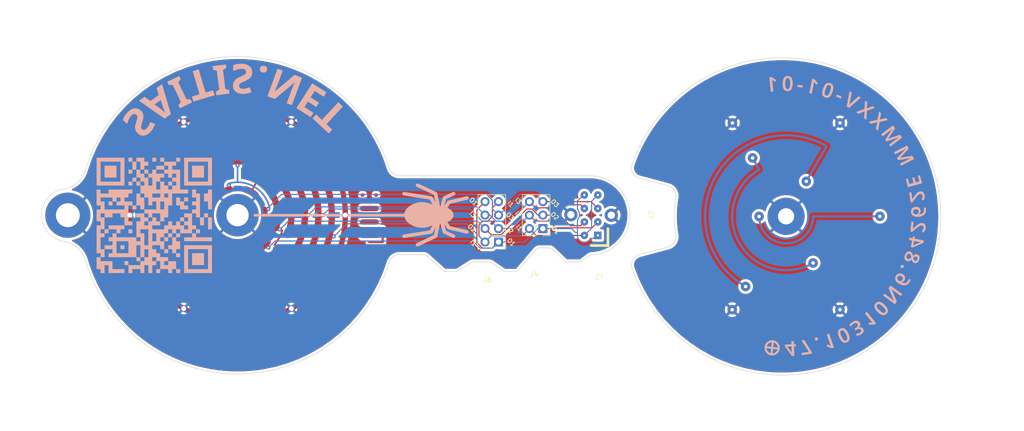
<source format=kicad_pcb>
(kicad_pcb (version 20240108) (generator "pcbnew") (generator_version "8.0")
  (layers (0 "F.Cu" signal) (31 "B.Cu" signal) (34 "B.Paste" user) (35 "F.Paste" user) (36 "B.SilkS" user "B.Silkscreen") (37 "F.SilkS" user "F.Silkscreen") (38 "B.Mask" user) (39 "F.Mask" user) (44 "Edge.Cuts" user))
  (net 0 "")
  (net 1 "Net-(J3-Pin_3)")
  (net 2 "/O3")
  (net 3 "/I2")
  (net 4 "/O1")
  (net 5 "/I1")
  (net 6 "/I3")
  (net 7 "GND")
  (net 8 "Net-(J3-Pin_2)")
  (net 9 "Net-(J3-Pin_1)")
  (net 10 "/O2")
  (footprint "robodisk:hall-matrix-selector_pogo" (layer "F.Cu") (at 173.66 90.100001 -90)
    (property "Reference" "J2")
    (property "Value" "Conn_01x06_Pin")
  )
  (footprint "Connector_PinHeader_2.54mm:PinHeader_2x04_P2.54mm_Vertical" (layer "F.Cu") (at 154.94 91.35 180)
    (property "Reference" "J6")
    (property "Value" "Conn_01x08_Pin")
  )
  (footprint "robodisk:hall-matrix-selector-switch_base" (layer "F.Cu") (at 105.74 86.28 -90)
    (property "Reference" "J1" (hide yes))
    (property "Value" "Conn_01x06_Pin" (hide yes))
  )
  (footprint "Connector_PinHeader_2.54mm:PinHeader_2x03_P2.54mm_Vertical" (layer "F.Cu") (at 163.3 88.815 180)
    (property "Reference" "J4")
    (property "Value" "Conn_01x06_Pin")
  )
  (footprint "robodisk:hall-matrix-selector-switch_knob" (layer "F.Cu") (at 209.15 86.500001 90)
    (property "Reference" "J3")
    (property "Value" "Conn_01x06_Pin")
    (fp_poly (pts (xy 9.189589 -29.150403) (xy 9.235003 -29.148879) (xy 9.280157 -29.146355) (xy 9.325043 -29.142845) (xy 9.36965 -29.138359) (xy 9.413967 -29.132912) (xy 9.457986 -29.126516) (xy 9.501697 -29.119184) (xy 9.545089 -29.110928) (xy 9.588153 -29.101762) (xy 9.673257 -29.080748) (xy 9.75693 -29.056246) (xy 9.839093 -29.028357) (xy 10.925333 -28.626171) (xy 11.991293 -28.18362) (xy 13.03604 -27.701635) (xy 14.058643 -27.181147) (xy 15.058171 -26.62309) (xy 16.033692 -26.028394) (xy 16.984274 -25.397991) (xy 17.908988 -24.732813) (xy 18.8069 -24.033792) (xy 19.67708 -23.30186) (xy 20.518596 -22.537948) (xy 21.330517 -21.742988) (xy 22.111911 -20.917912) (xy 22.861848 -20.063652) (xy 23.579395 -19.181139) (xy 24.263621 -18.271305) (xy 24.913595 -17.335082) (xy 25.528385 -16.373402) (xy 26.10706 -15.387197) (xy 26.648689 -14.377398) (xy 27.15234 -13.344937) (xy 27.617082 -12.290745) (xy 28.041983 -11.215756) (xy 28.426112 -10.120899) (xy 28.768538 -9.007108) (xy 29.068329 -7.875314) (xy 29.324553 -6.726448) (xy 29.53628 -5.561443) (xy 29.702578 -4.381231) (xy 29.822515 -3.186742) (xy 29.895161 -1.978909) (xy 29.919583 -0.758663) (xy 29.880639 0.781509) (xy 29.76506 2.301463) (xy 29.574727 3.799317) (xy 29.31152 5.273191) (xy 28.97732 6.721205) (xy 28.574008 8.141478) (xy 28.103463 9.53213) (xy 27.567567 10.89128) (xy 26.968201 12.217047) (xy 26.307243 13.507552) (xy 25.586576 14.760912) (xy 24.80808 15.975249) (xy 23.973634 17.148681) (xy 23.08512 18.279328) (xy 22.144419 19.365309) (xy 21.15341 20.404745) (xy 20.113975 21.395753) (xy 19.027993 22.336454) (xy 17.897346 23.224968) (xy 16.723914 24.059413) (xy 15.509577 24.837909) (xy 14.256216 25.558576) (xy 12.965712 26.219533) (xy 11.639944 26.8189) (xy 10.280794 27.354795) (xy 8.890143 27.825339) (xy 7.46987 28.228652) (xy 6.021856 28.562851) (xy 4.547981 28.826058) (xy 3.050127 29.016391) (xy 1.530174 29.131969) (xy -0.009998 29.170914) (xy -1.550171 29.131969) (xy -3.070125 29.016391) (xy -4.56798 28.826058) (xy -6.041855 28.562851) (xy -7.48987 28.228652) (xy -8.910143 27.825339) (xy -10.300795 27.354795) (xy -11.659946 26.8189) (xy -12.985713 26.219533) (xy -14.276218 25.558576) (xy -15.529579 24.837909) (xy -16.743916 24.059413) (xy -17.917348 23.224968) (xy -19.047996 22.336454) (xy -20.133977 21.395753) (xy -21.173412 20.404745) (xy -22.164421 19.365309) (xy -23.105122 18.279328) (xy -23.993636 17.148681) (xy -24.828081 15.975249) (xy -25.606577 14.760912) (xy -26.327244 13.507552) (xy -26.988202 12.217047) (xy -27.587568 10.89128) (xy -28.123464 9.53213) (xy -28.594008 8.141478) (xy -28.99732 6.721205) (xy -29.33152 5.273191) (xy -29.594727 3.799317) (xy -29.785059 2.301463) (xy -29.900638 0.781509) (xy -29.939582 -0.758663) (xy -29.914986 -1.983297) (xy -29.84183 -3.195421) (xy -29.553648 -5.578354) (xy -29.08265 -7.899896) (xy -28.43645 -10.152477) (xy -27.622659 -12.32853) (xy -26.648892 -14.420485) (xy -25.522763 -16.420775) (xy -24.251883 -18.321832) (xy -22.843866 -20.116087) (xy -21.306326 -21.795971) (xy -19.646876 -23.353917) (xy -17.873129 -24.782356) (xy -15.992699 -26.073719) (xy -14.013198 -27.220439) (xy -11.942239 -28.214947) (xy -9.787437 -29.049675) (xy -9.756272 -29.060065) (xy -9.723506 -29.070116) (xy -9.653535 -29.089021) (xy -9.578248 -29.106023) (xy -9.538838 -29.113697) (xy -9.498372 -29.120757) (xy -9.45694 -29.127158) (xy -9.414633 -29.132855) (xy -9.371542 -29.1378) (xy -9.327758 -29.14195) (xy -9.283371 -29.145257) (xy -9.238472 -29.147676) (xy -9.193153 -29.149161) (xy -9.147503 -29.149666) (xy -9.06109 -29.147833) (xy -8.975614 -29.142383) (xy -8.891149 -29.13339) (xy -8.807768 -29.120929) (xy -8.725545 -29.105073) (xy -8.644556 -29.085897) (xy -8.564873 -29.063474) (xy -8.486572 -29.03788) (xy -8.33441 -28.977472) (xy -8.188661 -28.905266) (xy -8.049921 -28.821855) (xy -7.918781 -28.727833) (xy -7.795835 -28.623791) (xy -7.681676 -28.510324) (xy -7.576898 -28.388025) (xy -7.482093 -28.257487) (xy -7.397855 -28.119303) (xy -7.324777 -27.974067) (xy -7.263452 -27.822371) (xy -7.237382 -27.744286) (xy -7.214473 -27.664808) (xy -5.750476 -22.202446) (xy -5.72655 -22.124604) (xy -5.699576 -22.048147) (xy -5.669627 -21.973147) (xy -5.636774 -21.899674) (xy -5.601088 -21.8278) (xy -5.56264 -21.757597) (xy -5.521502 -21.689135) (xy -5.477743 -21.622485) (xy -5.431437 -21.557719) (xy -5.382654 -21.494908) (xy -5.331465 -21.434124) (xy -5.277941 -21.375437) (xy -5.222154 -21.318918) (xy -5.164175 -21.26464) (xy -5.104075 -21.212672) (xy -5.041925 -21.163087) (xy -4.977797 -21.115955) (xy -4.911761 -21.071347) (xy -4.843889 -21.029336) (xy -4.774252 -20.989992) (xy -4.702922 -20.953386) (xy -4.629969 -20.91959) (xy -4.555465 -20.888674) (xy -4.479481 -20.86071) (xy -4.402088 -20.83577) (xy -4.323357 -20.813923) (xy -4.24336 -20.795243) (xy -4.162167 -20.779799) (xy -4.079851 -20.767663) (xy -3.996482 -20.758907) (xy -3.912131 -20.7536) (xy -3.82687 -20.751816) (xy -3.78157 -20.752317) (xy -3.736631 -20.753804) (xy -3.69218 -20.756253) (xy -3.648341 -20.75964) (xy -3.60524 -20.763943) (xy -3.563001 -20.769137) (xy -3.521752 -20.775199) (xy -3.481617 -20.782105) (xy -3.059167 -20.850572) (xy -2.633007 -20.910268) (xy -2.20335 -20.961081) (xy -1.770406 -21.002902) (xy -1.334388 -21.03562) (xy -0.895506 -21.059127) (xy -0.453972 -21.073311) (xy -0.009998 -21.078064) (xy 0.432215 -21.073349) (xy 0.872182 -21.05927) (xy 1.309872 -21.035932) (xy 1.745249 -21.003435) (xy 2.178281 -20.961883) (xy 2.608934 -20.911377) (xy 3.037176 -20.852019) (xy 3.462971 -20.783913) (xy 3.508083 -20.776822) (xy 3.553072 -20.770621) (xy 3.597989 -20.765327) (xy 3.642887 -20.760958) (xy 3.687815 -20.75753) (xy 3.732826 -20.75506) (xy 3.77797 -20.753565) (xy 3.823295 -20.753063) (xy 3.908553 -20.754848) (xy 3.992903 -20.760154) (xy 4.076271 -20.768911) (xy 4.158587 -20.781046) (xy 4.239779 -20.79649) (xy 4.319776 -20.815171) (xy 4.475899 -20.861958) (xy 4.626387 -20.920837) (xy 4.77067 -20.991239) (xy 4.908178 -21.072595) (xy 5.038342 -21.164334) (xy 5.160592 -21.265887) (xy 5.274358 -21.376684) (xy 5.379072 -21.496156) (xy 5.474162 -21.623732) (xy 5.559059 -21.758844) (xy 5.633194 -21.900921) (xy 5.695998 -22.049394) (xy 5.746899 -22.203693) (xy 7.210896 -27.666056) (xy 7.233805 -27.745533) (xy 7.259875 -27.823618) (xy 7.289031 -27.900236) (xy 7.3212 -27.975314) (xy 7.356307 -28.048776) (xy 7.394278 -28.12055) (xy 7.435039 -28.190561) (xy 7.478516 -28.258734) (xy 7.524634 -28.324996) (xy 7.573321 -28.389272) (xy 7.6245 -28.451488) (xy 7.678099 -28.511571) (xy 7.734043 -28.569446) (xy 7.792258 -28.625038) (xy 7.852669 -28.678274) (xy 7.915203 -28.729079) (xy 7.979786 -28.77738) (xy 8.046343 -28.823102) (xy 8.114801 -28.866171) (xy 8.185084 -28.906513) (xy 8.257119 -28.944054) (xy 8.330832 -28.978719) (xy 8.406149 -29.010435) (xy 8.482995 -29.039127) (xy 8.561296 -29.064722) (xy 8.640978 -29.087144) (xy 8.721968 -29.10632) (xy 8.80419 -29.122176) (xy 8.887571 -29.134637) (xy 8.972037 -29.14363) (xy 9.057513 -29.14908) (xy 9.143925 -29.150913)) (stroke (width 0.1) (color 2 0 0 1)) (fill none) (layer "Edge.Cuts"))
  )
  (footprint "robodisk:keyhole" (layer "F.Cu") (at 73.78 86.28)
    (property "Reference" "J5")
    (property "Value" "Conn_01x01_Pin")
  )
  (gr_poly (pts (xy 208.496467 61.57921) (xy 208.499625 61.684815) (xy 208.505734 61.786453) (xy 208.514804 61.884123) (xy 208.526828 61.977826) (xy 208.541806 62.067561) (xy 208.559744 62.153324) (xy 208.580632 62.235121) (xy 208.592276 62.274459) (xy 208.604846 62.312651) (xy 208.61834 62.349703) (xy 208.63275 62.385614) (xy 208.648091 62.420385) (xy 208.66435 62.454012) (xy 208.681533 62.486499) (xy 208.699636 62.517844) (xy 208.718663 62.54805) (xy 208.738614 62.577111) (xy 208.759488 62.605032) (xy 208.781283 62.631811) (xy 208.804 62.657446) (xy 208.827642 62.681943) (xy 208.852203 62.705297) (xy 208.87769 62.72751) (xy 208.904174 62.748492) (xy 208.931737 62.768151) (xy 208.960377 62.786488) (xy 208.990092 62.803506) (xy 209.020885 62.819197) (xy 209.052751 62.833572) (xy 209.085694 62.846622) (xy 209.119715 62.858351) (xy 209.154811 62.868757) (xy 209.190983 62.877844) (xy 209.228231 62.885609) (xy 209.266555 62.892052) (xy 209.305955 62.897174) (xy 209.346432 62.900973) (xy 209.387986 62.903449) (xy 209.430612 62.904602) (xy 209.490729 62.903824) (xy 209.54885 62.900075) (xy 209.604972 62.893368) (xy 209.659095 62.883695) (xy 209.711224 62.871059) (xy 209.761355 62.855459) (xy 209.809486 62.836894) (xy 209.855619 62.815365) (xy 209.899757 62.790873) (xy 209.941896 62.763419) (xy 209.982038 62.733) (xy 210.020184 62.699616) (xy 210.05633 62.663267) (xy 210.090479 62.623957) (xy 210.122635 62.581683) (xy 210.152792 62.536444) (xy 210.181071 62.488105) (xy 210.207589 62.437505) (xy 210.232339 62.384638) (xy 210.255332 62.329511) (xy 210.276559 62.272117) (xy 210.296026 62.21246) (xy 210.31373 62.150543) (xy 210.32967 62.086357) (xy 210.34385 62.019908) (xy 210.356263 61.951195) (xy 210.366913 61.88022) (xy 210.375803 61.806981) (xy 210.382934 61.731479) (xy 210.388296 61.653711) (xy 210.391895 61.573681) (xy 210.393733 61.491386) (xy 210.39355 61.380899) (xy 210.390411 61.274508) (xy 210.384312 61.172202) (xy 210.375252 61.073985) (xy 210.363233 60.97986) (xy 210.348252 60.889822) (xy 210.330312 60.803874) (xy 210.309411 60.722019) (xy 210.297783 60.682681) (xy 210.285259 60.644488) (xy 210.271842 60.607437) (xy 210.257532 60.571529) (xy 210.242332 60.536758) (xy 210.22624 60.503135) (xy 210.209254 60.47065) (xy 210.19138 60.439308) (xy 210.172608 60.409107) (xy 210.152946 60.380049) (xy 210.132392 60.352129) (xy 210.110945 60.325356) (xy 210.088604 60.299722) (xy 210.065372 60.275234) (xy 210.04125 60.25188) (xy 210.016233 60.229677) (xy 209.989746 60.208692) (xy 209.962186 60.189034) (xy 209.93355 60.170698) (xy 209.903832 60.153682) (xy 209.873041 60.137986) (xy 209.841175 60.123616) (xy 209.808234 60.110562) (xy 209.774211 60.098836) (xy 209.739115 60.088428) (xy 209.702944 60.079343) (xy 209.665694 60.071576) (xy 209.627369 60.065137) (xy 209.587967 60.060013) (xy 209.547491 60.056214) (xy 209.505934 60.053736) (xy 209.463305 60.052579) (xy 209.458682 60.052642) (xy 209.458682 60.456134) (xy 209.490078 60.45749) (xy 209.520238 60.460834) (xy 209.549162 60.466167) (xy 209.576851 60.473486) (xy 209.603304 60.48279) (xy 209.616067 60.488188) (xy 209.628521 60.494081) (xy 209.640666 60.500473) (xy 209.652502 60.507366) (xy 209.664032 60.514748) (xy 209.67525 60.522629) (xy 209.686157 60.531013) (xy 209.69676 60.539887) (xy 209.717035 60.55913) (xy 209.736072 60.580362) (xy 209.753877 60.60358) (xy 209.770444 60.628785) (xy 209.785778 60.65598) (xy 209.799879 60.685157) (xy 209.812739 60.716327) (xy 209.82411 60.749475) (xy 209.834696 60.784615) (xy 209.844504 60.821746) (xy 209.853529 60.860869) (xy 209.861775 60.901987) (xy 209.869237 60.945093) (xy 209.875921 60.990195) (xy 209.881822 61.037288) (xy 209.886946 61.086372) (xy 209.891285 61.137447) (xy 209.894847 61.190519) (xy 209.897628 61.245576) (xy 209.900845 61.361674) (xy 209.900937 61.485736) (xy 209.898012 61.608858) (xy 209.89215 61.724063) (xy 209.883342 61.831351) (xy 209.871593 61.930722) (xy 209.856901 62.022178) (xy 209.839266 62.105717) (xy 209.829344 62.144518) (xy 209.818689 62.18134) (xy 209.807297 62.216179) (xy 209.795169 62.249044) (xy 209.781596 62.279905) (xy 209.766833 62.308752) (xy 209.759005 62.322421) (xy 209.750878 62.335583) (xy 209.742456 62.348243) (xy 209.733737 62.360401) (xy 209.724721 62.372052) (xy 209.715406 62.383203) (xy 209.705792 62.393849) (xy 209.695885 62.40399) (xy 209.685679 62.413629) (xy 209.675174 62.422764) (xy 209.664372 62.431393) (xy 209.653274 62.439522) (xy 209.641877 62.447143) (xy 209.630183 62.454265) (xy 209.618192 62.46088) (xy 209.605904 62.466992) (xy 209.593315 62.472603) (xy 209.580435 62.477706) (xy 209.567254 62.482308) (xy 209.55378 62.486406) (xy 209.54 62.49) (xy 209.525928 62.493089) (xy 209.511557 62.495676) (xy 209.49689 62.497759) (xy 209.481925 62.499343) (xy 209.466664 62.500414) (xy 209.451103 62.500987) (xy 209.435244 62.501058) (xy 209.404319 62.499717) (xy 209.374598 62.496415) (xy 209.346083 62.491162) (xy 209.318769 62.483952) (xy 209.292667 62.474783) (xy 209.267765 62.463658) (xy 209.255764 62.457362) (xy 209.244068 62.450576) (xy 209.232672 62.443303) (xy 209.221579 62.435541) (xy 209.210785 62.427285) (xy 209.200291 62.418543) (xy 209.180211 62.399593) (xy 209.161335 62.378682) (xy 209.143662 62.355818) (xy 209.127198 62.330996) (xy 209.111935 62.304217) (xy 209.097878 62.275479) (xy 209.085025 62.24479) (xy 209.072715 62.211631) (xy 209.061251 62.176479) (xy 209.050625 62.139339) (xy 209.040843 62.100207) (xy 209.031899 62.059083) (xy 209.0238 62.015968) (xy 209.016538 61.970857) (xy 209.010119 61.923762) (xy 209.004542 61.874671) (xy 208.999808 61.823592) (xy 208.995913 61.770519) (xy 208.992861 61.715454) (xy 208.990653 61.658401) (xy 208.989284 61.599355) (xy 208.989069 61.475288) (xy 208.992133 61.351259) (xy 208.998379 61.23527) (xy 209.007805 61.127322) (xy 209.02041 61.027413) (xy 209.036195 60.935543) (xy 209.045284 60.892625) (xy 209.055165 60.851718) (xy 209.065841 60.812818) (xy 209.077312 60.77593) (xy 209.089581 60.741054) (xy 209.102641 60.708187) (xy 209.116197 60.677324) (xy 209.130915 60.64848) (xy 209.14679 60.621645) (xy 209.155164 60.608985) (xy 209.163827 60.59683) (xy 209.172779 60.585178) (xy 209.182023 60.574025) (xy 209.191553 60.563378) (xy 209.201378 60.553237) (xy 209.211488 60.543598) (xy 209.221891 60.534461) (xy 209.232582 60.52583) (xy 209.243563 60.517701) (xy 209.254835 60.510077) (xy 209.266395 60.502956) (xy 209.278246 60.496336) (xy 209.290389 60.490222) (xy 209.302815 60.484615) (xy 209.315539 60.479507) (xy 209.328547 60.474903) (xy 209.341848 60.470803) (xy 209.355438 60.467208) (xy 209.369319 60.464115) (xy 209.383487 60.461525) (xy 209.397947 60.45944) (xy 209.412694 60.457857) (xy 209.427736 60.456778) (xy 209.443064 60.456205) (xy 209.458682 60.456134) (xy 209.458682 60.052642) (xy 209.403646 60.053363) (xy 209.345922 60.057109) (xy 209.290135 60.063816) (xy 209.236283 60.07349) (xy 209.184368 60.086128) (xy 209.134392 60.10173) (xy 209.086351 60.120294) (xy 209.040247 60.141819) (xy 208.996081 60.166313) (xy 208.95385 60.19377) (xy 208.913555 60.224189) (xy 208.875201 60.257572) (xy 208.83878 60.293919) (xy 208.804296 60.333233) (xy 208.77175 60.375506) (xy 208.741138 60.420745) (xy 208.712393 60.468637) (xy 208.685439 60.518886) (xy 208.660278 60.571489) (xy 208.636908 60.626448) (xy 208.615331 60.683759) (xy 208.595544 60.743427) (xy 208.577554 60.805453) (xy 208.561351 60.86983) (xy 208.546945 60.936565) (xy 208.534329 61.00565) (xy 208.523504 61.077095) (xy 208.514471 61.150891) (xy 208.507231 61.227048) (xy 208.501784 61.305553) (xy 208.498127 61.386418) (xy 208.496265 61.469637)) (stroke (width -0.000001)) (fill solid) (layer "B.SilkS"))
  (gr_poly (pts (xy 205.086905 111.328892) (xy 205.087803 111.364701) (xy 205.089578 111.40027) (xy 205.092237 111.435595) (xy 205.095774 111.470681) (xy 205.100188 111.505523) (xy 205.105484 111.540123) (xy 205.111656 111.574483) (xy 205.118709 111.608599) (xy 205.126641 111.642471) (xy 205.135452 111.676104) (xy 205.145145 111.709494) (xy 205.156064 111.743091) (xy 205.167697 111.776273) (xy 205.180045 111.809047) (xy 205.193108 111.841404) (xy 205.206883 111.873351) (xy 205.221377 111.904889) (xy 205.23658 111.936011) (xy 205.252501 111.966721) (xy 205.269134 111.99702) (xy 205.286486 112.026908) (xy 205.304547 112.056383) (xy 205.323327 112.085447) (xy 205.342817 112.114097) (xy 205.363026 112.142337) (xy 205.383944 112.170165) (xy 205.405581 112.197578) (xy 205.42785 112.224483) (xy 205.45067 112.250774) (xy 205.474048 112.276451) (xy 205.497973 112.301519) (xy 205.522453 112.325974) (xy 205.547484 112.349816) (xy 205.57307 112.373046) (xy 205.599206 112.395667) (xy 205.625896 112.41767) (xy 205.653138 112.439066) (xy 205.680933 112.459844) (xy 205.709283 112.480016) (xy 205.738183 112.499573) (xy 205.767638 112.518519) (xy 205.797644 112.536851) (xy 205.828203 112.554571) (xy 205.859238 112.571565) (xy 205.890661 112.587715) (xy 205.922482 112.603026) (xy 205.954698 112.617493) (xy 205.987308 112.631118) (xy 206.02031 112.643899) (xy 206.053707 112.655837) (xy 206.0875 112.666936) (xy 206.121684 112.677192) (xy 206.156267 112.686604) (xy 206.191242 112.695176) (xy 206.22661 112.702904) (xy 206.262374 112.70979) (xy 206.298532 112.715834) (xy 206.335082 112.721033) (xy 206.372027 112.725396) (xy 206.408598 112.728829) (xy 206.44499 112.73136) (xy 206.481203 112.73299) (xy 206.517238 112.733718) (xy 206.553093 112.733539) (xy 206.588771 112.732459) (xy 206.624268 112.730475) (xy 206.659589 112.727592) (xy 206.694731 112.723804) (xy 206.729695 112.719109) (xy 206.764475 112.713517) (xy 206.799081 112.707016) (xy 206.833508 112.699617) (xy 206.867757 112.691314) (xy 206.901828 112.682106) (xy 206.935719 112.671994) (xy 206.969311 112.661077) (xy 207.002498 112.649442) (xy 207.035269 112.637094) (xy 207.067627 112.624029) (xy 207.099575 112.610253) (xy 207.131111 112.595761) (xy 207.162235 112.580553) (xy 207.192947 112.564633) (xy 207.223245 112.548002) (xy 207.25313 112.53065) (xy 207.282608 112.512588) (xy 207.311669 112.493812) (xy 207.340321 112.474319) (xy 207.36856 112.454113) (xy 207.396385 112.433195) (xy 207.423802 112.411558) (xy 207.450706 112.38929) (xy 207.476997 112.366468) (xy 207.502676 112.343092) (xy 207.527743 112.319165) (xy 207.552197 112.29469) (xy 207.576039 112.269656) (xy 207.59927 112.244069) (xy 207.621887 112.217933) (xy 207.643894 112.191241) (xy 207.665288 112.163998) (xy 207.686068 112.136203) (xy 207.706241 112.107854) (xy 207.725797 112.078953) (xy 207.744741 112.0495) (xy 207.763076 112.019493) (xy 207.780796 111.988937) (xy 207.797788 111.957919) (xy 207.813936 111.926539) (xy 207.829235 111.894794) (xy 207.843691 111.862686) (xy 207.857302 111.83021) (xy 207.870064 111.797374) (xy 207.881984 111.76417) (xy 207.893058 111.730604) (xy 207.903285 111.696674) (xy 207.912666 111.662382) (xy 207.921205 111.627722) (xy 207.928895 111.592702) (xy 207.935741 111.557315) (xy 207.941741 111.521567) (xy 207.946897 111.485453) (xy 207.951205 111.448973) (xy 207.954641 111.412405) (xy 207.957174 111.37601) (xy 207.958802 111.3398) (xy 207.959529 111.303763) (xy 207.959352 111.267909) (xy 207.958274 111.23223) (xy 207.956291 111.196734) (xy 207.953403 111.161413) (xy 207.949614 111.126271) (xy 207.944923 111.09131) (xy 207.939328 111.056525) (xy 207.932832 111.021916) (xy 207.925429 110.987492) (xy 207.917124 110.953244) (xy 207.907915 110.919172) (xy 207.897807 110.885285) (xy 207.886889 110.851687) (xy 207.875254 110.818504) (xy 207.862907 110.785733) (xy 207.849847 110.753372) (xy 207.836068 110.721425) (xy 207.821577 110.68989) (xy 207.806371 110.658767) (xy 207.790452 110.628055) (xy 207.773817 110.597758) (xy 207.756469 110.567868) (xy 207.738406 110.538397) (xy 207.719628 110.509332) (xy 207.700135 110.480679) (xy 207.679926 110.452438) (xy 207.659006 110.424616) (xy 207.637371 110.3972) (xy 207.615101 110.370297) (xy 207.592281 110.344005) (xy 207.56891 110.318329) (xy 207.544983 110.29326) (xy 207.520503 110.268804) (xy 207.495473 110.244961) (xy 207.469887 110.221731) (xy 207.443749 110.199115) (xy 207.417057 110.177107) (xy 207.389815 110.155715) (xy 207.36202 110.134932) (xy 207.333669 110.114764) (xy 207.304769 110.095207) (xy 207.275314 110.076259) (xy 207.245309 110.057928) (xy 207.214746 110.040204) (xy 207.183732 110.023212) (xy 207.152353 110.007067) (xy 207.120604 109.991766) (xy 207.088493 109.977307) (xy 207.056021 109.9637) (xy 207.023185 109.950934) (xy 206.989983 109.939016) (xy 206.956416 109.927941) (xy 206.922487 109.91771) (xy 206.888193 109.908327) (xy 206.853534 109.899792) (xy 206.818514 109.892099) (xy 206.817462 109.891898) (xy 206.817463 110.290755) (xy 206.843315 110.298678) (xy 206.868831 110.307175) (xy 206.894013 110.316248) (xy 206.918857 110.325893) (xy 206.943367 110.336113) (xy 206.967543 110.346907) (xy 206.991382 110.358277) (xy 207.014888 110.370216) (xy 207.038056 110.382735) (xy 207.060889 110.395824) (xy 207.083385 110.409493) (xy 207.10555 110.423729) (xy 207.127381 110.438546) (xy 207.148871 110.453934) (xy 207.17003 110.469896) (xy 207.190852 110.486433) (xy 207.211191 110.50394) (xy 207.230999 110.521846) (xy 207.250277 110.540158) (xy 207.269026 110.558867) (xy 207.287242 110.577979) (xy 207.304928 110.59749) (xy 207.322083 110.617403) (xy 207.33871 110.637718) (xy 207.354804 110.658432) (xy 207.37037 110.679551) (xy 207.385407 110.701066) (xy 207.39991 110.722986) (xy 207.413883 110.745303) (xy 207.427329 110.768022) (xy 207.440244 110.791146) (xy 207.452624 110.814666) (xy 207.464881 110.838539) (xy 207.476442 110.862616) (xy 207.487313 110.886892) (xy 207.497494 110.911367) (xy 207.506979 110.936051) (xy 207.515776 110.960927) (xy 207.523875 110.986008) (xy 207.531289 111.011291) (xy 207.538007 111.036772) (xy 207.544033 111.062457) (xy 207.549369 111.088343) (xy 207.554011 111.114431) (xy 207.557962 111.140717) (xy 207.561221 111.167207) (xy 207.563787 111.193896) (xy 207.56566 111.220786) (xy 206.728274 111.132001) (xy 206.817463 110.290755) (xy 206.817462 109.891898) (xy 206.783126 109.885254) (xy 206.747376 109.879255) (xy 206.711263 109.874096) (xy 206.688992 109.871465) (xy 206.688991 111.502455) (xy 207.526379 111.591237) (xy 207.518906 111.617137) (xy 207.510802 111.642696) (xy 207.502061 111.66791) (xy 207.492684 111.692785) (xy 207.482678 111.717317) (xy 207.472035 111.741507) (xy 207.460757 111.765357) (xy 207.448844 111.788866) (xy 207.436296 111.812031) (xy 207.423115 111.834856) (xy 207.409299 111.857339) (xy 207.394849 111.879481) (xy 207.379764 111.90128) (xy 207.364043 111.922739) (xy 207.347689 111.943854) (xy 207.3307 111.96463) (xy 207.313658 111.985031) (xy 207.296185 112.004932) (xy 207.278274 112.024328) (xy 207.259931 112.043223) (xy 207.241155 112.061611) (xy 207.221942 112.079496) (xy 207.202293 112.096878) (xy 207.182212 112.113759) (xy 207.161695 112.130135) (xy 207.140747 112.146007) (xy 207.119359 112.161376) (xy 207.097542 112.176242) (xy 207.075287 112.190604) (xy 207.052596 112.204464) (xy 207.029474 112.21782) (xy 207.005917 112.230674) (xy 206.98204 112.242929) (xy 206.957969 112.254495) (xy 206.93369 112.265364) (xy 206.909214 112.275544) (xy 206.884534 112.285026) (xy 206.859653 112.293823) (xy 206.834574 112.301927) (xy 206.809291 112.309336) (xy 206.783809 112.316055) (xy 206.758126 112.322083) (xy 206.732241 112.327416) (xy 206.706153 112.332058) (xy 206.679868 112.33601) (xy 206.65338 112.339269) (xy 206.626693 112.341835) (xy 206.599804 112.343709) (xy 206.688991 111.502455) (xy 206.688992 109.871465) (xy 206.674786 109.869786) (xy 206.638216 109.866353) (xy 206.601824 109.86382) (xy 206.565611 109.862193) (xy 206.529574 109.861467) (xy 206.493719 109.861646) (xy 206.45804 109.862722) (xy 206.4466 109.863361) (xy 206.446599 110.255333) (xy 206.357815 111.092721) (xy 205.516565 111.003531) (xy 205.524442 110.978147) (xy 205.532893 110.95307) (xy 205.541922 110.928298) (xy 205.551529 110.903826) (xy 205.56171 110.879665) (xy 205.572472 110.855804) (xy 205.583811 110.832253) (xy 205.595728 110.809008) (xy 205.608222 110.786064) (xy 205.621292 110.763423) (xy 205.634939 110.74109) (xy 205.649163 110.719062) (xy 205.66397 110.697338) (xy 205.679346 110.675921) (xy 205.695305 110.65481) (xy 205.711841 110.634) (xy 205.729351 110.613648) (xy 205.747261 110.593797) (xy 205.765575 110.574441) (xy 205.784295 110.55559) (xy 205.803422 110.537237) (xy 205.822951 110.519386) (xy 205.842883 110.502032) (xy 205.863222 110.48518) (xy 205.883963 110.46883) (xy 205.90511 110.452977) (xy 205.926662 110.437628) (xy 205.948615 110.422773) (xy 205.970974 110.408423) (xy 205.993739 110.394572) (xy 206.016904 110.381221) (xy 206.040478 110.36837) (xy 206.064304 110.356568) (xy 206.088341 110.345396) (xy 206.112581 110.334857) (xy 206.13703 110.324951) (xy 206.161688 110.315673) (xy 206.186548 110.30703) (xy 206.211622 110.299018) (xy 206.236902 110.291638) (xy 206.262386 110.28489) (xy 206.288079 110.278773) (xy 206.31398 110.273285) (xy 206.340087 110.268433) (xy 206.366405 110.264208) (xy 206.392929 110.26062) (xy 206.419661 110.25766) (xy 206.446599 110.255333) (xy 206.4466 109.863361) (xy 206.422544 109.864706) (xy 206.38722 109.867592) (xy 206.352082 109.87138) (xy 206.317118 109.876072) (xy 206.282334 109.881666) (xy 206.247727 109.888163) (xy 206.213299 109.895567) (xy 206.179052 109.903871) (xy 206.14498 109.913077) (xy 206.111089 109.923187) (xy 206.077493 109.934106) (xy 206.04431 109.94574) (xy 206.011535 109.95809) (xy 205.97918 109.971153) (xy 205.947229 109.984931) (xy 205.915697 109.999421) (xy 205.884574 110.014627) (xy 205.853861 110.030549) (xy 205.823563 110.047184) (xy 205.793677 110.064531) (xy 205.764202 110.082592) (xy 205.735141 110.101373) (xy 205.706488 110.120864) (xy 205.678248 110.14107) (xy 205.65042 110.16199) (xy 205.623006 110.183623) (xy 205.596103 110.205892) (xy 205.569812 110.228714) (xy 205.544133 110.252088) (xy 205.519067 110.276012) (xy 205.494612 110.300496) (xy 205.477288 110.318684) (xy 205.477292 111.373991) (xy 206.318537 111.463178) (xy 206.229343 112.304427) (xy 206.203961 112.29654) (xy 206.178888 112.288043) (xy 206.154124 112.278939) (xy 206.129665 112.269229) (xy 206.105518 112.258909) (xy 206.081675 112.247982) (xy 206.058144 112.236448) (xy 206.034918 112.224308) (xy 206.012003 112.211557) (xy 205.989398 112.198202) (xy 205.967099 112.184236) (xy 205.945105 112.169665) (xy 205.923422 112.154484) (xy 205.902048 112.138697) (xy 205.880983 112.122301) (xy 205.860224 112.105299) (xy 205.839823 112.088259) (xy 205.819925 112.070781) (xy 205.800526 112.052872) (xy 205.781635 112.034528) (xy 205.763246 112.01575) (xy 205.74536 111.996538) (xy 205.727975 111.976888) (xy 205.711097 111.956807) (xy 205.694722 111.936292) (xy 205.678848 111.915341) (xy 205.663481 111.893957) (xy 205.648612 111.872137) (xy 205.63425 111.849883) (xy 205.620389 111.827194) (xy 205.607033 111.804074) (xy 205.594182 111.780515) (xy 205.581911 111.756641) (xy 205.570304 111.73256) (xy 205.559359 111.708276) (xy 205.549075 111.683786) (xy 205.539451 111.659094) (xy 205.530494 111.634195) (xy 205.522195 111.609093) (xy 205.514556 111.583787) (xy 205.507579 111.558277) (xy 205.501268 111.532564) (xy 205.495617 111.506648) (xy 205.490628 111.480523) (xy 205.486299 111.454197) (xy 205.482633 111.427664) (xy 205.479631 111.400929) (xy 205.477292 111.373991) (xy 205.477288 110.318684) (xy 205.470771 110.325529) (xy 205.44754 110.351113) (xy 205.424926 110.377251) (xy 205.402919 110.403942) (xy 205.381525 110.431183) (xy 205.360744 110.458977) (xy 205.340575 110.48733) (xy 205.321018 110.516228) (xy 205.302069 110.54568) (xy 205.28374 110.575689) (xy 205.266017 110.606245) (xy 205.249025 110.637263) (xy 205.232877 110.668644) (xy 205.217577 110.700391) (xy 205.20312 110.732498) (xy 205.189512 110.764973) (xy 205.176745 110.797809) (xy 205.164823 110.83101) (xy 205.153751 110.864576) (xy 205.143522 110.898508) (xy 205.134139 110.9328) (xy 205.125603 110.96746) (xy 205.117912 111.002482) (xy 205.111066 111.037869) (xy 205.105064 111.073618) (xy 205.099909 111.109732) (xy 205.0956 111.146208) (xy 205.092103 111.183229) (xy 205.089483 111.220008) (xy 205.087746 111.256544) (xy 205.086887 111.292842)) (stroke (width -0.000001)) (fill solid) (layer "B.SilkS"))
  (gr_poly (pts (xy 98.67 87.45) (xy 98.67 88.2) (xy 99.42 88.2) (xy 99.42 87.45) (xy 99.42 86.7) (xy 98.67 86.7)) (stroke (width -0.000001)) (fill solid) (layer "B.SilkS"))
  (gr_poly (pts (xy 86.67 82.95) (xy 86.67 83.7) (xy 86.67 84.45) (xy 87.42 84.45) (xy 87.42 85.2) (xy 88.17 85.2) (xy 88.17 84.45) (xy 88.17 83.7) (xy 88.17 82.95) (xy 87.42 82.95) (xy 87.42 82.2) (xy 86.67 82.2)) (stroke (width -0.000001)) (fill solid) (layer "B.SilkS"))
  (gr_poly (pts (xy 92.67 80.7) (xy 93.42 80.7) (xy 93.42 79.95) (xy 92.67 79.95)) (stroke (width -0.000001)) (fill solid) (layer "B.SilkS"))
  (gr_poly (pts (xy 96.866187 64.433149) (xy 96.123141 64.446436) (xy 94.567295 61.215938) (xy 95.040932 60.643263) (xy 94.751309 60.041914) (xy 92.478772 61.136395) (xy 92.768392 61.737745) (xy 93.511441 61.724454) (xy 95.067285 64.954949) (xy 94.593649 65.527631) (xy 94.883263 66.128978) (xy 97.1558 65.034498)) (stroke (width -0.000001)) (fill solid) (layer "B.SilkS"))
  (gr_poly (pts (xy 91.92 93.45) (xy 92.67 93.45) (xy 92.67 92.7) (xy 91.92 92.7)) (stroke (width -0.000001)) (fill solid) (layer "B.SilkS"))
  (gr_poly (pts (xy 95.67 86.7) (xy 96.42 86.7) (xy 96.42 87.45) (xy 95.67 87.45) (xy 95.67 88.2) (xy 94.92 88.2) (xy 94.92 87.45) (xy 94.17 87.45) (xy 94.17 88.2) (xy 93.42 88.2) (xy 93.42 87.45) (xy 92.67 87.45) (xy 92.67 88.2) (xy 91.92 88.2) (xy 91.92 88.95) (xy 89.67 88.95) (xy 89.67 88.2) (xy 88.92 88.2) (xy 88.17 88.2) (xy 88.17 87.45) (xy 88.92 87.45) (xy 88.92 88.2) (xy 89.67 88.2) (xy 90.42 88.2) (xy 91.17 88.2) (xy 91.17 87.45) (xy 90.42 87.45) (xy 90.42 86.7) (xy 89.67 86.7) (xy 89.67 87.45) (xy 88.92 87.45) (xy 88.92 86.7) (xy 88.17 86.7) (xy 88.17 85.95) (xy 87.42 85.95) (xy 86.67 85.95) (xy 86.67 86.7) (xy 87.42 86.7) (xy 87.42 87.45) (xy 86.67 87.45) (xy 86.67 88.2) (xy 86.67 88.95) (xy 86.67 89.7) (xy 86.67 90.45) (xy 85.92 90.45) (xy 85.17 90.45) (xy 84.42 90.45) (xy 83.67 90.45) (xy 82.92 90.45) (xy 82.92 89.7) (xy 82.17 89.7) (xy 82.17 90.45) (xy 81.42 90.45) (xy 81.42 91.2) (xy 82.17 91.2) (xy 82.17 91.95) (xy 81.42 91.95) (xy 80.67 91.95) (xy 80.67 92.7) (xy 81.42 92.7) (xy 82.17 92.7) (xy 82.17 93.45) (xy 81.42 93.45) (xy 81.42 94.2) (xy 82.17 94.2) (xy 82.92 94.2) (xy 83.67 94.2) (xy 84.42 94.2) (xy 85.17 94.2) (xy 85.92 94.2) (xy 86.67 94.2) (xy 86.67 93.45) (xy 86.67 92.7) (xy 86.67 91.95) (xy 85.17 91.95) (xy 85.17 92.7) (xy 85.17 93.45) (xy 84.42 93.45) (xy 83.67 93.45) (xy 82.92 93.45) (xy 82.92 92.7) (xy 82.92 91.95) (xy 82.92 91.2) (xy 83.67 91.2) (xy 84.42 91.2) (xy 85.17 91.2) (xy 85.17 91.95) (xy 86.67 91.95) (xy 87.42 91.95) (xy 87.42 92.7) (xy 87.42 93.45) (xy 87.42 94.2) (xy 88.17 94.2) (xy 88.17 94.95) (xy 87.42 94.95) (xy 87.42 95.7) (xy 86.67 95.7) (xy 85.92 95.7) (xy 85.17 95.7) (xy 85.17 96.45) (xy 85.17 97.2) (xy 85.92 97.2) (xy 85.92 96.45) (xy 86.67 96.45) (xy 87.42 96.45) (xy 87.42 97.2) (xy 88.17 97.2) (xy 88.17 96.45) (xy 88.17 95.7) (xy 88.92 95.7) (xy 88.92 96.45) (xy 88.92 97.2) (xy 89.67 97.2) (xy 89.67 96.45) (xy 89.67 95.7) (xy 90.42 95.7) (xy 90.42 94.95) (xy 89.67 94.95) (xy 89.67 94.2) (xy 90.42 94.2) (xy 90.42 94.95) (xy 91.17 94.95) (xy 91.17 95.7) (xy 91.17 96.45) (xy 91.92 96.45) (xy 92.67 96.45) (xy 92.67 97.2) (xy 93.42 97.2) (xy 93.42 96.45) (xy 94.17 96.45) (xy 94.17 95.7) (xy 92.67 95.7) (xy 91.92 95.7) (xy 91.92 94.95) (xy 92.67 94.95) (xy 92.67 95.7) (xy 94.17 95.7) (xy 94.17 94.95) (xy 93.42 94.95) (xy 92.67 94.95) (xy 92.67 94.2) (xy 91.92 94.2) (xy 91.17 94.2) (xy 91.17 93.45) (xy 90.42 93.45) (xy 88.92 93.45) (xy 88.92 94.2) (xy 88.17 94.2) (xy 88.17 93.45) (xy 88.17 92.7) (xy 88.92 92.7) (xy 88.92 93.45) (xy 90.42 93.45) (xy 90.42 92.7) (xy 89.67 92.7) (xy 89.67 91.95) (xy 90.42 91.95) (xy 91.17 91.95) (xy 91.17 92.7) (xy 91.92 92.7) (xy 91.92 91.95) (xy 91.92 91.2) (xy 91.17 91.2) (xy 91.17 90.45) (xy 90.42 90.45) (xy 90.42 91.2) (xy 89.67 91.2) (xy 89.67 90.45) (xy 89.67 89.7) (xy 88.92 89.7) (xy 88.92 90.45) (xy 88.92 91.2) (xy 88.92 91.95) (xy 88.17 91.95) (xy 88.17 91.2) (xy 87.42 91.2) (xy 86.67 91.2) (xy 86.67 90.45) (xy 87.42 90.45) (xy 87.42 91.2) (xy 88.17 91.2) (xy 88.17 90.45) (xy 88.17 89.7) (xy 87.42 89.7) (xy 87.42 88.95) (xy 88.17 88.95) (xy 88.92 88.95) (xy 88.92 89.7) (xy 89.67 89.7) (xy 90.42 89.7) (xy 90.42 90.45) (xy 91.17 90.45) (xy 91.92 90.45) (xy 91.92 89.7) (xy 92.67 89.7) (xy 92.67 88.95) (xy 93.42 88.95) (xy 93.42 89.7) (xy 94.17 89.7) (xy 94.17 88.95) (xy 94.92 88.95) (xy 94.92 89.7) (xy 95.67 89.7) (xy 96.42 89.7) (xy 97.17 89.7) (xy 97.17 88.95) (xy 96.42 88.95) (xy 95.67 88.95) (xy 95.67 88.2) (xy 96.42 88.2) (xy 96.42 88.95) (xy 97.17 88.95) (xy 97.92 88.95) (xy 97.92 88.2) (xy 97.17 88.2) (xy 97.17 87.45) (xy 97.17 86.7) (xy 97.17 85.95) (xy 96.42 85.95) (xy 95.67 85.95)) (stroke (width -0.000001)) (fill solid) (layer "B.SilkS"))
  (gr_poly (pts (xy 85.17 80.7) (xy 85.92 80.7) (xy 85.92 79.95) (xy 85.17 79.95)) (stroke (width -0.000001)) (fill solid) (layer "B.SilkS"))
  (gr_poly (pts (xy 95.67 76.2) (xy 95.67 76.95) (xy 95.67 77.7) (xy 95.67 78.45) (xy 95.67 79.2) (xy 95.67 79.95) (xy 95.67 80.7) (xy 96.42 80.7) (xy 97.17 80.7) (xy 97.92 80.7) (xy 98.67 80.7) (xy 99.42 80.7) (xy 100.17 80.7) (xy 100.92 80.7) (xy 100.92 79.95) (xy 100.92 79.2) (xy 100.92 78.45) (xy 100.92 77.7) (xy 100.92 76.95) (xy 100.17 76.95) (xy 100.17 77.7) (xy 100.17 78.45) (xy 100.17 79.2) (xy 100.17 79.95) (xy 99.42 79.95) (xy 98.67 79.95) (xy 97.92 79.95) (xy 97.17 79.95) (xy 96.42 79.95) (xy 96.42 79.2) (xy 96.42 78.45) (xy 96.42 77.7) (xy 96.42 76.95) (xy 96.42 76.2) (xy 97.17 76.2) (xy 97.92 76.2) (xy 98.67 76.2) (xy 99.42 76.2) (xy 100.17 76.2) (xy 100.17 76.95) (xy 100.92 76.95) (xy 100.92 76.2) (xy 100.92 75.45) (xy 100.17 75.45) (xy 99.42 75.45) (xy 98.67 75.45) (xy 97.92 75.45) (xy 97.17 75.45) (xy 96.42 75.45) (xy 95.67 75.45)) (stroke (width -0.000001)) (fill solid) (layer "B.SilkS"))
  (gr_poly (pts (xy 92.67 90.45) (xy 93.42 90.45) (xy 93.42 89.7) (xy 92.67 89.7)) (stroke (width -0.000001)) (fill solid) (layer "B.SilkS"))
  (gr_poly (pts (xy 91.92 91.2) (xy 92.67 91.2) (xy 92.67 90.45) (xy 91.92 90.45)) (stroke (width -0.000001)) (fill solid) (layer "B.SilkS"))
  (gr_poly (pts (xy 91.511859 61.566976) (xy 90.47347 62.316403) (xy 90.890387 63.623487) (xy 89.304479 64.768057) (xy 88.195302 63.960592) (xy 87.156912 64.710013) (xy 91.993108 68.082265) (xy 92.094153 68.009339) (xy 92.094152 66.975644) (xy 92.060851 66.943596) (xy 92.025771 66.910738) (xy 91.988909 66.877068) (xy 91.950272 66.842594) (xy 91.909849 66.807311) (xy 91.867648 66.771219) (xy 91.823668 66.734319) (xy 91.777906 66.69661) (xy 91.426365 66.395184) (xy 91.268504 66.262658) (xy 91.137372 66.153906) (xy 90.11241 65.410084) (xy 91.251494 64.587988) (xy 91.640834 65.790547) (xy 91.664605 65.85415) (xy 91.69296 65.93239) (xy 91.725892 66.025267) (xy 91.76341 66.132787) (xy 91.850453 66.359497) (xy 91.939779 66.589346) (xy 92.094152 66.975644) (xy 92.094153 68.009339) (xy 93.176243 67.228373)) (stroke (width -0.000001)) (fill solid) (layer "B.SilkS"))
  (gr_poly (pts (xy 227.362475 71.418215) (xy 228.524615 70.53596) (xy 228.578172 70.494996) (xy 228.633752 70.451888) (xy 228.691357 70.406634) (xy 228.750988 70.359233) (xy 228.811184 70.308968) (xy 228.869742 70.260555) (xy 228.926661 70.213994) (xy 228.981938 70.169288) (xy 229.077508 70.088208) (xy 229.151075 70.026268) (xy 229.160472 70.038627) (xy 227.834118 72.039463) (xy 228.101587 72.391816) (xy 230.36961 71.624959) (xy 230.379008 71.637316) (xy 230.195798 71.76179) (xy 230.136611 71.802154) (xy 230.075014 71.844957) (xy 230.011005 71.890201) (xy 229.944583 71.937885) (xy 229.878591 71.983721) (xy 229.815115 72.028865) (xy 229.75416 72.073314) (xy 229.695721 72.117074) (xy 228.552127 72.985249) (xy 228.821964 73.340688) (xy 231.028795 71.665343) (xy 230.611132 71.115177) (xy 228.436072 71.850451) (xy 228.42667 71.838092) (xy 229.700711 69.915954) (xy 229.283046 69.365793) (xy 227.076213 71.041138)) (stroke (width -0.000001)) (fill solid) (layer "B.SilkS"))
  (gr_poly (pts (xy 225.794071 103.497447) (xy 225.799062 103.54928) (xy 225.807579 103.601706) (xy 225.819621 103.654721) (xy 225.835203 103.708514) (xy 225.853638 103.762588) (xy 225.874927 103.81694) (xy 225.899074 103.871573) (xy 225.926079 103.926486) (xy 225.955936 103.98168) (xy 225.98865 104.037155) (xy 226.024218 104.092909) (xy 226.062642 104.148946) (xy 226.103921 104.205263) (xy 226.148059 104.261856) (xy 226.195047 104.318735) (xy 226.244897 104.37589) (xy 226.297603 104.433326) (xy 226.353158 104.491044) (xy 226.411571 104.54904) (xy 226.491821 104.624977) (xy 226.571142 104.695955) (xy 226.649537 104.761972) (xy 226.726999 104.823031) (xy 226.765384 104.851699) (xy 226.803534 104.879122) (xy 226.841451 104.905309) (xy 226.879138 104.930256) (xy 226.916594 104.953963) (xy 226.953814 104.97643) (xy 226.990805 104.997659) (xy 227.02756 105.017646) (xy 227.064095 105.036298) (xy 227.100413 105.053515) (xy 227.136523 105.069298) (xy 227.172413 105.083647) (xy 227.208093 105.096565) (xy 227.243562 105.108046) (xy 227.278813 105.1181) (xy 227.313852 105.126714) (xy 227.348679 105.1339) (xy 227.383286 105.139649) (xy 227.417687 105.143964) (xy 227.45187 105.146847) (xy 227.485839 105.148298) (xy 227.519595 105.148314) (xy 227.553136 105.1469) (xy 227.586468 105.144049) (xy 227.61992 105.139291) (xy 227.653155 105.132839) (xy 227.686173 105.124696) (xy 227.718971 105.114865) (xy 227.751556 105.103341) (xy 227.78392 105.090129) (xy 227.816069 105.075226) (xy 227.848002 105.058629) (xy 227.879712 105.040346) (xy 227.911206 105.02037) (xy 227.942484 104.998707) (xy 227.973547 104.975351) (xy 228.004391 104.950301) (xy 228.035016 104.923566) (xy 228.065423 104.895135) (xy 228.095615 104.865019) (xy 228.136124 104.821212) (xy 228.173154 104.77677) (xy 228.206699 104.731695) (xy 228.236763 104.685979) (xy 228.263341 104.639629) (xy 228.286441 104.592642) (xy 228.306058 104.545021) (xy 228.322189 104.496765) (xy 228.334841 104.447872) (xy 228.344011 104.398342) (xy 228.349699 104.348178) (xy 228.351902 104.297375) (xy 228.350622 104.245938) (xy 228.345862 104.193866) (xy 228.337619 104.141157) (xy 228.325894 104.087813) (xy 228.310955 104.033992) (xy 228.293077 103.979847) (xy 228.272254 103.92538) (xy 228.248489 103.870591) (xy 228.221787 103.81548) (xy 228.192138 103.760047) (xy 228.159549 103.704293) (xy 228.124022 103.648219) (xy 228.085546 103.591817) (xy 228.044134 103.535096) (xy 227.999776 103.478053) (xy 227.952479 103.420692) (xy 227.902239 103.363002) (xy 227.849057 103.304994) (xy 227.792932 103.246664) (xy 227.733868 103.188011) (xy 227.654271 103.112705) (xy 227.575512 103.04228) (xy 227.4976 102.976726) (xy 227.420527 102.916049) (xy 227.382307 102.887542) (xy 227.344299 102.860252) (xy 227.3065 102.834178) (xy 227.26891 102.809327) (xy 227.231532 102.785693) (xy 227.194365 102.763281) (xy 227.157409 102.742083) (xy 227.120662 102.722103) (xy 227.084116 102.703466) (xy 227.047767 102.686281) (xy 227.011605 102.670549) (xy 226.97564 102.656274) (xy 226.939863 102.643458) (xy 226.904285 102.632092) (xy 226.868893 102.622185) (xy 226.833696 102.61373) (xy 226.798691 102.606731) (xy 226.763879 102.60119) (xy 226.729259 102.597102) (xy 226.694832 102.594466) (xy 226.660595 102.593289) (xy 226.626553 102.593566) (xy 226.592703 102.5953) (xy 226.58855 102.595695) (xy 226.588547 103.043661) (xy 226.602558 103.043741) (xy 226.61671 103.044373) (xy 226.631009 103.04556) (xy 226.645458 103.047303) (xy 226.660059 103.049602) (xy 226.674798 103.052454) (xy 226.704728 103.059827) (xy 226.735243 103.069421) (xy 226.766354 103.081236) (xy 226.798872 103.095143) (xy 226.832257 103.111029) (xy 226.866509 103.128899) (xy 226.901625 103.148749) (xy 226.937605 103.170578) (xy 226.974448 103.194389) (xy 227.012158 103.220185) (xy 227.050731 103.247962) (xy 227.09017 103.277717) (xy 227.130473 103.309454) (xy 227.171642 103.343174) (xy 227.213676 103.378876) (xy 227.256572 103.416559) (xy 227.300335 103.456223) (xy 227.344961 103.497868) (xy 227.390451 103.541496) (xy 227.478288 103.629117) (xy 227.5192 103.671716) (xy 227.558105 103.713507) (xy 227.595005 103.754492) (xy 227.629896 103.794672) (xy 227.662788 103.834042) (xy 227.693668 103.872608) (xy 227.722546 103.910365) (xy 227.749418 103.94731) (xy 227.774284 103.983453) (xy 227.797147 104.018789) (xy 227.818 104.053314) (xy 227.836851 104.087035) (xy 227.853696 104.119948) (xy 227.868535 104.152051) (xy 227.881579 104.183135) (xy 227.892367 104.213668) (xy 227.900893 104.243653) (xy 227.907159 104.273098) (xy 227.911168 104.301994) (xy 227.912918 104.330344) (xy 227.912411 104.358147) (xy 227.909642 104.385406) (xy 227.904613 104.412112) (xy 227.897327 104.438279) (xy 227.887782 104.463898) (xy 227.875974 104.488973) (xy 227.861909 104.513499) (xy 227.845588 104.537482) (xy 227.827007 104.560914) (xy 227.806163 104.583801) (xy 227.783561 104.60563) (xy 227.772038 104.615696) (xy 227.760367 104.625196) (xy 227.748549 104.63413) (xy 227.73658 104.642499) (xy 227.724467 104.650302) (xy 227.712207 104.657536) (xy 227.699799 104.664208) (xy 227.687242 104.670313) (xy 227.674538 104.67585) (xy 227.66169 104.680821) (xy 227.64869 104.685228) (xy 227.635546 104.689068) (xy 227.622252 104.69234) (xy 227.60881 104.695047) (xy 227.595221 104.697192) (xy 227.581487 104.698765) (xy 227.567604 104.699773) (xy 227.55357 104.700218) (xy 227.539394 104.700094) (xy 227.525064 104.699411) (xy 227.510593 104.698155) (xy 227.49597 104.696334) (xy 227.481203 104.693949) (xy 227.466287 104.690994) (xy 227.43601 104.68339) (xy 227.405147 104.673522) (xy 227.37369 104.661391) (xy 227.341825 104.646811) (xy 227.309053 104.630294) (xy 227.275372 104.611839) (xy 227.240785 104.591443) (xy 227.205292 104.569111) (xy 227.16889 104.544843) (xy 227.131582 104.518632) (xy 227.093368 104.490491) (xy 227.054245 104.460405) (xy 227.014216 104.428385) (xy 226.973282 104.394428) (xy 226.931439 104.35853) (xy 226.88869 104.320696) (xy 226.845033 104.280923) (xy 226.800469 104.239211) (xy 226.755001 104.195566) (xy 226.754992 104.195564) (xy 226.667723 104.108664) (xy 226.588222 104.025086) (xy 226.551382 103.984537) (xy 226.516482 103.944821) (xy 226.483529 103.905932) (xy 226.452512 103.867876) (xy 226.423442 103.830647) (xy 226.39631 103.794248) (xy 226.371119 103.758679) (xy 226.34787 103.723938) (xy 226.326559 103.690028) (xy 226.307196 103.65695) (xy 226.289771 103.624695) (xy 226.274288 103.593275) (xy 226.261255 103.562184) (xy 226.250501 103.531617) (xy 226.242029 103.501574) (xy 226.235836 103.472054) (xy 226.231921 103.443063) (xy 226.230289 103.414592) (xy 226.230933 103.386647) (xy 226.233861 103.359226) (xy 226.239069 103.332331) (xy 226.246555 103.305958) (xy 226.256328 103.280111) (xy 226.268373 103.254789) (xy 226.282701 103.229992) (xy 226.299311 103.205716) (xy 226.318199 103.181967) (xy 226.33937 103.158743) (xy 226.361635 103.13724) (xy 226.372988 103.127319) (xy 226.384489 103.117956) (xy 226.396136 103.109151) (xy 226.407932 103.100894) (xy 226.419877 103.093197) (xy 226.431966 103.086056) (xy 226.444202 103.079472) (xy 226.456589 103.073437) (xy 226.469123 103.067961) (xy 226.481803 103.063038) (xy 226.494631 103.058673) (xy 226.507606 103.054863) (xy 226.520729 103.051607) (xy 226.533996 103.048907) (xy 226.547413 103.046764) (xy 226.560979 103.045176) (xy 226.574691 103.044141) (xy 226.588547 103.043661) (xy 226.58855 102.595695) (xy 226.559049 102.598488) (xy 226.525593 102.603249) (xy 226.49236 102.6097) (xy 226.45934 102.61784) (xy 226.426543 102.627674) (xy 226.39396 102.639195) (xy 226.361595 102.652406) (xy 226.329445 102.667313) (xy 226.297515 102.683905) (xy 226.265803 102.70219) (xy 226.234306 102.722163) (xy 226.203026 102.743831) (xy 226.171967 102.767187) (xy 226.141125 102.792233) (xy 226.1105 102.81897) (xy 226.080091 102.8474) (xy 226.0499 102.877516) (xy 226.009075 102.921647) (xy 225.97177 102.966376) (xy 225.937993 103.011692) (xy 225.907739 103.057601) (xy 225.881013 103.104103) (xy 225.857808 103.151199) (xy 225.838128 103.198887) (xy 225.821975 103.247166) (xy 225.809344 103.296037) (xy 225.800239 103.345501) (xy 225.794657 103.395558) (xy 225.792601 103.446206)) (stroke (width -0.000001)) (fill solid) (layer "B.SilkS"))
  (gr_poly (pts (xy 208.929277 111.034621) (xy 210.23416 112.812622) (xy 210.703456 112.797173) (xy 210.644703 111.013082) (xy 211.005404 111.001205) (xy 210.992245 110.601715) (xy 210.631548 110.613595) (xy 210.612011 110.020186) (xy 210.163782 110.03495) (xy 210.163784 111.0289) (xy 210.184207 111.64946) (xy 210.186186 111.702783) (xy 210.188732 111.758027) (xy 210.191838 111.815188) (xy 210.1955 111.874279) (xy 210.203163 111.989536) (xy 210.210543 112.095098) (xy 210.227412 112.25373) (xy 210.211902 112.254241) (xy 210.192691 112.21447) (xy 210.172663 112.175453) (xy 210.151806 112.13719) (xy 210.130127 112.099683) (xy 210.107624 112.062934) (xy 210.084296 112.026935) (xy 210.060143 111.991699) (xy 210.03517 111.957214) (xy 209.37646 111.054833) (xy 210.163784 111.0289) (xy 210.163782 110.03495) (xy 210.131084 110.036027) (xy 210.150622 110.629433) (xy 208.917278 110.670043)) (stroke (width -0.000001)) (fill solid) (layer "B.SilkS"))
  (gr_poly (pts (xy 206.277299 63.037024) (xy 206.763552 62.985754) (xy 206.582478 61.268424) (xy 206.575623 61.205739) (xy 206.568083 61.141171) (xy 206.559859 61.074731) (xy 206.550946 61.006406) (xy 206.541578 60.938376) (xy 206.531982 60.872811) (xy 206.522157 60.809705) (xy 206.512103 60.749064) (xy 206.534742 60.767161) (xy 206.559996 60.786937) (xy 206.587864 60.808386) (xy 206.61835 60.831517) (xy 206.682599 60.876446) (xy 206.748974 60.923094) (xy 207.083754 61.137525) (xy 207.295139 60.810877) (xy 206.391975 60.238853) (xy 205.986768 60.28158)) (stroke (width -0.000001)) (fill solid) (layer "B.SilkS"))
  (gr_poly (pts (xy 213.994586 63.365341) (xy 214.342797 61.673964) (xy 214.355277 61.61215) (xy 214.367671 61.548337) (xy 214.379983 61.482531) (xy 214.392206 61.414726) (xy 214.403911 61.347058) (xy 214.414653 61.281668) (xy 214.424425 61.218555) (xy 214.433237 61.157723) (xy 214.449326 61.181833) (xy 214.467393 61.208331) (xy 214.487445 61.237223) (xy 214.509482 61.268506) (xy 214.557078 61.3308) (xy 214.606181 61.395386) (xy 214.860165 61.701241) (xy 215.160658 61.454073) (xy 214.473476 60.635104) (xy 214.07439 60.552943) (xy 213.515684 63.26674)) (stroke (width -0.000001)) (fill solid) (layer "B.SilkS"))
  (gr_poly (pts (xy 100.17 82.2) (xy 99.42 82.2) (xy 99.42 82.95) (xy 99.42 83.7) (xy 100.17 83.7) (xy 100.17 84.45) (xy 100.17 85.2) (xy 100.92 85.2) (xy 100.92 84.45) (xy 100.92 83.7) (xy 100.92 82.95) (xy 100.92 82.2) (xy 100.92 81.45) (xy 100.17 81.45)) (stroke (width -0.000001)) (fill solid) (layer "B.SilkS"))
  (gr_poly (pts (xy 232.12218 80.995199) (xy 234.796773 80.271706) (xy 234.38537 78.750861) (xy 233.984554 78.859282) (xy 234.266253 79.900647) (xy 233.584491 80.085068) (xy 233.321033 79.111128) (xy 232.920223 79.219549) (xy 233.18368 80.193487) (xy 232.397038 80.406278) (xy 232.115343 79.364914) (xy 231.71078 79.474353)) (stroke (width -0.000001)) (fill solid) (layer "B.SilkS"))
  (gr_poly (pts (xy 89.264326 68.744977) (xy 89.228113 68.839425) (xy 89.191949 68.930619) (xy 89.155837 69.018543) (xy 89.119775 69.103205) (xy 89.083762 69.184605) (xy 89.047801 69.262742) (xy 89.011889 69.337619) (xy 88.976025 69.409229) (xy 88.939048 69.478482) (xy 88.899781 69.546273) (xy 88.858232 69.612605) (xy 88.814394 69.67748) (xy 88.768274 69.740894) (xy 88.719867 69.802846) (xy 88.669176 69.863342) (xy 88.616202 69.922374) (xy 88.587788 69.952093) (xy 88.559313 69.980096) (xy 88.530771 70.006387) (xy 88.50217 70.030964) (xy 88.473505 70.053826) (xy 88.444773 70.074975) (xy 88.41598 70.094409) (xy 88.387122 70.112128) (xy 88.358202 70.128137) (xy 88.329215 70.142432) (xy 88.300165 70.155011) (xy 88.271051 70.165878) (xy 88.241875 70.175029) (xy 88.212633 70.182467) (xy 88.183329 70.188193) (xy 88.153957 70.192206) (xy 88.124763 70.194599) (xy 88.095986 70.195478) (xy 88.067625 70.194838) (xy 88.039678 70.192684) (xy 88.012147 70.18901) (xy 87.98503 70.18382) (xy 87.958329 70.177115) (xy 87.932045 70.16889) (xy 87.906174 70.159148) (xy 87.880724 70.147892) (xy 87.855685 70.135114) (xy 87.831062 70.12082) (xy 87.806858 70.105014) (xy 87.783065 70.087687) (xy 87.759689 70.068842) (xy 87.73673 70.048482) (xy 87.710769 70.022976) (xy 87.686917 69.996618) (xy 87.665182 69.969411) (xy 87.64556 69.941355) (xy 87.628053 69.912446) (xy 87.612656 69.882687) (xy 87.599373 69.852074) (xy 87.588204 69.820616) (xy 87.579152 69.788303) (xy 87.572212 69.755136) (xy 87.567385 69.721124) (xy 87.564671 69.686256) (xy 87.564069 69.650538) (xy 87.565583 69.613972) (xy 87.569209 69.576553) (xy 87.57495 69.538283) (xy 87.590375 69.457132) (xy 87.609472 69.368468) (xy 87.632237 69.27229) (xy 87.658667 69.168591) (xy 87.688763 69.05738) (xy 87.722527 68.938651) (xy 87.759956 68.812407) (xy 87.801054 68.678647) (xy 87.835097 68.56746) (xy 87.865983 68.45896) (xy 87.893706 68.35316) (xy 87.91827 68.25005) (xy 87.939673 68.149628) (xy 87.957916 68.051899) (xy 87.972998 67.956863) (xy 87.984922 67.864512) (xy 87.990156 67.818498) (xy 87.994207 67.772871) (xy 87.997071 67.727628) (xy 87.998747 67.682774) (xy 87.999235 67.638306) (xy 87.998536 67.594228) (xy 87.996654 67.550537) (xy 87.993585 67.50723) (xy 87.989326 67.464313) (xy 87.983881 67.421783) (xy 87.97725 67.37964) (xy 87.96943 67.337884) (xy 87.960424 67.296519) (xy 87.950236 67.255538) (xy 87.938856 67.214948) (xy 87.926289 67.174738) (xy 87.912296 67.134824) (xy 87.896639 67.095101) (xy 87.879312 67.055568) (xy 87.860322 67.016221) (xy 87.839665 66.977066) (xy 87.817342 66.938106) (xy 87.793354 66.899334) (xy 87.767697 66.860754) (xy 87.740376 66.822363) (xy 87.711388 66.784163) (xy 87.680731 66.746157) (xy 87.648412 66.708339) (xy 87.614426 66.670712) (xy 87.578774 66.633274) (xy 87.541455 66.596029) (xy 87.502468 66.558973) (xy 87.502456 66.55898) (xy 87.434327 66.498597) (xy 87.365043 66.44285) (xy 87.294598 66.391734) (xy 87.223 66.345252) (xy 87.150243 66.303406) (xy 87.076328 66.266192) (xy 87.001253 66.233615) (xy 86.925025 66.205667) (xy 86.847637 66.182356) (xy 86.769091 66.163679) (xy 86.689388 66.149634) (xy 86.608527 66.140223) (xy 86.526512 66.135447) (xy 86.443332 66.135305) (xy 86.359 66.139798) (xy 86.273508 66.148924) (xy 86.188861 66.162757) (xy 86.104306 66.181481) (xy 86.01985 66.205091) (xy 85.935489 66.233588) (xy 85.851225 66.266971) (xy 85.767055 66.305245) (xy 85.682984 66.348405) (xy 85.599007 66.396453) (xy 85.515125 66.449388) (xy 85.431343 66.50721) (xy 85.347654 66.56992) (xy 85.264063 66.637518) (xy 85.180567 66.710005) (xy 85.097164 66.787375) (xy 85.013863 66.869636) (xy 84.930653 66.956782) (xy 84.857526 67.037487) (xy 84.787297 67.118892) (xy 84.719968 67.201008) (xy 84.655544 67.283832) (xy 84.594018 67.36736) (xy 84.535393 67.451597) (xy 84.479672 67.536542) (xy 84.42685 67.622194) (xy 84.376926 67.708551) (xy 84.329907 67.79562) (xy 84.285787 67.883389) (xy 84.24457 67.97187) (xy 84.20625 68.061059) (xy 84.170832 68.150951) (xy 84.138317 68.241553) (xy 84.108701 68.332862) (xy 84.910755 69.077327) (xy 84.984881 68.874119) (xy 85.063116 68.67076) (xy 85.145468 68.467245) (xy 85.231933 68.263578) (xy 85.25581 68.212985) (xy 85.280447 68.163175) (xy 85.305845 68.114155) (xy 85.332003 68.065923) (xy 85.358916 68.018479) (xy 85.38659 67.971819) (xy 85.415024 67.925947) (xy 85.444213 67.880863) (xy 85.474162 67.836565) (xy 85.504869 67.793054) (xy 85.536337 67.750329) (xy 85.568563 67.708392) (xy 85.601545 67.667244) (xy 85.635291 67.626876) (xy 85.669791 67.587302) (xy 85.705053 67.548512) (xy 85.741799 67.509862) (xy 85.778117 67.473542) (xy 85.814005 67.439555) (xy 85.849468 67.407902) (xy 85.884504 67.37858) (xy 85.91911 67.351593) (xy 85.953286 67.326939) (xy 85.987037 67.304614) (xy 86.020354 67.284626) (xy 86.053252 67.266972) (xy 86.085714 67.251641) (xy 86.117754 67.238649) (xy 86.14936 67.227991) (xy 86.180543 67.219667) (xy 86.211293 67.213674) (xy 86.241619 67.210012) (xy 86.272853 67.208227) (xy 86.303583 67.207963) (xy 86.333815 67.209219) (xy 86.363543 67.211994) (xy 86.392769 67.216292) (xy 86.421493 67.222107) (xy 86.449719 67.229445) (xy 86.477442 67.238302) (xy 86.504666 67.248679) (xy 86.53139 67.260577) (xy 86.557608 67.273997) (xy 86.583327 67.28893) (xy 86.608549 67.305391) (xy 86.633263 67.323371) (xy 86.65748 67.342869) (xy 86.681195 67.363889) (xy 86.699824 67.381967) (xy 86.717312 67.400558) (xy 86.733667 67.419662) (xy 86.748879 67.439281) (xy 86.762946 67.459417) (xy 86.775879 67.480065) (xy 86.78767 67.501228) (xy 86.798325 67.522905) (xy 86.807841 67.545096) (xy 86.816217 67.567803) (xy 86.823453 67.591024) (xy 86.829547 67.614758) (xy 86.834506 67.639007) (xy 86.838324 67.66377) (xy 86.841 67.689047) (xy 86.842542 67.714841) (xy 86.843838 67.740406) (xy 86.844463 67.766429) (xy 86.844416 67.792899) (xy 86.843703 67.819827) (xy 86.84232 67.847206) (xy 86.840265 67.875044) (xy 86.837543 67.903335) (xy 86.834153 67.932073) (xy 86.830091 67.961272) (xy 86.825358 67.990922) (xy 86.81389 68.051586) (xy 86.799737 68.114068) (xy 86.78291 68.178364) (xy 86.747163 68.315274) (xy 86.706896 68.459901) (xy 86.662115 68.612249) (xy 86.612813 68.772316) (xy 86.581042 68.877839) (xy 86.549483 68.988849) (xy 86.518126 69.10534) (xy 86.486973 69.227321) (xy 86.473657 69.291404) (xy 86.461914 69.356285) (xy 86.451747 69.421962) (xy 86.443155 69.488442) (xy 86.436136 69.555719) (xy 86.430692 69.623797) (xy 86.42682 69.692676) (xy 86.424527 69.76235) (xy 86.425548 69.797342) (xy 86.427386 69.832346) (xy 86.430037 69.867362) (xy 86.433505 69.902394) (xy 86.43779 69.937439) (xy 86.442892 69.972492) (xy 86.44881 70.007562) (xy 86.455543 70.042641) (xy 86.463091 70.077736) (xy 86.471456 70.112842) (xy 86.480639 70.147962) (xy 86.490638 70.183093) (xy 86.501453 70.218237) (xy 86.513083 70.253394) (xy 86.52553 70.288563) (xy 86.538792 70.323742) (xy 86.553119 70.358842) (xy 86.568772 70.393762) (xy 86.585746 70.428504) (xy 86.604046 70.463068) (xy 86.623666 70.497456) (xy 86.644611 70.531665) (xy 86.666882 70.565693) (xy 86.690472 70.599548) (xy 86.715385 70.63322) (xy 86.741626 70.666717) (xy 86.769189 70.700036) (xy 86.798075 70.733174) (xy 86.828285 70.76614) (xy 86.859817 70.798922) (xy 86.892674 70.831527) (xy 86.926854 70.863958) (xy 86.995498 70.924985) (xy 87.064916 70.98135) (xy 87.135098 71.033053) (xy 87.206054 71.080095) (xy 87.277781 71.122473) (xy 87.35028 71.160188) (xy 87.423543 71.193245) (xy 87.497584 71.221635) (xy 87.572391 71.245364) (xy 87.647971 71.264433) (xy 87.724316 71.278836) (xy 87.801434 71.28858) (xy 87.879325 71.293662) (xy 87.957984 71.294077) (xy 88.037412 71.289833) (xy 88.117611 71.280928) (xy 88.198675 71.26819) (xy 88.279283 71.251136) (xy 88.359425 71.229768) (xy 88.439106 71.204081) (xy 88.518331 71.174081) (xy 88.597088 71.139763) (xy 88.675387 71.101129) (xy 88.753227 71.058181) (xy 88.830603 71.010915) (xy 88.90752 70.959333) (xy 88.983977 70.903436) (xy 89.059969 70.843221) (xy 89.135504 70.778695) (xy 89.210573 70.709846) (xy 89.285184 70.636687) (xy 89.359335 70.559208) (xy 89.431604 70.479035) (xy 89.500574 70.397778) (xy 89.566239 70.315444) (xy 89.628605 70.232034) (xy 89.687671 70.147546) (xy 89.743434 70.061978) (xy 89.795894 69.975332) (xy 89.84506 69.88761) (xy 89.893244 69.796661) (xy 89.940132 69.703185) (xy 89.985725 69.607182) (xy 90.030025 69.508656) (xy 90.073026 69.407603) (xy 90.114734 69.304023) (xy 90.155147 69.197917) (xy 90.194266 69.089284)) (stroke (width -0.000001)) (fill solid) (layer "B.SilkS"))
  (gr_poly (pts (xy 99.42 86.7) (xy 100.17 86.7) (xy 100.17 85.95) (xy 99.42 85.95)) (stroke (width -0.000001)) (fill solid) (layer "B.SilkS"))
  (gr_poly (pts (xy 111.304314 58.666279) (xy 111.301661 58.630627) (xy 111.297203 58.596143) (xy 111.290949 58.562822) (xy 111.282894 58.530669) (xy 111.273036 58.499684) (xy 111.261378 58.469866) (xy 111.247919 58.441214) (xy 111.232659 58.413723) (xy 111.2156 58.387402) (xy 111.196743 58.362248) (xy 111.176081 58.338262) (xy 111.154913 58.316495) (xy 111.132954 58.29576) (xy 111.110199 58.276057) (xy 111.086652 58.257388) (xy 111.062312 58.239748) (xy 111.03718 58.223143) (xy 111.011254 58.20757) (xy 110.984533 58.193024) (xy 110.957021 58.179518) (xy 110.928718 58.16704) (xy 110.89962 58.155596) (xy 110.869724 58.145182) (xy 110.839038 58.1358) (xy 110.807559 58.127458) (xy 110.775289 58.120144) (xy 110.742223 58.11386) (xy 110.708006 58.108538) (xy 110.674193 58.104462) (xy 110.640777 58.101621) (xy 110.60777 58.100018) (xy 110.57516 58.099658) (xy 110.542951 58.100534) (xy 110.511145 58.102653) (xy 110.479741 58.106007) (xy 110.448741 58.110601) (xy 110.418138 58.116434) (xy 110.38794 58.123508) (xy 110.358147 58.13182) (xy 110.328749 58.14137) (xy 110.29976 58.15216) (xy 110.271166 58.16419) (xy 110.242977 58.177457) (xy 110.229538 58.18517) (xy 110.216409 58.193304) (xy 110.203586 58.201863) (xy 110.191081 58.210844) (xy 110.178882 58.220248) (xy 110.166999 58.230073) (xy 110.155427 58.240321) (xy 110.144166 58.250995) (xy 110.133216 58.26209) (xy 110.122581 58.273606) (xy 110.112254 58.285549) (xy 110.102239 58.297915) (xy 110.092536 58.310701) (xy 110.083147 58.32391) (xy 110.074067 58.33754) (xy 110.065298 58.351597) (xy 110.056844 58.366077) (xy 110.048701 58.380977) (xy 110.033348 58.412049) (xy 110.019241 58.444812) (xy 110.00638 58.479263) (xy 109.99477 58.515413) (xy 109.984398 58.553249) (xy 109.975281 58.592777) (xy 109.967408 58.634) (xy 109.967406 58.634) (xy 109.960711 58.677301) (xy 109.95579 58.719244) (xy 109.952641 58.759834) (xy 109.951264 58.799066) (xy 109.951659 58.836942) (xy 109.953823 58.873465) (xy 109.957759 58.908628) (xy 109.96347 58.942436) (xy 109.970953 58.974889) (xy 109.980206 59.005988) (xy 109.991231 59.035729) (xy 110.004027 59.064113) (xy 110.018597 59.091143) (xy 110.034937 59.11682) (xy 110.053052 59.141135) (xy 110.072933 59.164098) (xy 110.095057 59.186031) (xy 110.117974 59.206933) (xy 110.141682 59.226798) (xy 110.166186 59.245635) (xy 110.191482 59.263436) (xy 110.217574 59.280208) (xy 110.244455 59.295947) (xy 110.27213 59.310652) (xy 110.300597 59.324327) (xy 110.329861 59.336967) (xy 110.359916 59.34858) (xy 110.390764 59.359155) (xy 110.422404 59.368702) (xy 110.45484 59.377212) (xy 110.488065 59.384693) (xy 110.522089 59.39114) (xy 110.555347 59.39629) (xy 110.588206 59.400201) (xy 110.620663 59.402872) (xy 110.652719 59.404304) (xy 110.684373 59.404499) (xy 110.715622 59.403457) (xy 110.746474 59.401173) (xy 110.776919 59.397654) (xy 110.806966 59.392897) (xy 110.836609 59.386898) (xy 110.865855 59.379662) (xy 110.894695 59.371187) (xy 110.923133 59.361478) (xy 110.951168 59.350524) (xy 110.9788 59.338338) (xy 111.006036 59.324909) (xy 111.019869 59.317735) (xy 111.033385 59.31009) (xy 111.046585 59.301974) (xy 111.059461 59.293386) (xy 111.072018 59.28433) (xy 111.084259 59.274804) (xy 111.09618 59.264805) (xy 111.107781 59.254339) (xy 111.119067 59.2434) (xy 111.130031 59.231994) (xy 111.140677 59.220113) (xy 111.151004 59.207768) (xy 111.161011 59.194947) (xy 111.170701 59.181659) (xy 111.18007 59.167899) (xy 111.189121 59.153667) (xy 111.197855 59.138969) (xy 111.206268 59.123798) (xy 111.214361 59.108157) (xy 111.22214 59.092047) (xy 111.236734 59.058414) (xy 111.250053 59.0229) (xy 111.262094 58.985507) (xy 111.272864 58.94623) (xy 111.282355 58.905071) (xy 111.290573 58.862037) (xy 111.296924 58.820551) (xy 111.301471 58.780234) (xy 111.30422 58.741082) (xy 111.305166 58.703098)) (stroke (width -0.000001)) (fill solid) (layer "B.SilkS"))
  (gr_poly (pts (xy 213.448847 112.049245) (xy 212.048229 112.260117) (xy 212.111202 112.678382) (xy 214.029859 112.389525) (xy 213.980749 112.063352) (xy 212.550593 109.810285) (xy 212.032559 109.888274)) (stroke (width -0.000001)) (fill solid) (layer "B.SilkS"))
  (gr_poly (pts (xy 219.616802 109.149924) (xy 219.616803 109.149923) (xy 219.616804 109.149922) (xy 219.616803 109.149922) (xy 219.6168 109.149921) (xy 219.616799 109.149919) (xy 219.616799 109.149918) (xy 219.6168 109.149918) (xy 219.616797 109.149917)) (stroke (width -0.000001)) (fill solid) (layer "B.SilkS"))
  (gr_poly (pts (xy 94.17 76.2) (xy 94.92 76.2) (xy 94.92 75.45) (xy 94.17 75.45)) (stroke (width -0.000001)) (fill solid) (layer "B.SilkS"))
  (gr_poly (pts (xy 97.92 89.7) (xy 98.67 89.7) (xy 98.67 88.95) (xy 97.92 88.95)) (stroke (width -0.000001)) (fill solid) (layer "B.SilkS"))
  (gr_poly (pts (xy 90.42 97.2) (xy 91.17 97.2) (xy 91.17 96.45) (xy 90.42 96.45)) (stroke (width -0.000001)) (fill solid) (layer "B.SilkS"))
  (gr_poly (pts (xy 232.899853 91.088674) (xy 232.653812 92.297919) (xy 233.011264 92.370649) (xy 235.043063 91.512869) (xy 235.136685 91.052749) (xy 233.387469 90.696844) (xy 233.459423 90.343199) (xy 233.291521 90.309037) (xy 233.291522 91.168365) (xy 233.899952 91.292161) (xy 233.952283 91.302557) (xy 234.006616 91.31287) (xy 234.06295 91.323095) (xy 234.121281 91.333229) (xy 234.235183 91.352441) (xy 234.339581 91.369728) (xy 234.497812 91.390037) (xy 234.49472 91.40525) (xy 234.451577 91.414724) (xy 234.408988 91.425179) (xy 234.366933 91.436609) (xy 234.325428 91.449017) (xy 234.284465 91.4624) (xy 234.244043 91.47676) (xy 234.204171 91.492102) (xy 234.164837 91.508414) (xy 233.134464 91.9403) (xy 233.291522 91.168365) (xy 233.291521 90.309037) (xy 233.067752 90.263503) (xy 232.995792 90.617149) (xy 232.413987 90.498774) (xy 232.318049 90.970298)) (stroke (width -0.000001)) (fill solid) (layer "B.SilkS"))
  (gr_poly (pts (xy 85.17 78.45) (xy 85.92 78.45) (xy 85.92 77.7) (xy 85.17 77.7)) (stroke (width -0.000001)) (fill solid) (layer "B.SilkS"))
  (gr_poly (pts (xy 91.17 76.2) (xy 91.92 76.2) (xy 91.92 75.45) (xy 91.17 75.45)) (stroke (width -0.000001)) (fill solid) (layer "B.SilkS"))
  (gr_poly (pts (xy 97.17 94.2) (xy 97.17 94.95) (xy 97.17 95.7) (xy 97.92 95.7) (xy 98.67 95.7) (xy 99.42 95.7) (xy 99.42 94.95) (xy 99.42 94.2) (xy 99.42 93.45) (xy 98.67 93.45) (xy 97.92 93.45) (xy 97.17 93.45)) (stroke (width -0.000001)) (fill solid) (layer "B.SilkS"))
  (gr_poly (pts (xy 229.707413 98.25113) (xy 229.708995 98.283663) (xy 229.711849 98.316069) (xy 229.715986 98.348348) (xy 229.721405 98.3805) (xy 229.728097 98.412523) (xy 229.736077 98.444418) (xy 229.745333 98.476188) (xy 229.755871 98.507827) (xy 229.767685 98.539336) (xy 229.780778 98.570723) (xy 229.795155 98.601981) (xy 229.810808 98.633109) (xy 229.827744 98.664108) (xy 229.845959 98.694984) (xy 229.865452 98.725729) (xy 229.886228 98.756347) (xy 229.909034 98.786539) (xy 229.933307 98.816394) (xy 229.959043 98.84591) (xy 229.986247 98.875088) (xy 230.01491 98.90393) (xy 230.045045 98.932432) (xy 230.07664 98.960597) (xy 230.109699 98.988425) (xy 230.144225 99.015916) (xy 230.180213 99.043066) (xy 230.21767 99.06988) (xy 230.256587 99.096356) (xy 230.29697 99.122495) (xy 230.338817 99.148297) (xy 230.38213 99.173757) (xy 230.426907 99.198884) (xy 230.426875 99.198865) (xy 230.478943 99.226864) (xy 230.531375 99.253957) (xy 230.584167 99.280136) (xy 230.637316 99.305411) (xy 230.690824 99.329773) (xy 230.744694 99.353227) (xy 230.798924 99.375777) (xy 230.853511 99.397415) (xy 230.90955 99.417287) (xy 230.9655 99.435311) (xy 231.021355 99.45149) (xy 231.077118 99.465816) (xy 231.132787 99.478295) (xy 231.188365 99.488922) (xy 231.243849 99.497705) (xy 231.299242 99.504636) (xy 231.327292 99.507554) (xy 231.355243 99.50983) (xy 231.383095 99.511462) (xy 231.410854 99.512455) (xy 231.438511 99.512809) (xy 231.46607 99.512517) (xy 231.493533 99.511584) (xy 231.520899 99.510016) (xy 231.548164 99.5078) (xy 231.575338 99.504944) (xy 231.602407 99.501447) (xy 231.629379 99.497308) (xy 231.65626 99.492529) (xy 231.683036 99.487109) (xy 231.709719 99.481045) (xy 231.736301 99.47434) (xy 231.763161 99.467131) (xy 231.789823 99.459088) (xy 231.816284 99.450208) (xy 231.842545 99.44049) (xy 231.868612 99.429942) (xy 231.894477 99.418555) (xy 231.92014 99.406337) (xy 231.945608 99.393279) (xy 231.970877 99.379385) (xy 231.995946 99.364662) (xy 232.020816 99.349099) (xy 232.045488 99.332702) (xy 232.069961 99.315471) (xy 232.094236 99.297404) (xy 232.118308 99.278501) (xy 232.142185 99.258768) (xy 232.166483 99.237912) (xy 232.19051 99.216041) (xy 232.21426 99.19316) (xy 232.237737 99.169263) (xy 232.26094 99.144352) (xy 232.283871 99.118426) (xy 232.306526 99.091485) (xy 232.328911 99.063532) (xy 232.351021 99.034558) (xy 232.372858 99.004573) (xy 232.394418 98.973576) (xy 232.415708 98.941564) (xy 232.436724 98.908536) (xy 232.457462 98.874494) (xy 232.477933 98.839439) (xy 232.498128 98.803366) (xy 232.507989 98.785127) (xy 232.517987 98.766134) (xy 232.52813 98.746384) (xy 232.538404 98.725879) (xy 232.559372 98.682607) (xy 232.580892 98.636312) (xy 232.591414 98.612835) (xy 232.601201 98.590199) (xy 232.61025 98.568399) (xy 232.618564 98.54744) (xy 232.62614 98.527319) (xy 232.632978 98.50804) (xy 232.63908 98.489599) (xy 232.644444 98.472001) (xy 232.290578 98.277954) (xy 232.280514 98.317107) (xy 232.268933 98.356259) (xy 232.255836 98.395408) (xy 232.241215 98.434551) (xy 232.225076 98.473694) (xy 232.207418 98.512834) (xy 232.188242 98.551969) (xy 232.167541 98.591101) (xy 232.146409 98.628607) (xy 232.124977 98.664569) (xy 232.103248 98.698988) (xy 232.08123 98.73186) (xy 232.058916 98.763192) (xy 232.036306 98.792978) (xy 232.013407 98.821217) (xy 231.990211 98.847913) (xy 231.966719 98.873069) (xy 231.942934 98.896674) (xy 231.918856 98.918735) (xy 231.894483 98.939256) (xy 231.869814 98.95823) (xy 231.844855 98.97566) (xy 231.8196 98.991548) (xy 231.794045 99.005888) (xy 231.768678 99.01912) (xy 231.743106 99.031199) (xy 231.717329 99.042132) (xy 231.691359 99.051921) (xy 231.665185 99.06056) (xy 231.638807 99.068054) (xy 231.612233 99.074398) (xy 231.585457 99.079596) (xy 231.558479 99.08365) (xy 231.531302 99.086552) (xy 231.503921 99.088305) (xy 231.476344 99.088916) (xy 231.448562 99.088376) (xy 231.420581 99.086692) (xy 231.392399 99.083857) (xy 231.364015 99.079878) (xy 231.306721 99.069484) (xy 231.248763 99.056508) (xy 231.190142 99.04096) (xy 231.130861 99.022835) (xy 231.070915 99.002137) (xy 231.010307 98.978861) (xy 230.949042 98.95301) (xy 230.887111 98.924581) (xy 230.898313 98.904169) (xy 230.918083 98.903069) (xy 230.937819 98.901341) (xy 230.957528 98.89897) (xy 230.977206 98.895962) (xy 230.996858 98.892316) (xy 231.016473 98.88803) (xy 231.036063 98.883107) (xy 231.055623 98.877547) (xy 231.075149 98.871349) (xy 231.094648 98.864511) (xy 231.114118 98.857042) (xy 231.133556 98.848925) (xy 231.152964 98.840178) (xy 231.172342 98.830787) (xy 231.191692 98.820758) (xy 231.211008 98.810097) (xy 231.230571 98.798852) (xy 231.249806 98.786631) (xy 231.26871 98.773434) (xy 231.28729 98.759263) (xy 231.305534 98.744117) (xy 231.323454 98.727994) (xy 231.341039 98.710891) (xy 231.3583 98.692818) (xy 231.375229 98.673765) (xy 231.391831 98.65374) (xy 231.408103 98.632736) (xy 231.424047 98.610757) (xy 231.439658 98.587801) (xy 231.454944 98.563872) (xy 231.469898 98.538967) (xy 231.484524 98.513083) (xy 231.50516 98.473592) (xy 231.523689 98.434221) (xy 231.540109 98.394975) (xy 231.554426 98.355849) (xy 231.566631 98.316854) (xy 231.576726 98.277977) (xy 231.58472 98.239224) (xy 231.590601 98.200596) (xy 231.594376 98.16209) (xy 231.596041 98.123711) (xy 231.595603 98.085454) (xy 231.593057 98.047319) (xy 231.5884 98.00931) (xy 231.581637 97.97142) (xy 231.572764 97.933659) (xy 231.561786 97.896018) (xy 231.549131 97.859069) (xy 231.53439 97.822908) (xy 231.51755 97.787534) (xy 231.498621 97.752948) (xy 231.477597 97.719153) (xy 231.454481 97.686147) (xy 231.429274 97.653932) (xy 231.401976 97.622505) (xy 231.372582 97.591866) (xy 231.341097 97.562015) (xy 231.30752 97.532954) (xy 231.27185 97.504681) (xy 231.234089 97.477199) (xy 231.194237 97.450504) (xy 231.152289 97.424599) (xy 231.10825 97.399481) (xy 231.059537 97.373877) (xy 231.011216 97.350699) (xy 230.963298 97.329954) (xy 230.915772 97.311638) (xy 230.868643 97.295752) (xy 230.82191 97.282298) (xy 230.775573 97.27127) (xy 230.729631 97.262674) (xy 230.68409 97.25651) (xy 230.638943 97.252774) (xy 230.594192 97.251469) (xy 230.549836 97.252593) (xy 230.543213 97.253128) (xy 230.543214 97.718088) (xy 230.567891 97.718896) (xy 230.593083 97.721094) (xy 230.618796 97.724678) (xy 230.645022 97.729659) (xy 230.671769 97.736024) (xy 230.69903 97.743781) (xy 230.72681 97.75293) (xy 230.755106 97.763468) (xy 230.78392 97.775396) (xy 230.813249 97.788713) (xy 230.843097 97.803418) (xy 230.873461 97.819518) (xy 230.897595 97.833234) (xy 230.920655 97.847332) (xy 230.942641 97.861809) (xy 230.963558 97.876667) (xy 230.983398 97.891901) (xy 231.002166 97.907521) (xy 231.019861 97.923516) (xy 231.036485 97.939891) (xy 231.052036 97.956649) (xy 231.066513 97.973785) (xy 231.079917 97.991301) (xy 231.092252 98.009195) (xy 231.103512 98.027472) (xy 231.113699 98.046127) (xy 231.122812 98.065166) (xy 231.130855 98.084578) (xy 231.138127 98.104542) (xy 231.144089 98.124752) (xy 231.148739 98.145212) (xy 231.152078 98.165922) (xy 231.154105 98.186881) (xy 231.15482 98.208085) (xy 231.15422 98.229542) (xy 231.152313 98.251246) (xy 231.149094 98.273197) (xy 231.144558 98.295397) (xy 231.138715 98.317849) (xy 231.131559 98.340548) (xy 231.123094 98.363493) (xy 231.11331 98.386687) (xy 231.102219 98.410136) (xy 231.089816 98.43383) (xy 231.080567 98.450158) (xy 231.071012 98.465977) (xy 231.061151 98.481278) (xy 231.050985 98.496069) (xy 231.04051 98.510343) (xy 231.029728 98.524109) (xy 231.018642 98.537356) (xy 231.007253 98.550091) (xy 230.995553 98.562311) (xy 230.98355 98.57402) (xy 230.971239 98.585212) (xy 230.958621 98.595894) (xy 230.945697 98.606062) (xy 230.93247 98.615716) (xy 230.918936 98.624857) (xy 230.905093 98.633482) (xy 230.891488 98.64184) (xy 230.877805 98.649703) (xy 230.864045 98.657077) (xy 230.85021 98.66396) (xy 230.836296 98.670351) (xy 230.822308 98.676253) (xy 230.808245 98.681661) (xy 230.794101 98.686578) (xy 230.779885 98.691005) (xy 230.765594 98.694941) (xy 230.751221 98.698386) (xy 230.736775 98.701336) (xy 230.722253 98.703799) (xy 230.707652 98.705766) (xy 230.692976 98.707248) (xy 230.678228 98.708234) (xy 230.664175 98.708573) (xy 230.650294 98.708479) (xy 230.636576 98.707962) (xy 230.623021 98.707011) (xy 230.609634 98.705638) (xy 230.596417 98.703833) (xy 230.583358 98.701599) (xy 230.570468 98.698939) (xy 230.557745 98.695851) (xy 230.545185 98.692334) (xy 230.532791 98.688389) (xy 230.520563 98.684015) (xy 230.508501 98.679216) (xy 230.496605 98.673986) (xy 230.484873 98.668332) (xy 230.473308 98.662248) (xy 230.457688 98.653438) (xy 230.442295 98.644271) (xy 230.427133 98.634746) (xy 230.412207 98.624866) (xy 230.397506 98.614628) (xy 230.38304 98.60403) (xy 230.368802 98.593074) (xy 230.354791 98.581765) (xy 230.341018 98.570099) (xy 230.327473 98.558071) (xy 230.314156 98.545687) (xy 230.301071 98.532947) (xy 230.28822 98.519846) (xy 230.275596 98.506392) (xy 230.263201 98.492578) (xy 230.25104 98.478407) (xy 230.23966 98.464198) (xy 230.228762 98.449802) (xy 230.218345 98.435219) (xy 230.208411 98.420456) (xy 230.198958 98.405506) (xy 230.189987 98.390368) (xy 230.181498 98.375049) (xy 230.173492 98.359544) (xy 230.165965 98.34385) (xy 230.158923 98.327974) (xy 230.152364 98.31191) (xy 230.146285 98.295667) (xy 230.140684 98.279231) (xy 230.135575 98.262613) (xy 230.130938 98.245807) (xy 230.126787 98.22882) (xy 230.123946 98.21153) (xy 230.121916 98.194199) (xy 230.120702 98.176836) (xy 230.120304 98.15943) (xy 230.120722 98.141993) (xy 230.121956 98.124514) (xy 230.124005 98.107002) (xy 230.126869 98.08945) (xy 230.130549 98.071865) (xy 230.135044 98.054242) (xy 230.140357 98.03658) (xy 230.146482 98.018884) (xy 230.153422 98.00115) (xy 230.161181 97.983379) (xy 230.169753 97.965567) (xy 230.179143 97.947722) (xy 230.179128 97.947728) (xy 230.191335 97.926541) (xy 230.204171 97.906349) (xy 230.217631 97.887161) (xy 230.23172 97.868969) (xy 230.246435 97.851783) (xy 230.261779 97.835595) (xy 230.277748 97.820409) (xy 230.294346 97.806224) (xy 230.311568 97.793038) (xy 230.329417 97.780854) (xy 230.347897 97.76967) (xy 230.366996 97.759487) (xy 230.38673 97.750302) (xy 230.407087 97.74212) (xy 230.428068 97.734942) (xy 230.449677 97.728757) (xy 230.472285 97.724006) (xy 230.495413 97.720645) (xy 230.519056 97.718672) (xy 230.543214 97.718088) (xy 230.543213 97.253128) (xy 230.505877 97.256149) (xy 230.462314 97.262134) (xy 230.419146 97.27055) (xy 230.376377 97.281394) (xy 230.334341 97.294529) (xy 230.293376 97.309803) (xy 230.253483 97.327223) (xy 230.214662 97.346789) (xy 230.176915 97.368492) (xy 230.140238 97.392343) (xy 230.104633 97.41834) (xy 230.0701 97.446477) (xy 230.03664 97.47676) (xy 230.004248 97.509186) (xy 229.972932 97.543756) (xy 229.942687 97.580467) (xy 229.913512 97.619327) (xy 229.88541 97.660323) (xy 229.858381 97.703468) (xy 229.832423 97.748755) (xy 229.816412 97.779028) (xy 229.801493 97.809453) (xy 229.787665 97.840023) (xy 229.774929 97.87075) (xy 229.763291 97.90162) (xy 229.752745 97.932644) (xy 229.743292 97.963817) (xy 229.734931 97.99514) (xy 229.727668 98.026615) (xy 229.721493 98.058238) (xy 229.716411 98.090012) (xy 229.712428 98.121936) (xy 229.709535 98.154007) (xy 229.707734 98.186231) (xy 229.70703 98.218603)) (stroke (width -0.000001)) (fill solid) (layer "B.SilkS"))
  (gr_poly (pts (xy 97.17 82.2) (xy 97.17 82.95) (xy 97.92 82.95) (xy 97.92 83.7) (xy 97.17 83.7) (xy 97.17 84.45) (xy 97.92 84.45) (xy 97.92 85.2) (xy 97.17 85.2) (xy 97.17 85.95) (xy 97.92 85.95) (xy 97.92 86.7) (xy 98.67 86.7) (xy 98.67 85.95) (xy 98.67 85.2) (xy 98.67 84.45) (xy 98.67 83.7) (xy 98.67 82.95) (xy 98.67 82.2) (xy 97.92 82.2) (xy 97.92 81.45) (xy 97.17 81.45)) (stroke (width -0.000001)) (fill solid) (layer "B.SilkS"))
  (gr_poly (pts (xy 79.17 94.95) (xy 79.17 95.7) (xy 79.17 96.45) (xy 79.92 96.45) (xy 79.92 97.2) (xy 80.67 97.2) (xy 80.67 96.45) (xy 80.67 95.7) (xy 81.42 95.7) (xy 81.42 96.45) (xy 81.42 97.2) (xy 82.17 97.2) (xy 82.92 97.2) (xy 83.67 97.2) (xy 84.42 97.2) (xy 84.42 96.45) (xy 83.67 96.45) (xy 82.92 96.45) (xy 82.17 96.45) (xy 82.17 95.7) (xy 82.17 94.95) (xy 81.42 94.95) (xy 80.67 94.95) (xy 79.92 94.95) (xy 79.92 94.2) (xy 79.17 94.2)) (stroke (width -0.000001)) (fill solid) (layer "B.SilkS"))
  (gr_poly (pts (xy 85.92 79.95) (xy 86.67 79.95) (xy 86.67 79.2) (xy 85.92 79.2)) (stroke (width -0.000001)) (fill solid) (layer "B.SilkS"))
  (gr_poly (pts (xy 116.491826 59.838682) (xy 112.787719 62.948354) (xy 112.758561 62.937709) (xy 113.05909 62.204686) (xy 113.214822 61.84017) (xy 113.36691 61.474316) (xy 114.260822 59.024586) (xy 113.276551 58.665426) (xy 111.376989 63.871108) (xy 112.769544 64.379252) (xy 116.453056 61.303381) (xy 116.474928 61.311381) (xy 116.404481 61.491701) (xy 116.333459 61.670779) (xy 116.261852 61.848609) (xy 116.189669 62.025199) (xy 115.899781 62.729063) (xy 115.000551 65.193349) (xy 115.992108 65.555166) (xy 117.891675 60.349483)) (stroke (width -0.000001)) (fill solid) (layer "B.SilkS"))
  (gr_poly (pts (xy 119.818669 61.420422) (xy 116.842363 66.094722) (xy 119.533033 67.807979) (xy 120.049927 66.996199) (xy 118.347803 65.912389) (xy 119.002254 64.884567) (xy 120.586541 65.89334) (xy 121.103439 65.081553) (xy 119.519152 64.072783) (xy 120.286152 62.8682) (xy 121.988277 63.952007) (xy 122.509336 63.13367)) (stroke (width -0.000001)) (fill solid) (layer "B.SilkS"))
  (gr_poly (pts (xy 229.663775 103.073943) (xy 230.028095 102.580793) (xy 229.069776 100.24691) (xy 229.076673 100.237509) (xy 229.206271 100.3429) (xy 229.354595 100.462135) (xy 229.432998 100.524581) (xy 229.51052 100.585771) (xy 229.587162 100.645706) (xy 229.662921 100.704391) (xy 230.795917 101.541409) (xy 231.063397 101.179352) (xy 228.834872 99.533012) (xy 228.46824 100.02928) (xy 229.436742 102.37551) (xy 229.427539 102.387991) (xy 229.359259 102.330615) (xy 229.287962 102.271612) (xy 229.213646 102.210978) (xy 229.136309 102.148719) (xy 229.059695 102.085486) (xy 228.982113 102.022742) (xy 228.903565 101.960493) (xy 228.824043 101.898733) (xy 227.700413 101.068635) (xy 227.435246 101.427573)) (stroke (width -0.000001)) (fill solid) (layer "B.SilkS"))
  (gr_poly (pts (xy 97.17 77.7) (xy 97.17 78.45) (xy 97.17 79.2) (xy 97.92 79.2) (xy 98.67 79.2) (xy 99.42 79.2) (xy 99.42 78.45) (xy 99.42 77.7) (xy 99.42 76.95) (xy 98.67 76.95) (xy 97.92 76.95) (xy 97.17 76.95)) (stroke (width -0.000001)) (fill solid) (layer "B.SilkS"))
  (gr_poly (pts (xy 94.17 83.7) (xy 94.17 84.45) (xy 94.92 84.45) (xy 94.92 85.2) (xy 95.67 85.2) (xy 96.42 85.2) (xy 96.42 84.45) (xy 95.67 84.45) (xy 95.67 83.7) (xy 94.92 83.7) (xy 94.92 82.95) (xy 94.17 82.95)) (stroke (width -0.000001)) (fill solid) (layer "B.SilkS"))
  (gr_poly (pts (xy 94.17 90.45) (xy 94.92 90.45) (xy 94.92 89.7) (xy 94.17 89.7)) (stroke (width -0.000001)) (fill solid) (layer "B.SilkS"))
  (gr_poly (pts (xy 83.67 92.7) (xy 84.42 92.7) (xy 84.42 91.95) (xy 83.67 91.95)) (stroke (width -0.000001)) (fill solid) (layer "B.SilkS"))
  (gr_poly (pts (xy 79.17 76.2) (xy 79.17 76.95) (xy 79.17 77.7) (xy 79.17 78.45) (xy 79.17 79.2) (xy 79.17 79.95) (xy 79.17 80.7) (xy 79.92 80.7) (xy 80.67 80.7) (xy 81.42 80.7) (xy 82.17 80.7) (xy 82.92 80.7) (xy 83.67 80.7) (xy 84.42 80.7) (xy 84.42 79.95) (xy 84.42 79.2) (xy 84.42 78.45) (xy 84.42 77.7) (xy 84.42 76.95) (xy 83.67 76.95) (xy 83.67 77.7) (xy 83.67 78.45) (xy 83.67 79.2) (xy 83.67 79.95) (xy 79.92 79.95) (xy 79.92 79.2) (xy 79.92 78.45) (xy 79.92 77.7) (xy 79.92 76.95) (xy 79.92 76.2) (xy 80.67 76.2) (xy 81.42 76.2) (xy 82.17 76.2) (xy 82.92 76.2) (xy 83.67 76.2) (xy 83.67 76.95) (xy 84.42 76.95) (xy 84.42 76.2) (xy 84.42 75.45) (xy 83.67 75.45) (xy 82.92 75.45) (xy 82.17 75.45) (xy 81.42 75.45) (xy 80.67 75.45) (xy 79.92 75.45) (xy 79.17 75.45)) (stroke (width -0.000001)) (fill solid) (layer "B.SilkS"))
  (gr_poly (pts (xy 89.67 76.2) (xy 90.42 76.2) (xy 90.42 75.45) (xy 89.67 75.45)) (stroke (width -0.000001)) (fill solid) (layer "B.SilkS"))
  (gr_poly (pts (xy 232.631343 83.893767) (xy 232.988246 83.840252) (xy 233.589658 83.035933) (xy 233.676538 82.92187) (xy 233.757182 82.818548) (xy 233.831589 82.725967) (xy 233.899762 82.644132) (xy 233.932017 82.606128) (xy 233.964012 82.570491) (xy 233.995749 82.537221) (xy 234.011526 82.521476) (xy 234.027231 82.506321) (xy 234.042873 82.491761) (xy 234.058456 82.477789) (xy 234.073966 82.464415) (xy 234.089416 82.451628) (xy 234.104801 82.439437) (xy 234.120122 82.427837) (xy 234.135379 82.416827) (xy 234.150572 82.406411) (xy 234.166248 82.395979) (xy 234.182155 82.386038) (xy 234.198289 82.376583) (xy 234.214649 82.367616) (xy 234.231231 82.359136) (xy 234.248045 82.351144) (xy 234.265081 82.343639) (xy 234.282349 82.336623) (xy 234.299839 82.33009) (xy 234.317555 82.324047) (xy 234.3355 82.318492) (xy 234.353672 82.313423) (xy 234.372068 82.30884) (xy 234.39069 82.304748) (xy 234.409539 82.301137) (xy 234.428617 82.29802) (xy 234.451807 82.294969) (xy 234.474378 82.292875) (xy 234.496324 82.291729) (xy 234.517648 82.291538) (xy 234.538344 82.292298) (xy 234.558419 82.294007) (xy 234.577871 82.296672) (xy 234.596699 82.300287) (xy 234.614903 82.304852) (xy 234.632485 82.310372) (xy 234.649442 82.316842) (xy 234.665775 82.324264) (xy 234.681485 82.332637) (xy 234.696571 82.341964) (xy 234.711035 82.352243) (xy 234.724872 82.363471) (xy 234.738543 82.375431) (xy 234.751547 82.388044) (xy 234.763884 82.401306) (xy 234.775551 82.415223) (xy 234.786548 82.429792) (xy 234.796875 82.445012) (xy 234.806535 82.460884) (xy 234.815527 82.477409) (xy 234.823849 82.494585) (xy 234.831504 82.512414) (xy 234.838491 82.530893) (xy 234.844808 82.550023) (xy 234.850457 82.569807) (xy 234.855435 82.590244) (xy 234.859749 82.611334) (xy 234.863392 82.63307) (xy 234.866331 82.65461) (xy 234.868669 82.676055) (xy 234.870414 82.697405) (xy 234.871562 82.718663) (xy 234.872116 82.739821) (xy 234.872068 82.76089) (xy 234.871427 82.781864) (xy 234.87019 82.802739) (xy 234.868354 82.823522) (xy 234.865923 82.844216) (xy 234.862897 82.864807) (xy 234.859271 82.885311) (xy 234.855049 82.905717) (xy 234.850236 82.926027) (xy 234.844821 82.946244) (xy 234.838809 82.966369) (xy 234.826219 83.006699) (xy 234.811758 83.047675) (xy 234.795442 83.089301) (xy 234.777253 83.131575) (xy 234.757201 83.174491) (xy 234.735284 83.21806) (xy 234.711502 83.262274) (xy 234.685854 83.307136) (xy 235.04409 83.524176) (xy 235.073507 83.47587) (xy 235.101516 83.426299) (xy 235.128104 83.375471) (xy 235.153282 83.323382) (xy 235.177042 83.270039) (xy 235.199388 83.21543) (xy 235.220318 83.159566) (xy 235.239833 83.102437) (xy 235.249213 83.073121) (xy 235.2576 83.043062) (xy 235.264986 83.012265) (xy 235.271371 82.980728) (xy 235.276753 82.948451) (xy 235.281136 82.915437) (xy 235.284523 82.881684) (xy 235.286906 82.847191) (xy 235.288292 82.811955) (xy 235.288678 82.775987) (xy 235.288063 82.739278) (xy 235.286449 82.701829) (xy 235.283835 82.663638) (xy 235.280223 82.624713) (xy 235.275606 82.585044) (xy 235.269991 82.54464) (xy 235.264698 82.511881) (xy 235.25874 82.479802) (xy 235.252115 82.448407) (xy 235.244827 82.417693) (xy 235.236876 82.387664) (xy 235.228261 82.358315) (xy 235.218983 82.329648) (xy 235.209037 82.301662) (xy 235.19843 82.27436) (xy 235.187159 82.247741) (xy 235.175221 82.221802) (xy 235.16262 82.196545) (xy 235.149358 82.17197) (xy 235.135426 82.14808) (xy 235.120836 82.12487) (xy 235.105577 82.102338) (xy 235.090238 82.080482) (xy 235.074438 82.059426) (xy 235.058175 82.039183) (xy 235.041449 82.01974) (xy 235.024262 82.001104) (xy 235.006613 81.983275) (xy 234.988503 81.966244) (xy 234.969934 81.950021) (xy 234.950898 81.934604) (xy 234.931401 81.919993) (xy 234.911446 81.906186) (xy 234.891023 81.893186) (xy 234.870142 81.880989) (xy 234.8488 81.869598) (xy 234.826994 81.859009) (xy 234.80473 81.849226) (xy 234.782012 81.839803) (xy 234.758996 81.831253) (xy 234.735677 81.823573) (xy 234.712064 81.816767) (xy 234.688149 81.810833) (xy 234.663942 81.80577) (xy 234.639432 81.801583) (xy 234.614627 81.798266) (xy 234.589521 81.795823) (xy 234.564119 81.794252) (xy 234.538414 81.793552) (xy 234.512416 81.793727) (xy 234.486116 81.794772) (xy 234.459518 81.79669) (xy 234.432623 81.799481) (xy 234.405429 81.803144) (xy 234.377793 81.80764) (xy 234.350529 81.812787) (xy 234.323639 81.81858) (xy 234.297122 81.825023) (xy 234.270977 81.832118) (xy 234.245207 81.839858) (xy 234.219808 81.848248) (xy 234.194784 81.857289) (xy 234.170134 81.866978) (xy 234.145857 81.877315) (xy 234.121953 81.888304) (xy 234.09842 81.89994) (xy 234.075261 81.912227) (xy 234.052479 81.925161) (xy 234.030067 81.938745) (xy 234.008029 81.952981) (xy 233.98669 81.967782) (xy 233.965413 81.983218) (xy 233.944203 81.999288) (xy 233.923056 82.015994) (xy 233.901977 82.033331) (xy 233.880958 82.051305) (xy 233.860005 82.069913) (xy 233.839117 82.089154) (xy 233.818291 82.109028) (xy 233.797531 82.129538) (xy 233.776838 82.150683) (xy 233.756204 82.17246) (xy 233.73564 82.194875) (xy 233.715137 82.217916) (xy 233.694699 82.241598) (xy 233.674329 82.265917) (xy 233.634131 82.315165) (xy 233.593284 82.366596) (xy 233.551783 82.420214) (xy 233.509629 82.476011) (xy 233.46682 82.53399) (xy 233.423358 82.594156) (xy 233.379246 82.656502) (xy 233.334476 82.721031) (xy 232.981189 83.217398) (xy 232.958158 83.220901) (xy 232.768285 81.954468) (xy 232.349987 82.01715)) (stroke (width -0.000001)) (fill solid) (layer "B.SilkS"))
  (gr_poly (pts (xy 95.67 83.7) (xy 96.42 83.7) (xy 96.42 82.95) (xy 95.67 82.95)) (stroke (width -0.000001)) (fill solid) (layer "B.SilkS"))
  (gr_poly (pts (xy 81.42 84.45) (xy 82.17 84.45) (xy 82.17 83.7) (xy 81.42 83.7)) (stroke (width -0.000001)) (fill solid) (layer "B.SilkS"))
  (gr_poly (pts (xy 222.781826 67.184679) (xy 223.954194 66.719721) (xy 223.841016 67.977882) (xy 224.282085 68.308189) (xy 224.404269 66.610743) (xy 225.896337 66.055524) (xy 225.452158 65.722893) (xy 224.361254 66.156743) (xy 224.476831 64.992494) (xy 224.035764 64.662188) (xy 223.91351 66.26262) (xy 222.322116 66.840417)) (stroke (width -0.000001)) (fill solid) (layer "B.SilkS"))
  (gr_poly (pts (xy 85.92 85.2) (xy 86.67 85.2) (xy 86.67 84.45) (xy 85.92 84.45)) (stroke (width -0.000001)) (fill solid) (layer "B.SilkS"))
  (gr_poly (pts (xy 101.145177 62.732839) (xy 99.708661 63.157239) (xy 98.417869 58.788161) (xy 97.279077 59.124598) (xy 98.569869 63.493688) (xy 97.133356 63.918089) (xy 97.412625 64.863355) (xy 101.424443 63.678113)) (stroke (width -0.000001)) (fill solid) (layer "B.SilkS"))
  (gr_poly (pts (xy 85.92 76.95) (xy 85.92 77.7) (xy 86.67 77.7) (xy 86.67 76.95) (xy 86.67 76.2) (xy 85.92 76.2)) (stroke (width -0.000001)) (fill solid) (layer "B.SilkS"))
  (gr_poly (pts (xy 81.42 82.2) (xy 79.92 82.2) (xy 79.92 81.45) (xy 79.17 81.45) (xy 79.17 82.2) (xy 79.17 82.95) (xy 79.17 83.7) (xy 79.17 84.45) (xy 79.92 84.45) (xy 79.92 85.2) (xy 79.17 85.2) (xy 79.17 85.95) (xy 79.17 86.7) (xy 79.17 87.45) (xy 79.92 87.45) (xy 79.92 88.2) (xy 79.17 88.2) (xy 79.17 88.95) (xy 79.17 89.7) (xy 79.17 90.45) (xy 79.17 91.2) (xy 79.17 91.95) (xy 79.17 92.7) (xy 79.17 93.45) (xy 79.92 93.45) (xy 79.92 94.2) (xy 80.67 94.2) (xy 80.67 93.45) (xy 80.67 92.7) (xy 79.92 92.7) (xy 79.92 91.95) (xy 79.92 91.2) (xy 79.92 90.45) (xy 80.67 90.45) (xy 80.67 89.7) (xy 79.92 89.7) (xy 79.92 88.95) (xy 80.67 88.95) (xy 80.67 88.2) (xy 80.67 87.45) (xy 80.67 86.7) (xy 79.92 86.7) (xy 79.92 85.95) (xy 80.67 85.95) (xy 80.67 86.7) (xy 81.42 86.7) (xy 82.17 86.7) (xy 82.17 85.95) (xy 82.92 85.95) (xy 83.67 85.95) (xy 83.67 86.7) (xy 84.42 86.7) (xy 84.42 87.45) (xy 84.42 88.2) (xy 85.17 88.2) (xy 85.92 88.2) (xy 85.92 87.45) (xy 85.17 87.45) (xy 85.17 86.7) (xy 85.92 86.7) (xy 85.92 85.95) (xy 85.17 85.95) (xy 85.17 85.2) (xy 85.17 84.45) (xy 84.42 84.45) (xy 84.42 85.2) (xy 83.67 85.2) (xy 82.92 85.2) (xy 82.17 85.2) (xy 81.42 85.2) (xy 80.67 85.2) (xy 80.67 84.45) (xy 80.67 83.7) (xy 79.92 83.7) (xy 79.92 82.95) (xy 80.67 82.95) (xy 81.42 82.95) (xy 82.17 82.95) (xy 82.17 83.7) (xy 82.92 83.7) (xy 82.92 84.45) (xy 83.67 84.45) (xy 84.42 84.45) (xy 85.17 84.45) (xy 85.92 84.45) (xy 85.92 83.7) (xy 85.17 83.7) (xy 84.42 83.7) (xy 83.67 83.7) (xy 82.92 83.7) (xy 82.92 82.95) (xy 83.67 82.95) (xy 83.67 83.7) (xy 84.42 83.7) (xy 84.42 82.95) (xy 85.17 82.95) (xy 85.17 82.2) (xy 85.92 82.2) (xy 85.92 81.45) (xy 85.17 81.45) (xy 84.42 81.45) (xy 83.67 81.45) (xy 82.92 81.45) (xy 82.17 81.45) (xy 81.42 81.45)) (stroke (width -0.000001)) (fill solid) (layer "B.SilkS"))
  (gr_poly (pts (xy 94.92 87.45) (xy 95.67 87.45) (xy 95.67 86.7) (xy 94.92 86.7)) (stroke (width -0.000001)) (fill solid) (layer "B.SilkS"))
  (gr_poly (pts (xy 86.67 80.7) (xy 87.42 80.7) (xy 87.42 79.95) (xy 86.67 79.95)) (stroke (width -0.000001)) (fill solid) (layer "B.SilkS"))
  (gr_poly (pts (xy 215.953299 63.282291) (xy 215.954918 63.321694) (xy 215.957763 63.360283) (xy 215.961836 63.398067) (xy 215.967132 63.435042) (xy 215.973654 63.471208) (xy 215.981403 63.506568) (xy 215.990375 63.54112) (xy 216.000575 63.574864) (xy 216.011997 63.6078) (xy 216.024644 63.639926) (xy 216.038516 63.671248) (xy 216.053619 63.701757) (xy 216.06994 63.731462) (xy 216.08749 63.760356) (xy 216.106367 63.788381) (xy 216.126668 63.81547) (xy 216.148398 63.84163) (xy 216.171551 63.866855) (xy 216.196136 63.891149) (xy 216.222146 63.914506) (xy 216.249579 63.936934) (xy 216.27844 63.958428) (xy 216.308726 63.978986) (xy 216.340443 63.998613) (xy 216.373583 64.017306) (xy 216.40815 64.035069) (xy 216.444141 64.051896) (xy 216.481562 64.067791) (xy 216.520408 64.082753) (xy 216.560681 64.096781) (xy 216.618203 64.114268) (xy 216.674721 64.128322) (xy 216.730237 64.138947) (xy 216.784746 64.146147) (xy 216.83825 64.149909) (xy 216.89075 64.150244) (xy 216.942244 64.147149) (xy 216.992735 64.140625) (xy 217.042222 64.13067) (xy 217.090702 64.117286) (xy 217.138179 64.100473) (xy 217.184649 64.080226) (xy 217.23012 64.056554) (xy 217.274581 64.029448) (xy 217.318038 63.998914) (xy 217.360491 63.964951) (xy 217.4021 63.927464) (xy 217.442712 63.887287) (xy 217.482332 63.844418) (xy 217.52096 63.798857) (xy 217.558591 63.750601) (xy 217.595235 63.699659) (xy 217.630878 63.646021) (xy 217.665534 63.589694) (xy 217.699192 63.530672) (xy 217.731861 63.468962) (xy 217.763536 63.404557) (xy 217.794212 63.337461) (xy 217.823901 63.267673) (xy 217.852594 63.195195) (xy 217.880295 63.120026) (xy 217.907002 63.042162) (xy 217.940323 62.936822) (xy 217.969587 62.834484) (xy 217.994792 62.735145) (xy 218.015942 62.638807) (xy 218.033032 62.545465) (xy 218.046066 62.45513) (xy 218.05504 62.367787) (xy 218.059956 62.283449) (xy 218.060799 62.24244) (xy 218.060446 62.202248) (xy 218.058898 62.162872) (xy 218.056152 62.124312) (xy 218.052207 62.086572) (xy 218.04707 62.049651) (xy 218.040734 62.013546) (xy 218.033204 61.978259) (xy 218.024477 61.943789) (xy 218.014551 61.910135) (xy 218.003432 61.8773) (xy 217.991114 61.845284) (xy 217.977601 61.814085) (xy 217.962893 61.783698) (xy 217.946984 61.754134) (xy 217.929882 61.725386) (xy 217.911006 61.697361) (xy 217.890703 61.670274) (xy 217.868974 61.644112) (xy 217.845816 61.618889) (xy 217.821236 61.594593) (xy 217.795226 61.571236) (xy 217.767792 61.548809) (xy 217.738934 61.527315) (xy 217.708641 61.506754) (xy 217.67693 61.48713) (xy 217.643789 61.468436) (xy 217.609226 61.450672) (xy 217.573231 61.433846) (xy 217.535806 61.417951) (xy 217.496963 61.402989) (xy 217.45669 61.388962) (xy 217.3996 61.371617) (xy 217.343455 61.357686) (xy 217.288261 61.347167) (xy 217.234008 61.340057) (xy 217.200207 61.33771) (xy 217.200204 61.750527) (xy 217.214124 61.750655) (xy 217.228165 61.751348) (xy 217.242328 61.752609) (xy 217.256615 61.75444) (xy 217.271026 61.756836) (xy 217.285563 61.7598) (xy 217.300219 61.763333) (xy 217.329906 61.772107) (xy 217.34488 61.777323) (xy 217.359412 61.782921) (xy 217.373493 61.7889) (xy 217.387134 61.795259) (xy 217.40033 61.801994) (xy 217.41308 61.809111) (xy 217.425384 61.816606) (xy 217.437243 61.824482) (xy 217.44866 61.832738) (xy 217.459628 61.841375) (xy 217.470151 61.850389) (xy 217.480233 61.859784) (xy 217.489866 61.869557) (xy 217.499057 61.879715) (xy 217.507803 61.890247) (xy 217.5161 61.901162) (xy 217.523956 61.912454) (xy 217.531366 61.924127) (xy 217.538332 61.936178) (xy 217.54485 61.948611) (xy 217.550927 61.961421) (xy 217.556557 61.974614) (xy 217.561741 61.988184) (xy 217.56648 62.002134) (xy 217.570777 62.016468) (xy 217.574627 62.031176) (xy 217.578031 62.046269) (xy 217.580992 62.061734) (xy 217.585576 62.093813) (xy 217.588381 62.127408) (xy 217.589165 62.162443) (xy 217.588596 62.199139) (xy 217.586683 62.237497) (xy 217.583417 62.277515) (xy 217.578808 62.319197) (xy 217.572848 62.362538) (xy 217.565539 62.407544) (xy 217.556886 62.454207) (xy 217.546884 62.502531) (xy 217.535532 62.552523) (xy 217.522832 62.604169) (xy 217.508787 62.657481) (xy 217.476645 62.769087) (xy 217.439112 62.887337) (xy 217.439114 62.887343) (xy 217.398989 63.003778) (xy 217.358462 63.11178) (xy 217.317533 63.211342) (xy 217.2762 63.302475) (xy 217.234469 63.385167) (xy 217.213452 63.423354) (xy 217.192333 63.459426) (xy 217.171116 63.493392) (xy 217.149798 63.52525) (xy 217.128378 63.554996) (xy 217.106861 63.582636) (xy 217.084569 63.607927) (xy 217.061753 63.630941) (xy 217.038418 63.651671) (xy 217.02655 63.661179) (xy 217.014557 63.670122) (xy 217.002429 63.678493) (xy 216.990172 63.686291) (xy 216.977783 63.69352) (xy 216.965267 63.700178) (xy 216.952618 63.706267) (xy 216.939841 63.711785) (xy 216.926928 63.716739) (xy 216.913889 63.721114) (xy 216.900719 63.724924) (xy 216.887415 63.728162) (xy 216.873982 63.73083) (xy 216.860419 63.732931) (xy 216.846725 63.734454) (xy 216.832901 63.735415) (xy 216.818946 63.7358) (xy 216.804862 63.735619) (xy 216.790644 63.734865) (xy 216.776294 63.733541) (xy 216.761815 63.731649) (xy 216.747208 63.729186) (xy 216.732468 63.726153) (xy 216.717597 63.72255) (xy 216.687467 63.713634) (xy 216.672715 63.708493) (xy 216.658402 63.70298) (xy 216.644525 63.697091) (xy 216.631083 63.690823) (xy 216.618072 63.684187) (xy 216.605501 63.677169) (xy 216.593364 63.669784) (xy 216.581664 63.662018) (xy 216.570395 63.653882) (xy 216.559566 63.645367) (xy 216.549172 63.636478) (xy 216.539212 63.627215) (xy 216.529687 63.617576) (xy 216.520596 63.607562) (xy 216.511942 63.597174) (xy 216.503725 63.586412) (xy 216.495945 63.575275) (xy 216.488596 63.563764) (xy 216.481683 63.551875) (xy 216.475206 63.539615) (xy 216.469165 63.526976) (xy 216.463557 63.513964) (xy 216.458389 63.500579) (xy 216.45365 63.486814) (xy 216.449356 63.47268) (xy 216.445488 63.458171) (xy 216.442061 63.443281) (xy 216.439066 63.428021) (xy 216.434385 63.396374) (xy 216.431446 63.36323) (xy 216.429771 63.327902) (xy 216.429505 63.290928) (xy 216.430641 63.252313) (xy 216.433187 63.212058) (xy 216.437136 63.170157) (xy 216.442491 63.126615) (xy 216.44925 63.081433) (xy 216.457419 63.034603) (xy 216.46699 62.986136) (xy 216.477967 62.936025) (xy 216.490349 62.884271) (xy 216.504141 62.830874) (xy 216.519334 62.775835) (xy 216.535933 62.719153) (xy 216.573351 62.600865) (xy 216.613877 62.483601) (xy 216.654999 62.374968) (xy 216.696711 62.274959) (xy 216.739019 62.183578) (xy 216.760397 62.141122) (xy 216.781922 62.100824) (xy 216.803595 62.062683) (xy 216.825417 62.026695) (xy 216.847389 61.992866) (xy 216.86951 61.961195) (xy 216.89178 61.931681) (xy 216.914194 61.904322) (xy 216.93647 61.879026) (xy 216.959245 61.855998) (xy 216.982508 61.835245) (xy 216.994326 61.82572) (xy 217.006267 61.816763) (xy 217.018334 61.808371) (xy 217.030521 61.800551) (xy 217.04283 61.793295) (xy 217.055266 61.78661) (xy 217.067824 61.780491) (xy 217.08051 61.774939) (xy 217.093315 61.769955) (xy 217.106243 61.76554) (xy 217.119296 61.761691) (xy 217.132472 61.758412) (xy 217.145772 61.7557) (xy 217.159196 61.753557) (xy 217.172742 61.751978) (xy 217.186412 61.750969) (xy 217.200204 61.750527) (xy 217.200207 61.33771) (xy 217.180706 61.336358) (xy 217.128348 61.336068) (xy 217.076939 61.339193) (xy 217.026476 61.345728) (xy 216.976962 61.355673) (xy 216.928397 61.369028) (xy 216.880774 61.385794) (xy 216.834102 61.405975) (xy 216.788376 61.429563) (xy 216.743597 61.456562) (xy 216.699765 61.486971) (xy 216.656879 61.520794) (xy 216.614963 61.557714) (xy 216.574043 61.597421) (xy 216.534115 61.639917) (xy 216.495178 61.6852) (xy 216.457239 61.733272) (xy 216.420291 61.784133) (xy 216.38434 61.837779) (xy 216.349383 61.894213) (xy 216.315416 61.953436) (xy 216.282443 62.015443) (xy 216.250466 62.080242) (xy 216.219477 62.147828) (xy 216.189486 62.2182) (xy 216.160489 62.29136) (xy 216.132483 62.367307) (xy 216.105472 62.446043) (xy 216.105464 62.446044) (xy 216.072427 62.550518) (xy 216.043412 62.65211) (xy 216.018415 62.750817) (xy 215.997437 62.846636) (xy 215.980482 62.939572) (xy 215.967543 63.029623) (xy 215.958628 63.116789) (xy 215.953731 63.201073) (xy 215.9529 63.242088)) (stroke (width -0.000001)) (fill solid) (layer "B.SilkS"))
  (gr_poly (pts (xy 232.949015 89.414381) (xy 233.71991 88.770684) (xy 233.83079 88.679763) (xy 233.933115 88.597856) (xy 234.026892 88.524959) (xy 234.112116 88.46108) (xy 234.152277 88.431551) (xy 234.191639 88.404266) (xy 234.2302 88.379225) (xy 234.267963 88.35643) (xy 234.304931 88.335881) (xy 234.3411 88.317576) (xy 234.358886 88.309267) (xy 234.376469 88.301519) (xy 234.393856 88.29433) (xy 234.411044 88.287703) (xy 234.428711 88.281179) (xy 234.44648 88.275177) (xy 234.464361 88.269704) (xy 234.482351 88.264757) (xy 234.500446 88.260337) (xy 234.518651 88.256442) (xy 234.536958 88.25307) (xy 234.55538 88.25023) (xy 234.573904 88.247918) (xy 234.592539 88.246124) (xy 234.61128 88.244863) (xy 234.630131 88.244126) (xy 234.649089 88.243917) (xy 234.668155 88.244233) (xy 234.687325 88.245073) (xy 234.706608 88.246444) (xy 234.72988 88.248834) (xy 234.752323 88.252005) (xy 234.773942 88.255961) (xy 234.794732 88.260695) (xy 234.814696 88.266216) (xy 234.833835 88.272516) (xy 234.852148 88.2796) (xy 234.86963 88.287464) (xy 234.886289 88.296112) (xy 234.902121 88.30554) (xy 234.917125 88.31575) (xy 234.931301 88.326743) (xy 234.944651 88.338521) (xy 234.957177 88.351077) (xy 234.968874 88.364416) (xy 234.979747 88.378539) (xy 234.990289 88.393335) (xy 235.000029 88.408607) (xy 235.008969 88.424361) (xy 235.017106 88.440594) (xy 235.024441 88.457308) (xy 235.030975 88.474503) (xy 235.03671 88.492175) (xy 235.041644 88.51033) (xy 235.045776 88.528967) (xy 235.049103 88.548078) (xy 235.051636 88.56767) (xy 235.053364 88.587745) (xy 235.05429 88.608301) (xy 235.054419 88.629336) (xy 235.053739 88.650847) (xy 235.052264 88.672842) (xy 235.050153 88.694479) (xy 235.047477 88.715885) (xy 235.044244 88.737062) (xy 235.040454 88.758009) (xy 235.036104 88.778725) (xy 235.031193 88.799211) (xy 235.025725 88.819472) (xy 235.019702 88.839498) (xy 235.013114 88.859297) (xy 235.005974 88.878865) (xy 234.998272 88.898204) (xy 234.990011 88.917314) (xy 234.981194 88.936194) (xy 234.971813 88.954843) (xy 234.961875 88.973267) (xy 234.951381 88.991454) (xy 234.940844 89.009596) (xy 234.929818 89.027785) (xy 234.90629 89.064318) (xy 234.880795 89.10105) (xy 234.853339 89.137978) (xy 234.823922 89.175108) (xy 234.792537 89.21244) (xy 234.759186 89.249967) (xy 234.723873 89.287696) (xy 235.022296 89.581596) (xy 235.042322 89.561685) (xy 235.06208 89.541386) (xy 235.081565 89.520697) (xy 235.100775 89.499622) (xy 235.119715 89.478158) (xy 235.138388 89.456308) (xy 235.156784 89.434068) (xy 235.17491 89.411439) (xy 235.210348 89.365023) (xy 235.244699 89.31705) (xy 235.277965 89.267529) (xy 235.310147 89.216453) (xy 235.326048 89.190094) (xy 235.341147 89.162783) (xy 235.355442 89.134521) (xy 235.368938 89.105315) (xy 235.38163 89.075155) (xy 235.39352 89.044045) (xy 235.404608 89.011986) (xy 235.414891 88.978976) (xy 235.424378 88.945016) (xy 235.433059 88.910107) (xy 235.440938 88.874246) (xy 235.448016 88.837439) (xy 235.454295 88.79968) (xy 235.459764 88.760969) (xy 235.464435 88.721311) (xy 235.468302 88.6807) (xy 235.470715 88.647604) (xy 235.472327 88.61502) (xy 235.473132 88.582946) (xy 235.473134 88.55138) (xy 235.472333 88.520322) (xy 235.470727 88.489778) (xy 235.468319 88.459744) (xy 235.465105 88.430219) (xy 235.46109 88.401206) (xy 235.456271 88.372701) (xy 235.450645 88.344707) (xy 235.444217 88.317226) (xy 235.436986 88.29025) (xy 235.428952 88.263786) (xy 235.420114 88.237834) (xy 235.410474 88.212392) (xy 235.400594 88.187587) (xy 235.390081 88.163454) (xy 235.378933 88.139998) (xy 235.367153 88.117218) (xy 235.354735 88.095117) (xy 235.341679 88.073692) (xy 235.327991 88.052944) (xy 235.313666 88.03287) (xy 235.298707 88.013473) (xy 235.283113 87.994756) (xy 235.266881 87.976713) (xy 235.250019 87.959345) (xy 235.232516 87.942657) (xy 235.214381 87.926646) (xy 235.195612 87.911311) (xy 235.176203 87.896653) (xy 235.156273 87.882236) (xy 235.135854 87.868601) (xy 235.114942 87.855747) (xy 235.093538 87.843671) (xy 235.071642 87.832378) (xy 235.049256 87.821863) (xy 235.026375 87.812129) (xy 235.003005 87.803171) (xy 234.979144 87.794993) (xy 234.95479 87.787601) (xy 234.92994 87.780985) (xy 234.904602 87.775146) (xy 234.878774 87.770092) (xy 234.852453 87.765817) (xy 234.825642 87.762322) (xy 234.798335 87.759606) (xy 234.77041 87.757599) (xy 234.742694 87.756305) (xy 234.715192 87.755735) (xy 234.687905 87.755882) (xy 234.660833 87.756744) (xy 234.63397 87.758328) (xy 234.607321 87.760628) (xy 234.580886 87.763643) (xy 234.554664 87.767378) (xy 234.528657 87.77183) (xy 234.50286 87.776998) (xy 234.477276 87.782886) (xy 234.451907 87.789494) (xy 234.426751 87.796814) (xy 234.40181 87.804856) (xy 234.377079 87.813612) (xy 234.352895 87.823089) (xy 234.328634 87.833193) (xy 234.304281 87.843934) (xy 234.279851 87.855306) (xy 234.255332 87.867308) (xy 234.230733 87.879941) (xy 234.181283 87.907107) (xy 234.131496 87.936796) (xy 234.081375 87.969013) (xy 234.03092 88.003759) (xy 233.980129 88.041029) (xy 233.929647 88.079668) (xy 233.878028 88.120277) (xy 233.825266 88.162862) (xy 233.771366 88.207414) (xy 233.716324 88.253945) (xy 233.660146 88.302444) (xy 233.602821 88.352918) (xy 233.54436 88.405364) (xy 233.085994 88.806737) (xy 233.062791 88.80474) (xy 233.170505 87.528694) (xy 232.749011 87.493156) (xy 232.589404 89.384024)) (stroke (width -0.000001)) (fill solid) (layer "B.SilkS"))
  (gr_poly (pts (xy 108.50084 59.222318) (xy 108.492916 59.135649) (xy 108.480744 59.051153) (xy 108.464322 58.968842) (xy 108.443649 58.888711) (xy 108.418727 58.810761) (xy 108.389559 58.734992) (xy 108.356138 58.661402) (xy 108.318469 58.589991) (xy 108.276551 58.520767) (xy 108.230382 58.453716) (xy 108.179963 58.388852) (xy 108.125299 58.326163) (xy 108.06638 58.265658) (xy 108.003217 58.207332) (xy 107.937061 58.152741) (xy 107.867289 58.101439) (xy 107.793902 58.05343) (xy 107.716901 58.008712) (xy 107.636287 57.967283) (xy 107.552055 57.929146) (xy 107.464209 57.8943) (xy 107.372751 57.862743) (xy 107.277675 57.834482) (xy 107.178986 57.809508) (xy 107.076681 57.787829) (xy 106.970764 57.769436) (xy 106.861229 57.754332) (xy 106.748079 57.742526) (xy 106.63132 57.734006) (xy 106.510941 57.728779) (xy 106.402051 57.726891) (xy 106.29454 57.727651) (xy 106.188408 57.73106) (xy 106.083653 57.737116) (xy 105.980277 57.745826) (xy 105.878279 57.75718) (xy 105.777659 57.771186) (xy 105.678415 57.787839) (xy 105.580551 57.807142) (xy 105.484064 57.82909) (xy 105.388957 57.853692) (xy 105.295228 57.88094) (xy 105.202876 57.910836) (xy 105.111903 57.943383) (xy 105.022307 57.978578) (xy 104.934091 58.016424) (xy 104.902022 59.110272) (xy 105.103758 59.032233) (xy 105.308318 58.957191) (xy 105.515703 58.885139) (xy 105.725911 58.816084) (xy 105.833418 58.78648) (xy 105.940558 58.76123) (xy 106.047323 58.740336) (xy 106.15372 58.723801) (xy 106.259746 58.711625) (xy 106.365401 58.703804) (xy 106.470686 58.700339) (xy 106.575602 58.701231) (xy 106.628885 58.703427) (xy 106.680135 58.706836) (xy 106.729346 58.71146) (xy 106.776521 58.7173) (xy 106.821654 58.724353) (xy 106.864756 58.732622) (xy 106.905817 58.742107) (xy 106.944842 58.752803) (xy 106.981829 58.764715) (xy 107.016778 58.777841) (xy 107.049689 58.792184) (xy 107.080563 58.807738) (xy 107.109401 58.824509) (xy 107.136201 58.842495) (xy 107.160967 58.861695) (xy 107.183689 58.882107) (xy 107.2056 58.904435) (xy 107.226039 58.92739) (xy 107.244999 58.950968) (xy 107.262489 58.975167) (xy 107.278503 58.999991) (xy 107.293041 59.025441) (xy 107.306108 59.051512) (xy 107.317703 59.07821) (xy 107.327818 59.105529) (xy 107.336463 59.133475) (xy 107.343633 59.162041) (xy 107.349328 59.191234) (xy 107.353549 59.221054) (xy 107.356298 59.251493) (xy 107.357568 59.282555) (xy 107.357371 59.314242) (xy 107.356039 59.340169) (xy 107.353568 59.365573) (xy 107.349961 59.390458) (xy 107.345215 59.414824) (xy 107.339334 59.438672) (xy 107.332309 59.462002) (xy 107.324152 59.484816) (xy 107.314854 59.507106) (xy 107.30442 59.528882) (xy 107.292844 59.550136) (xy 107.280133 59.570874) (xy 107.266286 59.591094) (xy 107.251298 59.610794) (xy 107.235174 59.629978) (xy 107.21791 59.648638) (xy 107.19951 59.666784) (xy 107.181123 59.684595) (xy 107.161957 59.702199) (xy 107.142002 59.719599) (xy 107.12127 59.736795) (xy 107.099753 59.753786) (xy 107.077455 59.770571) (xy 107.054372 59.787152) (xy 107.030509 59.80353) (xy 107.00586 59.819702) (xy 106.98043 59.835666) (xy 106.95422 59.851429) (xy 106.927227 59.866986) (xy 106.899451 59.882339) (xy 106.870887 59.897489) (xy 106.841548 59.912429) (xy 106.811421 59.927169) (xy 106.684849 59.990424) (xy 106.549492 60.055362) (xy 106.405353 60.121988) (xy 106.25243 60.190297) (xy 106.152099 60.235885) (xy 106.047772 60.285237) (xy 105.939452 60.338356) (xy 105.827142 60.395238) (xy 105.770149 60.427416) (xy 105.71359 60.461306) (xy 105.657469 60.496907) (xy 105.601783 60.534216) (xy 105.546529 60.57324) (xy 105.491713 60.613972) (xy 105.437327 60.656416) (xy 105.383383 60.700573) (xy 105.357725 60.72439) (xy 105.33259 60.74883) (xy 105.307987 60.773885) (xy 105.283913 60.799567) (xy 105.260361 60.825871) (xy 105.237342 60.852796) (xy 105.214847 60.880343) (xy 105.192882 60.908517) (xy 105.171443 60.937305) (xy 105.150532 60.966719) (xy 105.130151 60.996753) (xy 105.110295 61.027411) (xy 105.090969 61.058692) (xy 105.072169 61.090591) (xy 105.053897 61.123117) (xy 105.036153 61.156262) (xy 105.019173 61.190159) (xy 105.003206 61.224933) (xy 104.988237 61.260586) (xy 104.974276 61.297119) (xy 104.961321 61.33453) (xy 104.949371 61.372821) (xy 104.938426 61.411989) (xy 104.928485 61.452036) (xy 104.919553 61.49296) (xy 104.911625 61.534767) (xy 104.904702 61.577449) (xy 104.898783 61.621014) (xy 104.89387 61.665454) (xy 104.889965 61.710774) (xy 104.887063 61.756974) (xy 104.885167 61.804053) (xy 104.884446 61.895898) (xy 104.887742 61.985256) (xy 104.895052 62.072126) (xy 104.906379 62.1565) (xy 104.921722 62.238384) (xy 104.941078 62.317778) (xy 104.964455 62.394683) (xy 104.991845 62.469097) (xy 105.02325 62.541022) (xy 105.058673 62.610452) (xy 105.098108 62.677391) (xy 105.141564 62.741845) (xy 105.189034 62.803806) (xy 105.240518 62.863274) (xy 105.29602 62.920255) (xy 105.355541 62.974742) (xy 105.418508 63.027361) (xy 105.484419 63.076789) (xy 105.55328 63.123029) (xy 105.625081 63.166079) (xy 105.69983 63.205939) (xy 105.777519 63.242612) (xy 105.858158 63.276094) (xy 105.941737 63.306386) (xy 106.028262 63.333487) (xy 106.117732 63.357405) (xy 106.210146 63.378127) (xy 106.305505 63.395664) (xy 106.403808 63.410011) (xy 106.505054 63.421166) (xy 106.609251 63.429134) (xy 106.716384 63.433912) (xy 106.824312 63.4355) (xy 106.93088 63.433891) (xy 107.036082 63.429093) (xy 107.139923 63.421095) (xy 107.242402 63.409907) (xy 107.343521 63.395526) (xy 107.443274 63.377945) (xy 107.541665 63.357174) (xy 107.64184 63.333541) (xy 107.743064 63.30727) (xy 107.845335 63.278366) (xy 107.948651 63.246815) (xy 108.053016 63.212633) (xy 108.158431 63.175809) (xy 108.264895 63.136345) (xy 108.372403 63.094243) (xy 108.019103 62.167682) (xy 107.924181 62.202629) (xy 107.831742 62.235469) (xy 107.741796 62.266194) (xy 107.654333 62.294811) (xy 107.56936 62.321316) (xy 107.486874 62.345708) (xy 107.406879 62.367992) (xy 107.329371 62.388166) (xy 107.252904 62.405944) (xy 107.17603 62.421039) (xy 107.098751 62.433453) (xy 107.021064 62.443185) (xy 106.942969 62.450235) (xy 106.864469 62.454607) (xy 106.785563 62.456296) (xy 106.706249 62.455305) (xy 106.665174 62.453489) (xy 106.625344 62.450499) (xy 106.586769 62.446335) (xy 106.549434 62.440989) (xy 106.513352 62.434472) (xy 106.478517 62.426778) (xy 106.444931 62.417907) (xy 106.412587 62.407862) (xy 106.381496 62.396636) (xy 106.351647 62.384239) (xy 106.323052 62.370662) (xy 106.295705 62.35591) (xy 106.269602 62.339979) (xy 106.244747 62.322878) (xy 106.221137 62.304594) (xy 106.198781 62.285139) (xy 106.177756 62.264748) (xy 106.15814 62.24367) (xy 106.139942 62.221903) (xy 106.123165 62.199453) (xy 106.107798 62.176316) (xy 106.093847 62.152493) (xy 106.081309 62.127984) (xy 106.070188 62.102786) (xy 106.060484 62.076904) (xy 106.052196 62.050334) (xy 106.04532 62.023076) (xy 106.03986 61.995136) (xy 106.035817 61.966506) (xy 106.033191 61.937191) (xy 106.031975 61.907188) (xy 106.03218 61.876501) (xy 106.03427 61.840167) (xy 106.038395 61.804863) (xy 106.04455 61.770591) (xy 106.052742 61.737345) (xy 106.062964 61.705132) (xy 106.075221 61.673948) (xy 106.089508 61.643792) (xy 106.105829 61.61467) (xy 106.124183 61.586577) (xy 106.144571 61.559516) (xy 106.16699 61.533482) (xy 106.191444 61.508479) (xy 106.217928 61.484505) (xy 106.246448 61.461559) (xy 106.277 61.439648) (xy 106.309588 61.418769) (xy 106.380816 61.376938) (xy 106.460113 61.332917) (xy 106.547481 61.286709) (xy 106.642926 61.238308) (xy 106.746435 61.18772) (xy 106.858021 61.134944) (xy 106.977675 61.079975) (xy 107.1054 61.022815) (xy 107.211497 60.975216) (xy 107.313482 60.92701) (xy 107.411363 60.878197) (xy 107.505134 60.828776) (xy 107.594799 60.77875) (xy 107.680358 60.728123) (xy 107.761812 60.676886) (xy 107.839152 60.625044) (xy 107.877233 60.598679) (xy 107.914238 60.57168) (xy 107.950169 60.544041) (xy 107.98503 60.515763) (xy 108.018815 60.486848) (xy 108.051529 60.457296) (xy 108.083169 60.427103) (xy 108.113735 60.396275) (xy 108.143227 60.364808) (xy 108.171649 60.332702) (xy 108.198994 60.299962) (xy 108.225269 60.26658) (xy 108.250469 60.232561) (xy 108.274596 60.197903) (xy 108.297651 60.162609) (xy 108.319628 60.126676) (xy 108.340456 60.08986) (xy 108.360041 60.051915) (xy 108.378379 60.012839) (xy 108.395481 59.972638) (xy 108.411343 59.931304) (xy 108.425963 59.88885) (xy 108.43934 59.845265) (xy 108.451477 59.800546) (xy 108.462375 59.754705) (xy 108.472035 59.707735) (xy 108.480452 59.659634) (xy 108.487626 59.610409) (xy 108.493564 59.560052) (xy 108.498259 59.508569) (xy 108.501712 59.455958) (xy 108.503922 59.402218) (xy 108.503937 59.402202) (xy 108.504513 59.311169)) (stroke (width -0.000001)) (fill solid) (layer "B.SilkS"))
  (gr_poly (pts (xy 104.153442 62.702861) (xy 103.444564 62.479741) (xy 102.993938 58.922538) (xy 103.624785 58.529698) (xy 103.540905 57.867519) (xy 101.038544 58.184531) (xy 101.122426 58.846693) (xy 101.831304 59.069814) (xy 102.281929 62.627019) (xy 101.651082 63.019865) (xy 101.734965 63.682027) (xy 104.237323 63.365027)) (stroke (width -0.000001)) (fill solid) (layer "B.SilkS"))
  (gr_poly (pts (xy 218.919636 108.492805) (xy 218.923612 108.552403) (xy 218.930176 108.613241) (xy 218.939326 108.675323) (xy 218.951063 108.738645) (xy 218.965385 108.80321) (xy 218.982298 108.869016) (xy 219.001796 108.936064) (xy 219.02388 109.004354) (xy 219.04855 109.073885) (xy 219.075807 109.144656) (xy 219.10565 109.216669) (xy 219.138082 109.289921) (xy 219.173098 109.364419) (xy 219.222492 109.463245) (xy 219.272709 109.557095) (xy 219.323753 109.645968) (xy 219.375622 109.729859) (xy 219.428316 109.808773) (xy 219.481838 109.882712) (xy 219.536183 109.95167) (xy 219.591356 110.015647) (xy 219.619295 110.045681) (xy 219.647522 110.074297) (xy 219.67604 110.101491) (xy 219.704846 110.127265) (xy 219.733946 110.15162) (xy 219.763336 110.174556) (xy 219.793011 110.196072) (xy 219.822981 110.216167) (xy 219.853241 110.23484) (xy 219.883788 110.252095) (xy 219.914628 110.267932) (xy 219.945757 110.282347) (xy 219.977175 110.295343) (xy 220.008888 110.30692) (xy 220.040887 110.317074) (xy 220.073175 110.325812) (xy 220.106236 110.332793) (xy 220.13967 110.338117) (xy 220.173478 110.341774) (xy 220.207661 110.343771) (xy 220.242222 110.344104) (xy 220.277155 110.342772) (xy 220.312461 110.339782) (xy 220.348144 110.335125) (xy 220.384201 110.328809) (xy 220.420633 110.320827) (xy 220.457442 110.311183) (xy 220.494621 110.29988) (xy 220.53218 110.286907) (xy 220.570111 110.272273) (xy 220.608417 110.255982) (xy 220.647098 110.238019) (xy 220.700162 110.210737) (xy 220.75017 110.181664) (xy 220.797126 110.150799) (xy 220.841024 110.118146) (xy 220.881873 110.0837) (xy 220.919665 110.047468) (xy 220.954404 110.009444) (xy 220.986088 109.969629) (xy 221.014719 109.928024) (xy 221.040297 109.88463) (xy 221.062818 109.839447) (xy 221.082285 109.792471) (xy 221.098699 109.743709) (xy 221.112062 109.693154) (xy 221.122369 109.640812) (xy 221.129618 109.586676) (xy 221.134017 109.530993) (xy 221.135762 109.473999) (xy 221.134853 109.415695) (xy 221.131289 109.356082) (xy 221.125072 109.295158) (xy 221.116204 109.232923) (xy 221.104679 109.16938) (xy 221.090504 109.104527) (xy 221.073672 109.038362) (xy 221.054186 108.970889) (xy 221.032048 108.902106) (xy 221.007256 108.832012) (xy 220.979811 108.760605) (xy 220.949711 108.68789) (xy 220.916955 108.613869) (xy 220.881551 108.538536) (xy 220.88154 108.538535) (xy 220.832547 108.440525) (xy 220.782674 108.347383) (xy 220.731924 108.259112) (xy 220.680291 108.175713) (xy 220.627781 108.09718) (xy 220.574392 108.023517) (xy 220.520126 107.954726) (xy 220.464978 107.8908) (xy 220.437025 107.86077) (xy 220.408754 107.832176) (xy 220.38017 107.805015) (xy 220.351266 107.779285) (xy 220.322046 107.75499) (xy 220.292507 107.732127) (xy 220.262649 107.710698) (xy 220.232476 107.690699) (xy 220.201985 107.672139) (xy 220.171178 107.655007) (xy 220.140054 107.639309) (xy 220.10861 107.625048) (xy 220.07685 107.612215) (xy 220.044771 107.600815) (xy 220.012378 107.590851) (xy 219.979662 107.582319) (xy 219.946603 107.575336) (xy 219.913172 107.570016) (xy 219.87936 107.566357) (xy 219.845179 107.56436) (xy 219.810619 107.564029) (xy 219.775687 107.565358) (xy 219.747985 107.567706) (xy 219.747985 107.992323) (xy 219.775027 107.993477) (xy 219.801862 107.996922) (xy 219.828489 108.002653) (xy 219.854911 108.010675) (xy 219.881125 108.020984) (xy 219.907135 108.033583) (xy 219.932937 108.048468) (xy 219.958531 108.065646) (xy 219.983917 108.08511) (xy 220.009094 108.106865) (xy 220.034891 108.13107) (xy 220.060816 108.157427) (xy 220.086876 108.185946) (xy 220.113071 108.216621) (xy 220.139397 108.249453) (xy 220.165858 108.284449) (xy 220.192453 108.321594) (xy 220.219181 108.360899) (xy 220.246044 108.402364) (xy 220.273043 108.445987) (xy 220.300172 108.491764) (xy 220.327436 108.539704) (xy 220.354835 108.589796) (xy 220.382364 108.642049) (xy 220.410033 108.69646) (xy 220.437833 108.753028) (xy 220.490352 108.865431) (xy 220.536439 108.972054) (xy 220.576096 109.072895) (xy 220.609323 109.167957) (xy 220.623521 109.213317) (xy 220.636116 109.257234) (xy 220.647099 109.299707) (xy 220.656479 109.340735) (xy 220.664247 109.380317) (xy 220.670406 109.418455) (xy 220.67496 109.455146) (xy 220.677907 109.490392) (xy 220.679517 109.524062) (xy 220.679195 109.556443) (xy 220.676935 109.587538) (xy 220.672739 109.617347) (xy 220.666608 109.645869) (xy 220.658542 109.673102) (xy 220.648543 109.69905) (xy 220.636604 109.723711) (xy 220.622732 109.747082) (xy 220.606926 109.769172) (xy 220.589183 109.789972) (xy 220.569506 109.809487) (xy 220.547893 109.827712) (xy 220.524343 109.844652) (xy 220.498859 109.860305) (xy 220.471438 109.874672) (xy 220.442726 109.887439) (xy 220.414234 109.897878) (xy 220.385961 109.905988) (xy 220.357912 109.911769) (xy 220.330082 109.91522) (xy 220.302473 109.916345) (xy 220.275089 109.915136) (xy 220.247923 109.911601) (xy 220.220977 109.905736) (xy 220.194252 109.897544) (xy 220.167748 109.887018) (xy 220.141464 109.874166) (xy 220.115403 109.858984) (xy 220.089564 109.841471) (xy 220.063945 109.821631) (xy 220.038549 109.79946) (xy 220.013603 109.774848) (xy 219.988466 109.748105) (xy 219.963143 109.719236) (xy 219.937632 109.688231) (xy 219.911933 109.655093) (xy 219.886044 109.619826) (xy 219.859967 109.582428) (xy 219.833703 109.542894) (xy 219.80725 109.501234) (xy 219.780605 109.457439) (xy 219.753776 109.411513) (xy 219.726755 109.363456) (xy 219.699548 109.313269) (xy 219.672152 109.260951) (xy 219.644567 109.2065) (xy 219.616793 109.149915) (xy 219.616794 109.149915) (xy 219.616794 109.149916) (xy 219.616795 109.149916) (xy 219.616797 109.149917) (xy 219.56457 109.038392) (xy 219.518497 108.932637) (xy 219.478588 108.832661) (xy 219.444838 108.738461) (xy 219.417246 108.650039) (xy 219.40576 108.607993) (xy 219.395816 108.567392) (xy 219.38741 108.528237) (xy 219.380541 108.490523) (xy 219.375219 108.454255) (xy 219.371432 108.419432) (xy 219.369835 108.385757) (xy 219.370201 108.353357) (xy 219.372527 108.322227) (xy 219.376819 108.292374) (xy 219.38307 108.263794) (xy 219.391285 108.236487) (xy 219.401463 108.210452) (xy 219.413604 108.185691) (xy 219.427708 108.162205) (xy 219.443773 108.139992) (xy 219.461798 108.119053) (xy 219.481793 108.099388) (xy 219.503748 108.080997) (xy 219.527665 108.063878) (xy 219.553544 108.048031) (xy 219.581384 108.033462) (xy 219.609672 108.020884) (xy 219.637746 108.010594) (xy 219.665614 108.002589) (xy 219.69328 107.99688) (xy 219.720737 107.993459) (xy 219.747985 107.992323) (xy 219.747985 107.567706) (xy 219.740379 107.568352) (xy 219.704696 107.573005) (xy 219.668637 107.579323) (xy 219.632207 107.587306) (xy 219.5954 107.596951) (xy 219.558218 107.608257) (xy 219.520659 107.621226) (xy 219.482728 107.635857) (xy 219.444425 107.652152) (xy 219.40574 107.670114) (xy 219.35227 107.697592) (xy 219.301906 107.72684) (xy 219.254654 107.757848) (xy 219.210506 107.790622) (xy 219.169465 107.82516) (xy 219.131539 107.861458) (xy 219.096719 107.899521) (xy 219.06501 107.939352) (xy 219.036406 107.980942) (xy 219.010911 108.024294) (xy 218.988523 108.069412) (xy 218.96925 108.116296) (xy 218.953079 108.164942) (xy 218.94002 108.215349) (xy 218.930069 108.26752) (xy 218.923228 108.321456) (xy 218.919444 108.37733) (xy 218.918246 108.434446)) (stroke (width -0.000001)) (fill solid) (layer "B.SilkS"))
  (gr_poly (pts (xy 80.67 89.7) (xy 81.42 89.7) (xy 81.42 88.95) (xy 80.67 88.95)) (stroke (width -0.000001)) (fill solid) (layer "B.SilkS"))
  (gr_poly (pts (xy 225.081357 106.148292) (xy 225.121357 106.19704) (xy 225.162959 106.246988) (xy 225.206166 106.298132) (xy 225.250971 106.350479) (xy 225.296 106.402329) (xy 225.339873 106.451995) (xy 225.382589 106.499469) (xy 225.42415 106.544753) (xy 225.395307 106.54197) (xy 225.363351 106.539212) (xy 225.328289 106.536485) (xy 225.290118 106.533781) (xy 225.130679 106.528478) (xy 224.733135 106.531882) (xy 224.734638 106.92096) (xy 225.803608 106.906341) (xy 226.119586 106.649085) (xy 224.370248 104.500442) (xy 223.991079 104.809149)) (stroke (width -0.000001)) (fill solid) (layer "B.SilkS"))
  (gr_poly (pts (xy 231.45865 94.297839) (xy 231.461528 94.341113) (xy 231.466398 94.383281) (xy 231.473254 94.424353) (xy 231.482101 94.464318) (xy 231.492938 94.503184) (xy 231.505765 94.540947) (xy 231.520434 94.577416) (xy 231.536807 94.612402) (xy 231.554873 94.645905) (xy 231.574642 94.677922) (xy 231.596112 94.708455) (xy 231.619281 94.737507) (xy 231.64415 94.765073) (xy 231.670718 94.791153) (xy 231.69899 94.815752) (xy 231.728954 94.838866) (xy 231.760624 94.860494) (xy 231.793992 94.880642) (xy 231.829058 94.8993) (xy 231.865826 94.916477) (xy 231.904294 94.932169) (xy 231.944461 94.946379) (xy 231.966947 94.95346) (xy 231.989237 94.959866) (xy 232.01133 94.965606) (xy 232.033233 94.970675) (xy 232.054937 94.975074) (xy 232.076449 94.9788) (xy 232.097766 94.98186) (xy 232.118885 94.984249) (xy 232.139815 94.985962) (xy 232.160545 94.987013) (xy 232.181085 94.987388) (xy 232.201428 94.987092) (xy 232.221573 94.986129) (xy 232.241527 94.984499) (xy 232.261286 94.982192) (xy 232.280849 94.979217) (xy 232.300827 94.975371) (xy 232.320601 94.97108) (xy 232.34017 94.966336) (xy 232.359537 94.961142) (xy 232.378699 94.955501) (xy 232.397659 94.94941) (xy 232.416417 94.942867) (xy 232.434968 94.935876) (xy 232.453324 94.928437) (xy 232.471468 94.920547) (xy 232.489412 94.912207) (xy 232.507151 94.903416) (xy 232.524688 94.894178) (xy 232.542021 94.884486) (xy 232.559152 94.874348) (xy 232.576077 94.863759) (xy 232.609376 94.841636) (xy 232.641985 94.818518) (xy 232.673897 94.794408) (xy 232.705114 94.769302) (xy 232.735638 94.743201) (xy 232.765465 94.716109) (xy 232.794601 94.688021) (xy 232.82304 94.658943) (xy 232.836819 94.712606) (xy 232.852512 94.76511) (xy 232.870113 94.816453) (xy 232.889629 94.866644) (xy 232.900104 94.891301) (xy 232.911055 94.915668) (xy 232.922485 94.939748) (xy 232.934395 94.963536) (xy 232.946783 94.987037) (xy 232.959648 95.010248) (xy 232.972992 95.033169) (xy 232.986812 95.055802) (xy 233.001961 95.077591) (xy 233.018066 95.098607) (xy 233.035129 95.118857) (xy 233.053144 95.138336) (xy 233.072115 95.15704) (xy 233.092041 95.174972) (xy 233.112926 95.192137) (xy 233.134763 95.208528) (xy 233.157555 95.224146) (xy 233.181301 95.238995) (xy 233.206004 95.253074) (xy 233.231661 95.266379) (xy 233.258274 95.278913) (xy 233.285844 95.290676) (xy 233.314366 95.301667) (xy 233.343844 95.311887) (xy 233.36954 95.319845) (xy 233.39499 95.326766) (xy 233.420213 95.332656) (xy 233.445199 95.337507) (xy 233.469951 95.341329) (xy 233.494469 95.344113) (xy 233.518751 95.345864) (xy 233.542798 95.34658) (xy 233.566614 95.346263) (xy 233.590192 95.344911) (xy 233.613533 95.342525) (xy 233.636645 95.339106) (xy 233.65952 95.334653) (xy 233.682158 95.329164) (xy 233.704564 95.322644) (xy 233.726734 95.315086) (xy 233.748753 95.306187) (xy 233.770403 95.296559) (xy 233.791689 95.286204) (xy 233.812606 95.275125) (xy 233.833157 95.263318) (xy 233.853335 95.25078) (xy 233.87315 95.23752) (xy 233.892598 95.223529) (xy 233.911676 95.208811) (xy 233.930389 95.19337) (xy 233.948731 95.177198) (xy 233.96671 95.160298) (xy 233.984319 95.142677) (xy 234.001559 95.124325) (xy 234.018433 95.105243) (xy 234.034938 95.085443) (xy 234.051185 95.064577) (xy 234.066981 95.043247) (xy 234.08232 95.02145) (xy 234.097209 94.999183) (xy 234.111647 94.976448) (xy 234.125631 94.953247) (xy 234.139164 94.929577) (xy 234.15224 94.90544) (xy 234.164866 94.880835) (xy 234.177039 94.855762) (xy 234.188757 94.830223) (xy 234.200025 94.804216) (xy 234.210839 94.777738) (xy 234.221202 94.750796) (xy 234.231111 94.723382) (xy 234.240565 94.695503) (xy 234.240558 94.695503) (xy 234.257735 94.639494) (xy 234.265358 94.611653) (xy 234.272342 94.583919) (xy 234.278686 94.556293) (xy 234.284385 94.528779) (xy 234.289443 94.501369) (xy 234.29386 94.47407) (xy 234.297635 94.446879) (xy 234.300766 94.419794) (xy 234.303259 94.392816) (xy 234.305106 94.365953) (xy 234.306317 94.339192) (xy 234.30688 94.312543) (xy 234.306807 94.286001) (xy 234.306088 94.259566) (xy 234.304657 94.233408) (xy 234.302446 94.207698) (xy 234.299447 94.18243) (xy 234.295663 94.15761) (xy 234.291095 94.13323) (xy 234.285745 94.109295) (xy 234.279609 94.085803) (xy 234.27269 94.062761) (xy 234.264985 94.040162) (xy 234.256497 94.018004) (xy 234.247222 93.996293) (xy 234.237165 93.975024) (xy 234.226323 93.954201) (xy 234.214696 93.933825) (xy 234.202285 93.91389) (xy 234.189089 93.894398) (xy 234.175715 93.875173) (xy 234.161541 93.856636) (xy 234.14656 93.838792) (xy 234.130779 93.821647) (xy 234.114196 93.805191) (xy 234.09681 93.789432) (xy 234.078624 93.774366) (xy 234.059633 93.759997) (xy 234.039838 93.746319) (xy 234.019247 93.733334) (xy 233.997848 93.721046) (xy 233.975648 93.709446) (xy 233.952646 93.698547) (xy 233.928848 93.68834) (xy 233.90424 93.678824) (xy 233.878835 93.670005) (xy 233.849044 93.660829) (xy 233.819586 93.652978) (xy 233.790459 93.646449) (xy 233.761663 93.641236) (xy 233.733201 93.637347) (xy 233.705071 93.634783) (xy 233.677273 93.633538) (xy 233.649807 93.633613) (xy 233.62267 93.635012) (xy 233.595869 93.63773) (xy 233.569398 93.64177) (xy 233.564156 93.642843) (xy 233.564156 94.084361) (xy 233.583179 94.084386) (xy 233.602473 94.085454) (xy 233.622024 94.087565) (xy 233.641838 94.090721) (xy 233.661919 94.094921) (xy 233.682261 94.100164) (xy 233.70287 94.106452) (xy 233.720908 94.112839) (xy 233.738154 94.119889) (xy 233.754606 94.127601) (xy 233.770268 94.135982) (xy 233.785133 94.145029) (xy 233.799207 94.154739) (xy 233.812488 94.165114) (xy 233.824977 94.176156) (xy 233.836675 94.187862) (xy 233.847576 94.200234) (xy 233.857689 94.213269) (xy 233.867008 94.226973) (xy 233.875532 94.241339) (xy 233.883264 94.256369) (xy 233.890203 94.272069) (xy 233.896348 94.288427) (xy 233.901855 94.304801) (xy 233.906565 94.321459) (xy 233.91048 94.338394) (xy 233.9136 94.355617) (xy 233.915928 94.373116) (xy 233.917458 94.390896) (xy 233.918194 94.408961) (xy 233.918134 94.427306) (xy 233.917279 94.445934) (xy 233.915631 94.464842) (xy 233.91319 94.484033) (xy 233.90995 94.503505) (xy 233.905916 94.523258) (xy 233.901089 94.543292) (xy 233.895468 94.563608) (xy 233.889051 94.584204) (xy 233.889086 94.584189) (xy 233.882186 94.604145) (xy 233.874787 94.623464) (xy 233.866901 94.642139) (xy 233.858522 94.660181) (xy 233.84965 94.677577) (xy 233.840288 94.694334) (xy 233.830432 94.710452) (xy 233.820087 94.725931) (xy 233.809248 94.740769) (xy 233.797919 94.754965) (xy 233.786093 94.768519) (xy 233.773782 94.781437) (xy 233.760978 94.793714) (xy 233.747679 94.80535) (xy 233.73389 94.816348) (xy 233.719607 94.826704) (xy 233.705107 94.835789) (xy 233.69035 94.843903) (xy 233.675338 94.851034) (xy 233.660079 94.857188) (xy 233.644561 94.862369) (xy 233.62879 94.866574) (xy 233.612765 94.8698) (xy 233.596487 94.872053) (xy 233.579953 94.873326) (xy 233.563166 94.87362) (xy 233.546128 94.872943) (xy 233.528836 94.871284) (xy 233.51129 94.868651) (xy 233.493487 94.86504) (xy 233.475434 94.860452) (xy 233.457126 94.854888) (xy 233.437247 94.847881) (xy 233.418174 94.840185) (xy 233.399902 94.831793) (xy 233.382431 94.822706) (xy 233.365765 94.812923) (xy 233.349898 94.802454) (xy 233.334833 94.791285) (xy 233.320572 94.779421) (xy 233.307112 94.766862) (xy 233.294456 94.753614) (xy 233.282597 94.739672) (xy 233.271546 94.725031) (xy 233.261294 94.7097) (xy 233.251845 94.693677) (xy 233.243199 94.676957) (xy 233.235355 94.659545) (xy 233.22219 94.622868) (xy 233.210017 94.585113) (xy 233.198836 94.54628) (xy 233.188646 94.506365) (xy 233.179452 94.465376) (xy 233.171248 94.423304) (xy 233.164035 94.380155) (xy 233.157817 94.335929) (xy 233.172375 94.319968) (xy 233.18705 94.304428) (xy 233.201844 94.289312) (xy 233.216753 94.274612) (xy 233.231778 94.260338) (xy 233.24692 94.246482) (xy 233.262182 94.23305) (xy 233.277555 94.220039) (xy 233.293049 94.20745) (xy 233.308662 94.195279) (xy 233.324387 94.183532) (xy 233.340233 94.172204) (xy 233.356194 94.161298) (xy 233.372274 94.150816) (xy 233.388469 94.140752) (xy 233.40478 94.131108) (xy 233.421433 94.121739) (xy 233.438351 94.113416) (xy 233.455534 94.106133) (xy 233.472978 94.099892) (xy 233.490687 94.094701) (xy 233.50866 94.090548) (xy 233.526895 94.087444) (xy 233.545393 94.08538) (xy 233.564156 94.084361) (xy 233.564156 93.642843) (xy 233.543259 93.64713) (xy 233.517451 93.653815) (xy 233.491977 93.661816) (xy 233.466832 93.671143) (xy 233.442021 93.681792) (xy 233.417481 93.693405) (xy 233.393157 93.705634) (xy 233.369044 93.718475) (xy 233.345147 93.731926) (xy 233.321461 93.745992) (xy 233.297991 93.760672) (xy 233.274737 93.775963) (xy 233.251692 93.791867) (xy 233.228864 93.808382) (xy 233.206249 93.825511) (xy 233.183846 93.843251) (xy 233.161659 93.861606) (xy 233.139685 93.880577) (xy 233.117926 93.900154) (xy 233.096378 93.920347) (xy 233.075047 93.941151) (xy 233.068503 93.897523) (xy 233.060924 93.854317) (xy 233.052312 93.811541) (xy 233.042669 93.769189) (xy 233.031991 93.727263) (xy 233.020279 93.685765) (xy 233.007535 93.644693) (xy 232.993751 93.604049) (xy 232.986858 93.584138) (xy 232.979542 93.564536) (xy 232.971804 93.545244) (xy 232.963647 93.52626) (xy 232.95507 93.507585) (xy 232.946068 93.489219) (xy 232.936651 93.471163) (xy 232.926809 93.453411) (xy 232.916553 93.43597) (xy 232.905872 93.418839) (xy 232.894768 93.402018) (xy 232.883251 93.385503) (xy 232.871309 93.369296) (xy 232.858945 93.353398) (xy 232.846162 93.33781) (xy 232.832957 93.32253) (xy 232.819865 93.30735) (xy 232.80619 93.292682) (xy 232.791933 93.278525) (xy 232.77709 93.264877) (xy 232.761669 93.251739) (xy 232.745664 93.239113) (xy 232.729077 93.226995) (xy 232.711906 93.215394) (xy 232.694155 93.2043) (xy 232.675819 93.193715) (xy 232.656901 93.183645) (xy 232.637402 93.174082) (xy 232.61732 93.165029) (xy 232.596654 93.15649) (xy 232.575405 93.148461) (xy 232.553579 93.140945) (xy 232.526009 93.132387) (xy 232.498608 93.124874) (xy 232.471377 93.118405) (xy 232.44431 93.112982) (xy 232.417414 93.108603) (xy 232.390686 93.105267) (xy 232.364125 93.102978) (xy 232.337728 93.101728) (xy 232.311501 93.101526) (xy 232.294616 93.102073) (xy 232.294614 93.564423) (xy 232.314322 93.565278) (xy 232.334221 93.567217) (xy 232.354308 93.57024) (xy 232.374579 93.574345) (xy 232.395035 93.579532) (xy 232.41568 93.585799) (xy 232.436015 93.593066) (xy 232.455541 93.601243) (xy 232.47425 93.610337) (xy 232.49215 93.620347) (xy 232.50924 93.631271) (xy 232.525519 93.643106) (xy 232.54099 93.655862) (xy 232.555648 93.669528) (xy 232.569496 93.684113) (xy 232.582532 93.699609) (xy 232.594757 93.716022) (xy 232.606173 93.733347) (xy 232.616779 93.751588) (xy 232.626572 93.770743) (xy 232.635557 93.790814) (xy 232.643726 93.811798) (xy 232.659852 93.854616) (xy 232.674718 93.898553) (xy 232.688326 93.94361) (xy 232.70067 93.98978) (xy 232.711757 94.037072) (xy 232.721578 94.085482) (xy 232.730144 94.135007) (xy 232.737447 94.185651) (xy 232.746351 94.245742) (xy 232.727111 94.266629) (xy 232.70786 94.286779) (xy 232.688595 94.306188) (xy 232.669319 94.32486) (xy 232.650029 94.342793) (xy 232.630727 94.359989) (xy 232.611411 94.376446) (xy 232.59208 94.392165) (xy 232.572739 94.407148) (xy 232.553386 94.421387) (xy 232.534018 94.434892) (xy 232.514636 94.447658) (xy 232.495245 94.459684) (xy 232.475837 94.470975) (xy 232.456417 94.481527) (xy 232.436983 94.491339) (xy 232.41749 94.500274) (xy 232.397888 94.508179) (xy 232.378173 94.515063) (xy 232.358345 94.520918) (xy 232.338413 94.525749) (xy 232.318371 94.529554) (xy 232.298218 94.532332) (xy 232.277952 94.53409) (xy 232.257576 94.534821) (xy 232.237092 94.534524) (xy 232.2165 94.533199) (xy 232.195797 94.530849) (xy 232.174983 94.527478) (xy 232.154059 94.52308) (xy 232.133027 94.517653) (xy 232.111882 94.511206) (xy 232.111841 94.511207) (xy 232.091928 94.504172) (xy 232.072735 94.496391) (xy 232.054275 94.487856) (xy 232.036534 94.478568) (xy 232.019518 94.46853) (xy 232.003229 94.457744) (xy 231.987665 94.446201) (xy 231.972826 94.433912) (xy 231.95871 94.420869) (xy 231.945325 94.407077) (xy 231.932661 94.392532) (xy 231.920722 94.377239) (xy 231.909507 94.361193) (xy 231.899021 94.344394) (xy 231.88926 94.326846) (xy 231.88022 94.308547) (xy 231.872564 94.289694) (xy 231.866011 94.27019) (xy 231.860572 94.250021) (xy 231.85624 94.229197) (xy 231.853017 94.20772) (xy 231.850905 94.185581) (xy 231.849897 94.162789) (xy 231.850006 94.139338) (xy 231.851219 94.115231) (xy 231.853541 94.090467) (xy 231.856973 94.065046) (xy 231.861514 94.038969) (xy 231.867168 94.012233) (xy 231.873925 93.984842) (xy 231.881797 93.956787) (xy 231.890774 93.928083) (xy 231.900415 93.900072) (xy 231.910579 93.873195) (xy 231.92127 93.847441) (xy 231.932483 93.822819) (xy 231.944215 93.799324) (xy 231.956472 93.776962) (xy 231.969253 93.755724) (xy 231.982556 93.735619) (xy 231.996381 93.716639) (xy 232.010729 93.698792) (xy 232.0256 93.682071) (xy 232.040996 93.66648) (xy 232.056911 93.652019) (xy 232.073351 93.638687) (xy 232.090315 93.626484) (xy 232.107798 93.615408) (xy 232.125638 93.605436) (xy 232.143665 93.596553) (xy 232.161877 93.588745) (xy 232.180277 93.582026) (xy 232.198866 93.576386) (xy 232.217641 93.571826) (xy 232.236604 93.568351) (xy 232.255753 93.565961) (xy 232.275087 93.564649) (xy 232.294614 93.564423) (xy 232.294616 93.102073) (xy 232.285445 93.102369) (xy 232.25955 93.104254) (xy 232.233829 93.107186) (xy 232.208275 93.111159) (xy 232.182885 93.116181) (xy 232.157662 93.122239) (xy 232.132609 93.129348) (xy 232.108261 93.137564) (xy 232.084232 93.146652) (xy 232.060524 93.156607) (xy 232.037139 93.167435) (xy 232.014071 93.179137) (xy 231.991323 93.191709) (xy 231.968898 93.205147) (xy 231.946793 93.219459) (xy 231.925008 93.234644) (xy 231.903543 93.250698) (xy 231.882398 93.267624) (xy 231.861572 93.285421) (xy 231.841071 93.304087) (xy 231.820888 93.323626) (xy 231.801025 93.344037) (xy 231.78148 93.365318) (xy 231.762506 93.386958) (xy 231.744043 93.409378) (xy 231.726089 93.432568) (xy 231.708648 93.456535) (xy 231.69172 93.481274) (xy 231.675301 93.506789) (xy 231.659394 93.533076) (xy 231.643999 93.560134) (xy 231.629114 93.587974) (xy 231.614744 93.616585) (xy 231.600884 93.645967) (xy 231.587534 93.676128) (xy 231.574698 93.707058) (xy 231.562374 93.738766) (xy 231.550558 93.771247) (xy 231.539257 93.804501) (xy 231.522244 93.858797) (xy 231.507223 93.911983) (xy 231.49419 93.964075) (xy 231.483146 94.01506) (xy 231.474092 94.064942) (xy 231.467024 94.113728) (xy 231.461946 94.161409) (xy 231.458857 94.207987) (xy 231.457758 94.253464)) (stroke (width -0.000001)) (fill solid) (layer "B.SilkS"))
  (gr_poly (pts (xy 229.705997 74.822552) (xy 231.004155 74.156422) (xy 231.064031 74.12542) (xy 231.126275 74.092663) (xy 231.190887 74.05814) (xy 231.257871 74.021867) (xy 231.325903 73.982862) (xy 231.392003 73.945399) (xy 231.456169 73.909476) (xy 231.518397 73.87509) (xy 231.626642 73.811917) (xy 231.709881 73.763752) (xy 231.716982 73.777561) (xy 230.062115 75.516512) (xy 230.264066 75.910113) (xy 232.631045 75.550406) (xy 232.638149 75.564215) (xy 232.436038 75.654833) (xy 232.370718 75.684261) (xy 232.302599 75.715671) (xy 232.231684 75.749058) (xy 232.157971 75.784434) (xy 232.084991 75.818063) (xy 232.014621 75.851447) (xy 231.946847 75.884591) (xy 231.881678 75.91749) (xy 230.604235 76.572994) (xy 230.807972 76.970035) (xy 233.27309 75.705086) (xy 232.957736 75.090533) (xy 230.687795 75.435343) (xy 230.68069 75.421534) (xy 232.270329 73.750949) (xy 231.954975 73.136397) (xy 229.489857 74.401341)) (stroke (width -0.000001)) (fill solid) (layer "B.SilkS"))
  (gr_poly (pts (xy 91.92 76.95) (xy 92.67 76.95) (xy 92.67 77.7) (xy 91.92 77.7) (xy 91.92 78.45) (xy 91.17 78.45) (xy 90.42 78.45) (xy 90.42 77.7) (xy 89.67 77.7) (xy 89.67 78.45) (xy 88.92 78.45) (xy 88.92 79.2) (xy 88.17 79.2) (xy 88.17 78.45) (xy 87.42 78.45) (xy 87.42 77.7) (xy 86.67 77.7) (xy 86.67 78.45) (xy 86.67 79.2) (xy 87.42 79.2) (xy 87.42 79.95) (xy 88.17 79.95) (xy 88.17 80.7) (xy 87.42 80.7) (xy 87.42 81.45) (xy 87.42 82.2) (xy 88.17 82.2) (xy 88.17 82.95) (xy 88.92 82.95) (xy 88.92 83.7) (xy 88.92 84.45) (xy 89.67 84.45) (xy 89.67 83.7) (xy 90.42 83.7) (xy 90.42 84.45) (xy 90.42 85.2) (xy 89.67 85.2) (xy 88.92 85.2) (xy 88.17 85.2) (xy 88.17 85.95) (xy 88.92 85.95) (xy 88.92 86.7) (xy 89.67 86.7) (xy 89.67 85.95) (xy 90.42 85.95) (xy 91.17 85.95) (xy 91.17 86.7) (xy 91.17 87.45) (xy 91.92 87.45) (xy 91.92 86.7) (xy 92.67 86.7) (xy 92.67 85.95) (xy 92.67 85.2) (xy 92.67 84.45) (xy 91.92 84.45) (xy 91.92 85.2) (xy 91.17 85.2) (xy 91.17 84.45) (xy 91.17 83.7) (xy 91.92 83.7) (xy 91.92 84.45) (xy 92.67 84.45) (xy 93.42 84.45) (xy 93.42 83.7) (xy 93.42 82.95) (xy 92.67 82.95) (xy 91.92 82.95) (xy 91.17 82.95) (xy 89.67 82.95) (xy 89.67 82.2) (xy 90.42 82.2) (xy 91.17 82.2) (xy 91.17 82.95) (xy 91.92 82.95) (xy 91.92 82.2) (xy 92.67 82.2) (xy 92.67 82.95) (xy 93.42 82.95) (xy 93.42 82.2) (xy 94.17 82.2) (xy 94.92 82.2) (xy 95.67 82.2) (xy 96.42 82.2) (xy 96.42 81.45) (xy 95.67 81.45) (xy 94.92 81.45) (xy 94.92 80.7) (xy 94.92 79.95) (xy 94.17 79.95) (xy 94.17 80.7) (xy 93.42 80.7) (xy 93.42 81.45) (xy 92.67 81.45) (xy 92.67 80.7) (xy 91.92 80.7) (xy 91.17 80.7) (xy 91.17 81.45) (xy 90.42 81.45) (xy 90.42 80.7) (xy 90.42 79.95) (xy 89.67 79.95) (xy 89.67 80.7) (xy 88.92 80.7) (xy 88.92 79.95) (xy 88.92 79.2) (xy 89.67 79.2) (xy 89.67 79.95) (xy 90.42 79.95) (xy 91.17 79.95) (xy 91.17 80.7) (xy 91.92 80.7) (xy 91.92 79.95) (xy 91.17 79.95) (xy 91.17 79.2) (xy 91.92 79.2) (xy 91.92 78.45) (xy 92.67 78.45) (xy 92.67 79.2) (xy 93.42 79.2) (xy 93.42 79.95) (xy 94.17 79.95) (xy 94.92 79.95) (xy 94.92 79.2) (xy 94.17 79.2) (xy 93.42 79.2) (xy 93.42 78.45) (xy 94.17 78.45) (xy 94.17 79.2) (xy 94.92 79.2) (xy 94.92 78.45) (xy 94.92 77.7) (xy 94.17 77.7) (xy 93.42 77.7) (xy 93.42 76.95) (xy 94.17 76.95) (xy 94.17 76.2) (xy 93.42 76.2) (xy 92.67 76.2) (xy 91.92 76.2)) (stroke (width -0.000001)) (fill solid) (layer "B.SilkS"))
  (gr_poly (pts (xy 80.67 77.7) (xy 80.67 78.45) (xy 80.67 79.2) (xy 81.42 79.2) (xy 82.17 79.2) (xy 82.92 79.2) (xy 82.92 78.45) (xy 82.92 77.7) (xy 82.92 76.95) (xy 82.17 76.95) (xy 81.42 76.95) (xy 80.67 76.95)) (stroke (width -0.000001)) (fill solid) (layer "B.SilkS"))
  (gr_poly (pts (xy 90.42 77.7) (xy 91.17 77.7) (xy 91.92 77.7) (xy 91.92 76.95) (xy 91.17 76.95) (xy 90.42 76.95)) (stroke (width -0.000001)) (fill solid) (layer "B.SilkS"))
  (gr_poly (pts (xy 100.17 87.45) (xy 100.17 88.2) (xy 100.17 88.95) (xy 100.92 88.95) (xy 100.92 88.2) (xy 100.92 87.45) (xy 100.92 86.7) (xy 100.17 86.7)) (stroke (width -0.000001)) (fill solid) (layer "B.SilkS"))
  (gr_poly (pts (xy 136.803361 90.26798) (xy 136.804445 90.283903) (xy 136.806345 90.299873) (xy 136.809568 90.316133) (xy 136.813603 90.332048) (xy 136.818444 90.347574) (xy 136.824053 90.36272) (xy 136.830411 90.377469) (xy 136.837492 90.391791) (xy 136.845273 90.405681) (xy 136.853726 90.419118) (xy 136.86282 90.432091) (xy 136.872546 90.444583) (xy 136.882858 90.456575) (xy 136.893758 90.468054) (xy 136.905198 90.479001) (xy 136.917152 90.489406) (xy 136.929623 90.499246) (xy 136.94255 90.508508) (xy 136.955934 90.517185) (xy 136.969736 90.525252) (xy 136.983937 90.532687) (xy 136.998513 90.539484) (xy 137.013435 90.545624) (xy 137.02868 90.551096) (xy 137.04422 90.555877) (xy 137.060034 90.559956) (xy 137.076103 90.563315) (xy 137.092386 90.565939) (xy 137.108868 90.567813) (xy 137.125526 90.568918) (xy 137.142332 90.569243) (xy 137.159262 90.568773) (xy 137.176285 90.567481) (xy 137.193385 90.565365) (xy 138.958322 90.286206) (xy 139.525679 91.563553) (xy 139.510387 91.571325) (xy 139.495686 91.579737) (xy 139.481589 91.588763) (xy 139.468091 91.59838) (xy 139.455216 91.608548) (xy 139.442973 91.619252) (xy 139.431363 91.63046) (xy 139.420394 91.642144) (xy 139.410084 91.654274) (xy 139.400442 91.666823) (xy 139.391471 91.679766) (xy 139.383184 91.69308) (xy 139.375591 91.706732) (xy 139.368695 91.72069) (xy 139.362509 91.73493) (xy 139.357052 91.749437) (xy 139.352317 91.764161) (xy 139.348322 91.779093) (xy 139.345076 91.794196) (xy 139.342587 91.809441) (xy 139.340861 91.824807) (xy 139.339921 91.840266) (xy 139.339757 91.855785) (xy 139.340389 91.871339) (xy 139.341829 91.886905) (xy 139.34408 91.902443) (xy 139.347146 91.917945) (xy 139.351055 91.933366) (xy 139.355802 91.948681) (xy 139.361395 91.963874) (xy 139.36785 91.978907) (xy 139.375171 91.993757) (xy 139.383187 92.008285) (xy 139.391889 92.022255) (xy 139.40125 92.035658) (xy 139.411241 92.048493) (xy 139.421842 92.060738) (xy 139.433011 92.072388) (xy 139.444722 92.083432) (xy 139.456949 92.093868) (xy 139.469662 92.103679) (xy 139.482831 92.112867) (xy 139.496424 92.121407) (xy 139.510421 92.1293) (xy 139.524783 92.136533) (xy 139.539487 92.143102) (xy 139.569799 92.154194) (xy 139.60112 92.162513) (xy 139.633216 92.167969) (xy 139.649486 92.169609) (xy 139.66586 92.170507) (xy 139.682315 92.170651) (xy 139.698823 92.170035) (xy 139.715343 92.168651) (xy 139.731857 92.166493) (xy 139.748333 92.163537) (xy 139.764736 92.159799) (xy 139.78105 92.15524) (xy 139.797233 92.149877) (xy 139.813269 92.143686) (xy 139.829115 92.136662) (xy 143.21256 90.534811) (xy 143.229753 90.525861) (xy 143.246296 90.516112) (xy 143.262158 90.505591) (xy 143.277307 90.494319) (xy 143.291712 90.482341) (xy 143.305337 90.469681) (xy 143.318156 90.456372) (xy 143.330135 90.44244) (xy 143.341239 90.427921) (xy 143.351438 90.412834) (xy 143.360701 90.397223) (xy 143.369 90.381117) (xy 143.3763 90.364538) (xy 143.382559 90.347519) (xy 143.387757 90.330092) (xy 143.39186 90.312284) (xy 143.91288 87.844508) (xy 143.98 87.84) (xy 144.424781 89.525496) (xy 144.429627 89.542235) (xy 144.435417 89.558623) (xy 144.442115 89.574616) (xy 144.449719 89.590186) (xy 144.45819 89.605315) (xy 144.467513 89.619949) (xy 144.477664 89.634089) (xy 144.488624 89.647675) (xy 144.500365 89.660686) (xy 144.512872 89.673099) (xy 144.526118 89.684876) (xy 144.540079 89.695993) (xy 144.554739 89.706412) (xy 144.570073 89.716103) (xy 144.58605 89.725046) (xy 144.60267 89.733198) (xy 146.293188 90.534553) (xy 146.309011 90.541571) (xy 146.325005 90.547749) (xy 146.341154 90.553103) (xy 146.357428 90.557639) (xy 146.373789 90.561366) (xy 146.390218 90.564292) (xy 146.40667 90.566424) (xy 146.423142 90.567777) (xy 146.439591 90.568363) (xy 146.455993 90.56818) (xy 146.472309 90.567249) (xy 146.488525 90.565577) (xy 146.504608 90.563181) (xy 146.52053 90.560055) (xy 146.53626 90.556213) (xy 146.551772 90.551673) (xy 146.56703 90.546437) (xy 146.582024 90.540528) (xy 146.596708 90.533938) (xy 146.611065 90.526684) (xy 146.625056 90.518778) (xy 146.63866 90.51023) (xy 146.651852 90.501043) (xy 146.664592 90.491232) (xy 146.676862 90.480807) (xy 146.688636 90.469776) (xy 146.699872 90.458151) (xy 146.710557 90.445939) (xy 146.720648 90.433147) (xy 146.730131 90.419798) (xy 146.73897 90.405889) (xy 146.74714 90.391426) (xy 146.751626 90.382595) (xy 146.755804 90.373722) (xy 146.759688 90.364822) (xy 146.763261 90.355887) (xy 146.766536 90.34694) (xy 146.769518 90.337982) (xy 146.772207 90.329017) (xy 146.774608 90.320051) (xy 146.776708 90.311091) (xy 146.778529 90.302147) (xy 146.780062 90.293225) (xy 146.781312 90.284332) (xy 146.782275 90.275471) (xy 146.78296 90.266653) (xy 146.783375 90.257874) (xy 146.783507 90.249157) (xy 146.783308 90.238098) (xy 146.78271 90.227076) (xy 146.781719 90.216099) (xy 146.780332 90.205185) (xy 146.778561 90.194338) (xy 146.776406 90.183565) (xy 146.773867 90.17288) (xy 146.770947 90.162286) (xy 146.767663 90.1518) (xy 146.763999 90.14142) (xy 146.759969 90.131175) (xy 146.755578 90.121066) (xy 146.750828 90.111088) (xy 146.745714 90.101265) (xy 146.740256 90.091607) (xy 146.73444 90.082123) (xy 146.728281 90.072813) (xy 146.721776 90.063701) (xy 146.714935 90.054786) (xy 146.707751 90.046077) (xy 146.700239 90.037593) (xy 146.692397 90.029334) (xy 146.684225 90.021312) (xy 146.675737 90.013538) (xy 146.666928 90.006028) (xy 146.657797 89.998781) (xy 146.648366 89.991811) (xy 146.638618 89.985125) (xy 146.628564 89.978733) (xy 146.618207 89.97265) (xy 146.607552 89.966881) (xy 146.596603 89.961437) (xy 145.043448 89.226981) (xy 144.709329 87.961756) (xy 145.318851 88.824287) (xy 145.32769 88.836599) (xy 145.337108 88.848414) (xy 145.347077 88.859729) (xy 145.35758 88.870545) (xy 145.368592 88.880836) (xy 145.380105 88.890599) (xy 145.392072 88.899833) (xy 145.404496 88.908522) (xy 145.417337 88.916662) (xy 145.430582 88.924237) (xy 145.444204 88.931246) (xy 145.458191 88.937676) (xy 145.472505 88.943523) (xy 145.487128 88.948777) (xy 145.502054 88.953421) (xy 145.517244 88.957458) (xy 148.902423 89.757125) (xy 148.91924 89.760729) (xy 148.936051 89.763493) (xy 148.952834 89.76544) (xy 148.969555 89.766576) (xy 148.986205 89.766901) (xy 149.002737 89.766454) (xy 149.019143 89.765242) (xy 149.035388 89.763263) (xy 149.051454 89.760552) (xy 149.067306 89.757116) (xy 149.082918 89.752963) (xy 149.098271 89.748106) (xy 149.113339 89.742569) (xy 149.12809 89.736357) (xy 149.142512 89.729487) (xy 149.156556 89.721979) (xy 149.170215 89.713832) (xy 149.183459 89.705073) (xy 149.196267 89.695709) (xy 149.208601 89.685754) (xy 149.220442 89.675235) (xy 149.231769 89.664155) (xy 149.242547 89.652516) (xy 149.252753 89.640354) (xy 149.262373 89.627666) (xy 149.271358 89.614476) (xy 149.279707 89.600793) (xy 149.28737 89.586635) (xy 149.294353 89.572011) (xy 149.300598 89.556942) (xy 149.30609 89.541435) (xy 149.31081 89.525501) (xy 149.31357 89.515421) (xy 149.315949 89.505493) (xy 149.317954 89.495661) (xy 149.319582 89.485878) (xy 149.320839 89.476076) (xy 149.321728 89.46622) (xy 149.322268 89.456245) (xy 149.32244 89.446109) (xy 149.322138 89.43275) (xy 149.321242 89.419482) (xy 149.319758 89.406327) (xy 149.317697 89.393288) (xy 149.315073 89.380376) (xy 149.311886 89.367616) (xy 149.308157 89.355027) (xy 149.303882 89.342615) (xy 149.299079 89.330396) (xy 149.293759 89.318385) (xy 149.287928 89.306598) (xy 149.281596 89.295054) (xy 149.274768 89.283754) (xy 149.267461 89.272723) (xy 149.259685 89.261974) (xy 149.251446 89.251524) (xy 149.242748 89.24139) (xy 149.233604 89.231584) (xy 149.22403 89.22211) (xy 149.214034 89.212996) (xy 149.20362 89.204251) (xy 149.192799 89.195894) (xy 149.181578 89.187942) (xy 149.169971 89.180397) (xy 149.157992 89.173285) (xy 149.145638 89.16662) (xy 149.132931 89.160415) (xy 149.11987 89.154681) (xy 149.10647 89.149439) (xy 149.092747 89.144694) (xy 149.078693 89.140474) (xy 149.064328 89.13679) (xy 145.807677 88.364444) (xy 145.263421 87.592939) (xy 145.393484 87.537147) (xy 145.517639 87.476613) (xy 145.635544 87.411542) (xy 145.746845 87.342129) (xy 145.851212 87.268582) (xy 145.948302 87.191094) (xy 146.037764 87.109869) (xy 146.11927 87.025105) (xy 146.156925 86.981461) (xy 146.192465 86.937015) (xy 146.225842 86.89178) (xy 146.257013 86.845786) (xy 146.285933 86.799065) (xy 146.312568 86.751627) (xy 146.336864 86.703505) (xy 146.35879 86.654734) (xy 146.378287 86.605331) (xy 146.395337 86.555307) (xy 146.409872 86.504714) (xy 146.421864 86.453561) (xy 146.431261 86.401874) (xy 146.438031 86.349681) (xy 146.442121 86.296999) (xy 146.443497 86.243872) (xy 146.442121 86.19068) (xy 146.438023 86.137945) (xy 146.431261 86.085704) (xy 146.421859 86.03397) (xy 146.409873 85.982775) (xy 146.395335 85.932141) (xy 146.378292 85.882091) (xy 146.35879 85.832651) (xy 146.336865 85.783853) (xy 146.312566 85.735712) (xy 146.25701 85.641524) (xy 146.192461 85.550273) (xy 146.119268 85.462184) (xy 146.037765 85.377443) (xy 145.948303 85.296256) (xy 145.851211 85.218826) (xy 145.746845 85.145351) (xy 145.635536 85.076029) (xy 145.517635 85.01106) (xy 145.39348 84.950663) (xy 145.263421 84.89502) (xy 145.807682 84.122673) (xy 149.064329 83.350107) (xy 149.078692 83.346498) (xy 149.092743 83.342346) (xy 149.106473 83.337667) (xy 149.119873 83.332477) (xy 149.132931 83.326786) (xy 149.145641 83.320612) (xy 149.157995 83.313971) (xy 149.169975 83.306875) (xy 149.181582 83.299342) (xy 149.192792 83.291393) (xy 149.203619 83.283026) (xy 149.214034 83.274265) (xy 149.224035 83.265132) (xy 149.233609 83.255631) (xy 149.242747 83.245781) (xy 149.25144 83.235596) (xy 149.259684 83.225092) (xy 149.267464 83.214289) (xy 149.27477 83.20319) (xy 149.281592 83.191819) (xy 149.287922 83.180188) (xy 149.293757 83.168308) (xy 149.299081 83.1562) (xy 149.303881 83.143872) (xy 149.308152 83.131353) (xy 149.311888 83.118641) (xy 149.315068 83.105759) (xy 149.317699 83.092724) (xy 149.319755 83.079544) (xy 149.321241 83.066245) (xy 149.322136 83.052825) (xy 149.322438 83.039309) (xy 149.322251 83.030403) (xy 149.32169 83.021189) (xy 149.320757 83.011764) (xy 149.319464 83.002186) (xy 149.31782 82.992531) (xy 149.315822 82.982888) (xy 149.313484 82.973338) (xy 149.310812 82.963943) (xy 149.306087 82.948023) (xy 149.300594 82.93251) (xy 149.294336 82.917421) (xy 149.287366 82.902768) (xy 149.279697 82.888567) (xy 149.27135 82.874832) (xy 149.262358 82.861586) (xy 149.252742 82.848826) (xy 149.242535 82.836586) (xy 149.231757 82.824877) (xy 149.220429 82.813694) (xy 149.208587 82.803084) (xy 149.196254 82.79304) (xy 149.183453 82.783584) (xy 149.170206 82.774727) (xy 149.156549 82.766489) (xy 149.142496 82.758884) (xy 149.128083 82.751918) (xy 149.113332 82.745626) (xy 149.098263 82.740007) (xy 149.082909 82.735077) (xy 149.067298 82.730858) (xy 149.051445 82.727353) (xy 149.035384 82.7246) (xy 149.019144 82.722586) (xy 149.002735 82.721345) (xy 148.9862 82.720887) (xy 148.969553 82.721223) (xy 148.952828 82.722375) (xy 148.936055 82.724348) (xy 148.919243 82.727162) (xy 148.902426 82.730843) (xy 145.517245 83.531346) (xy 145.502054 83.535092) (xy 145.487132 83.539504) (xy 145.472501 83.544566) (xy 145.45818 83.550263) (xy 145.444198 83.556588) (xy 145.430572 83.563513) (xy 145.417329 83.57105) (xy 145.404487 83.579162) (xy 145.392064 83.587852) (xy 145.380088 83.597105) (xy 145.368581 83.6069) (xy 145.357572 83.617236) (xy 145.347063 83.628092) (xy 145.337093 83.639457) (xy 145.32768 83.65132) (xy 145.318848 83.663667) (xy 144.709336 84.527898) (xy 145.043448 83.261609) (xy 146.596606 82.526533) (xy 146.618211 82.515329) (xy 146.638618 82.50288) (xy 146.657801 82.489271) (xy 146.67574 82.474568) (xy 146.692401 82.458855) (xy 146.707757 82.442195) (xy 146.721776 82.424668) (xy 146.734442 82.406355) (xy 146.745713 82.387323) (xy 146.755585 82.367644) (xy 146.763999 82.347402) (xy 146.77095 82.326669) (xy 146.776404 82.305514) (xy 146.780337 82.284014) (xy 146.782714 82.262248) (xy 146.783515 82.240291) (xy 146.783373 82.231158) (xy 146.782966 82.222022) (xy 146.78228 82.21289) (xy 146.781318 82.20376) (xy 146.780077 82.194638) (xy 146.77855 82.185525) (xy 146.776731 82.176428) (xy 146.774635 82.167349) (xy 146.772241 82.15829) (xy 146.769553 82.14925) (xy 146.766568 82.14024) (xy 146.763292 82.131258) (xy 146.759708 82.122308) (xy 146.755827 82.113391) (xy 146.751634 82.10452) (xy 146.747137 82.095682) (xy 146.738965 82.081208) (xy 146.730127 82.067279) (xy 146.720645 82.053915) (xy 146.710552 82.041121) (xy 146.699872 82.028901) (xy 146.688631 82.017275) (xy 146.676863 82.006249) (xy 146.664595 81.995832) (xy 146.651846 81.986042) (xy 146.638664 81.976872) (xy 146.625053 81.968351) (xy 146.611063 81.960473) (xy 146.596711 81.953259) (xy 146.582022 81.94672) (xy 146.56703 81.940852) (xy 146.551769 81.935679) (xy 146.53626 81.93121) (xy 146.520527 81.927447) (xy 146.50461 81.924412) (xy 146.488532 81.922106) (xy 146.472311 81.920537) (xy 146.455991 81.919718) (xy 146.439592 81.919663) (xy 146.423143 81.920385) (xy 146.40668 81.921884) (xy 146.390218 81.924173) (xy 146.373789 81.927267) (xy 146.357424 81.931168) (xy 146.34116 81.935894) (xy 146.325009 81.941453) (xy 146.309008 81.947853) (xy 146.29319 81.955105) (xy 144.60267 82.75392) (xy 144.586054 82.762081) (xy 144.570068 82.77107) (xy 144.554739 82.780849) (xy 144.540082 82.791378) (xy 144.526118 82.80263) (xy 144.512876 82.814564) (xy 144.500372 82.827148) (xy 144.48863 82.840355) (xy 144.477674 82.85413) (xy 144.467521 82.868461) (xy 144.458199 82.883297) (xy 144.449726 82.898612) (xy 144.442122 82.91437) (xy 144.435421 82.930534) (xy 144.429629 82.947071) (xy 144.424779 82.963937) (xy 143.979996 84.645404) (xy 143.912876 84.643829) (xy 143.39186 82.177526) (xy 143.387766 82.15931) (xy 143.382572 82.14153) (xy 143.376307 82.124211) (xy 143.369015 82.107383) (xy 143.360728 82.091084) (xy 143.351459 82.075346) (xy 143.341257 82.06019) (xy 143.33015 82.045647) (xy 143.318165 82.031754) (xy 143.30535 82.018536) (xy 143.291718 82.006032) (xy 143.277312 81.994265) (xy 143.262162 81.983275) (xy 143.246301 81.973079) (xy 143.229753 81.963715) (xy 143.212561 81.955216) (xy 139.829111 80.350601) (xy 139.813266 80.343737) (xy 139.797238 80.337685) (xy 139.781052 80.332442) (xy 139.764736 80.32801) (xy 139.748328 80.324368) (xy 139.731856 80.321509) (xy 139.715342 80.319434) (xy 139.698819 80.318124) (xy 139.682311 80.317576) (xy 139.665864 80.317779) (xy 139.649489 80.318729) (xy 139.633218 80.320412) (xy 139.617088 80.322821) (xy 139.601118 80.325953) (xy 139.58535 80.329785) (xy 139.569797 80.334329) (xy 139.554503 80.339559) (xy 139.539486 80.345478) (xy 139.524785 80.352072) (xy 139.510422 80.359329) (xy 139.496423 80.367248) (xy 139.482833 80.375825) (xy 139.46966 80.385032) (xy 139.456951 80.394879) (xy 139.444722 80.405348) (xy 139.433009 80.416436) (xy 139.421841 80.42813) (xy 139.411245 80.440421) (xy 139.401254 80.453307) (xy 139.391888 80.466773) (xy 139.383186 80.480814) (xy 139.375172 80.495423) (xy 139.36785 80.510249) (xy 139.361394 80.525267) (xy 139.355797 80.540437) (xy 139.351055 80.555742) (xy 139.347153 80.571148) (xy 139.34408 80.586625) (xy 139.341826 80.602154) (xy 139.340389 80.617699) (xy 139.339755 80.633228) (xy 139.339917 80.648724) (xy 139.340864 80.664158) (xy 139.342583 80.679499) (xy 139.345075 80.694717) (xy 139.348322 80.709791) (xy 139.35232 80.724682) (xy 139.357045 80.739374) (xy 139.362514 80.753832) (xy 139.368697 80.768032) (xy 139.375584 80.781944) (xy 139.383185 80.79554) (xy 139.391473 80.80879) (xy 139.400446 80.821672) (xy 139.410088 80.834149) (xy 139.4204 80.846204) (xy 139.431363 80.857804) (xy 139.442971 80.868924) (xy 139.455218 80.879534) (xy 139.468093 80.889603) (xy 139.481589 80.899102) (xy 139.495689 80.908011) (xy 139.51039 80.916298) (xy 139.525675 80.923938) (xy 142.761834 82.455508) (xy 143.080238 83.959767) (xy 143.080233 83.959756) (xy 143.080233 88.527572) (xy 142.761829 90.031832) (xy 139.525675 91.563401) (xy 138.958362 90.286202) (xy 142.270575 89.762314) (xy 142.290367 89.758764) (xy 142.309773 89.754096) (xy 142.328753 89.748337) (xy 142.347252 89.74153) (xy 142.365248 89.733717) (xy 142.382677 89.724923) (xy 142.399515 89.715188) (xy 142.415708 89.70454) (xy 142.431212 89.693026) (xy 142.445993 89.680671) (xy 142.460002 89.667525) (xy 142.473204 89.653614) (xy 142.48554 89.638968) (xy 142.496987 89.623637) (xy 142.507493 89.607648) (xy 142.517009 89.591038) (xy 143.080233 88.527572) (xy 143.080233 83.959756) (xy 142.517017 82.898848) (xy 142.5075 82.881512) (xy 142.497004 82.864948) (xy 142.485565 82.849157) (xy 142.473218 82.834173) (xy 142.460022 82.820016) (xy 142.446018 82.806709) (xy 142.431236 82.794265) (xy 142.415723 82.782714) (xy 142.399529 82.772081) (xy 142.382693 82.76238) (xy 142.365257 82.753639) (xy 142.347265 82.745871) (xy 142.328758 82.739108) (xy 142.309781 82.733362) (xy 142.290371 82.728659) (xy 142.270575 82.725026) (xy 137.193392 81.923679) (xy 137.176292 81.921391) (xy 137.159267 81.919946) (xy 137.142342 81.919331) (xy 137.125534 81.91953) (xy 137.108877 81.92053) (xy 137.09239 81.922306) (xy 137.076111 81.924848) (xy 137.060043 81.928138) (xy 137.044228 81.932161) (xy 137.028681 81.936889) (xy 137.01344 81.942329) (xy 136.998521 81.948441) (xy 136.983944 81.955221) (xy 136.96974 81.962649) (xy 136.955935 81.970706) (xy 136.942556 81.979381) (xy 136.929628 81.988656) (xy 136.917161 81.998513) (xy 136.905206 82.008931) (xy 136.893763 82.019901) (xy 136.882867 82.031403) (xy 136.872554 82.043423) (xy 136.862828 82.055936) (xy 136.853731 82.068938) (xy 136.845276 82.082402) (xy 136.837502 82.096316) (xy 136.830421 82.110668) (xy 136.824058 82.125433) (xy 136.818449 82.140596) (xy 136.813615 82.156145) (xy 136.809568 82.172058) (xy 136.806352 82.18832) (xy 136.804592 82.204217) (xy 136.803644 82.220094) (xy 136.803481 82.235921) (xy 136.804104 82.25168) (xy 136.805489 82.267333) (xy 136.80762 82.282867) (xy 136.810497 82.298243) (xy 136.814097 82.31344) (xy 136.818417 82.32844) (xy 136.823439 82.343204) (xy 136.829141 82.357719) (xy 136.835522 82.371948) (xy 136.84256 82.385869) (xy 136.850255 82.399459) (xy 136.858585 82.412687) (xy 136.867541 82.425526) (xy 136.877101 82.437949) (xy 136.887259 82.449943) (xy 136.898003 82.461462) (xy 136.909317 82.472497) (xy 136.921196 82.483019) (xy 136.933616 82.492991) (xy 136.946565 82.502395) (xy 136.960038 82.5112) (xy 136.974019 82.519396) (xy 136.988492 82.526933) (xy 137.003445 82.5338) (xy 137.018866 82.539974) (xy 137.034745 82.545417) (xy 137.051062 82.550112) (xy 137.06781 82.554023) (xy 137.084979 82.557136) (xy 141.990047 83.328849) (xy 142.503697 84.303808) (xy 142.397607 84.251192) (xy 142.288752 84.201301) (xy 142.177222 84.154233) (xy 142.063106 84.110075) (xy 141.94648 84.068917) (xy 141.827442 84.03086) (xy 141.706067 83.995989) (xy 141.582449 83.964396) (xy 141.456682 83.936169) (xy 141.328841 83.911421) (xy 141.199006 83.890217) (xy 141.067278 83.872668) (xy 140.933732 83.858857) (xy 140.798459 83.848875) (xy 140.66155 83.842817) (xy 140.523081 83.840782) (xy 140.355866 83.844111) (xy 140.190277 83.853968) (xy 140.026542 83.870166) (xy 139.864905 83.892515) (xy 139.705599 83.920815) (xy 139.548866 83.954888) (xy 139.39495 83.994522) (xy 139.244077 84.039544) (xy 139.096493 84.089745) (xy 138.952441 84.144953) (xy 138.812158 84.204958) (xy 138.675872 84.269581) (xy 138.543839 84.338618) (xy 138.416286 84.411891) (xy 138.293451 84.489195) (xy 138.175577 84.57035) (xy 138.062907 84.655156) (xy 137.95567 84.743425) (xy 137.854111 84.834961) (xy 137.758465 84.929588) (xy 137.718129 84.973528) (xy 137.718129 87.494027) (xy 137.776278 87.561122) (xy 137.972492 87.74798) (xy 138.190776 87.921258) (xy 138.429371 88.079532) (xy 138.686553 88.221357) (xy 138.960597 88.345299) (xy 139.249768 88.449933) (xy 139.552329 88.533805) (xy 139.866559 88.595493) (xy 140.19072 88.633559) (xy 140.523073 88.646568) (xy 140.661541 88.644558) (xy 140.798458 88.63858) (xy 140.933728 88.628713) (xy 141.067268 88.615047) (xy 141.198999 88.597658) (xy 141.328834 88.576629) (xy 141.456671 88.552045) (xy 141.582445 88.523979) (xy 141.70606 88.492524) (xy 141.827429 88.457755) (xy 141.946473 88.419754) (xy 142.063091 88.378612) (xy 142.177211 88.334392) (xy 142.288742 88.287193) (xy 142.397603 88.237096) (xy 142.503695 88.184173) (xy 141.990042 89.158504) (xy 138.688851 89.679436) (xy 137.718129 87.494027) (xy 137.718129 84.973528) (xy 137.668982 85.027087) (xy 137.585878 85.127289) (xy 137.509414 85.229989) (xy 137.439816 85.335003) (xy 137.37733 85.442137) (xy 137.32219 85.551198) (xy 137.274639 85.66199) (xy 137.234907 85.77433) (xy 137.203247 85.888024) (xy 137.179886 86.002882) (xy 137.165065 86.118701) (xy 137.159027 86.235299) (xy 137.168629 86.354906) (xy 137.186565 86.473461) (xy 137.212606 86.590772) (xy 137.246545 86.706661) (xy 137.288159 86.820949) (xy 137.337239 86.933456) (xy 137.393561 87.044013) (xy 137.456908 87.152428) (xy 137.52708 87.258533) (xy 137.603832 87.362128) (xy 137.718105 87.493993) (xy 138.688818 89.679447) (xy 137.084966 89.932536) (xy 137.067797 89.935659) (xy 137.051031 89.939571) (xy 137.03469 89.944249) (xy 137.018789 89.949665) (xy 137.003336 89.955788) (xy 136.98834 89.962607) (xy 136.973823 89.970085) (xy 136.959799 89.978202) (xy 136.946274 89.986936) (xy 136.933273 89.996256) (xy 136.920801 90.006142) (xy 136.908873 90.016574) (xy 136.89751 90.027512) (xy 136.886716 90.038942) (xy 136.876516 90.050836) (xy 136.866906 90.063171) (xy 136.857921 90.075917) (xy 136.849566 90.089054) (xy 136.841847 90.102558) (xy 136.834789 90.116396) (xy 136.828396 90.13055) (xy 136.822696 90.144993) (xy 136.817685 90.159701) (xy 136.813396 90.174651) (xy 136.809824 90.18981) (xy 136.807001 90.205173) (xy 136.804926 90.220688) (xy 136.803613 90.236344) (xy 136.803092 90.252119)) (stroke (width 0.021171) (color 128 128 128 1)) (fill solid) (layer "B.SilkS"))
  (gr_poly (pts (xy 81.42 88.95) (xy 82.17 88.95) (xy 82.92 88.95) (xy 82.92 89.7) (xy 83.67 89.7) (xy 83.67 88.95) (xy 84.42 88.95) (xy 84.42 88.2) (xy 83.67 88.2) (xy 82.92 88.2) (xy 82.17 88.2) (xy 81.42 88.2)) (stroke (width -0.000001)) (fill solid) (layer "B.SilkS"))
  (gr_poly (pts (xy 86.67 94.95) (xy 87.42 94.95) (xy 87.42 94.2) (xy 86.67 94.2)) (stroke (width -0.000001)) (fill solid) (layer "B.SilkS"))
  (gr_poly (pts (xy 95.67 92.7) (xy 95.67 93.45) (xy 95.67 94.2) (xy 95.67 94.95) (xy 95.67 95.7) (xy 95.67 96.45) (xy 95.67 97.2) (xy 96.42 97.2) (xy 97.17 97.2) (xy 97.92 97.2) (xy 98.67 97.2) (xy 99.42 97.2) (xy 100.17 97.2) (xy 100.92 97.2) (xy 100.92 96.45) (xy 100.92 95.7) (xy 100.92 94.95) (xy 100.92 94.2) (xy 100.92 93.45) (xy 100.17 93.45) (xy 100.17 94.2) (xy 100.17 94.95) (xy 100.17 95.7) (xy 100.17 96.45) (xy 99.42 96.45) (xy 98.67 96.45) (xy 97.92 96.45) (xy 97.17 96.45) (xy 96.42 96.45) (xy 96.42 95.7) (xy 96.42 94.95) (xy 96.42 94.2) (xy 96.42 93.45) (xy 96.42 92.7) (xy 97.17 92.7) (xy 97.92 92.7) (xy 98.67 92.7) (xy 99.42 92.7) (xy 100.17 92.7) (xy 100.17 93.45) (xy 100.92 93.45) (xy 100.92 92.7) (xy 100.92 91.95) (xy 100.17 91.95) (xy 99.42 91.95) (xy 98.67 91.95) (xy 97.92 91.95) (xy 97.17 91.95) (xy 96.42 91.95) (xy 95.67 91.95)) (stroke (width -0.000001)) (fill solid) (layer "B.SilkS"))
  (gr_poly (pts (xy 225.119898 69.071574) (xy 226.341839 68.759307) (xy 226.069752 69.992897) (xy 226.46529 70.376556) (xy 226.802104 68.708383) (xy 228.352611 68.347194) (xy 227.954288 67.960832) (xy 226.817112 68.252602) (xy 227.079646 67.112463) (xy 226.684108 66.728805) (xy 226.359553 68.300743) (xy 224.707644 68.671701)) (stroke (width -0.000001)) (fill solid) (layer "B.SilkS"))
  (gr_poly (pts (xy 232.699854 85.656243) (xy 232.701477 85.69045) (xy 232.704116 85.72423) (xy 232.707774 85.757585) (xy 232.712446 85.790512) (xy 232.718141 85.823013) (xy 232.724847 85.855085) (xy 232.732572 85.886727) (xy 232.741319 85.917945) (xy 232.751077 85.948739) (xy 232.761857 85.979103) (xy 232.773655 86.009039) (xy 232.786467 86.038545) (xy 232.800299 86.067629) (xy 232.815147 86.096282) (xy 232.831012 86.124512) (xy 232.847896 86.152311) (xy 232.865808 86.179519) (xy 232.884754 86.205964) (xy 232.904738 86.231648) (xy 232.925761 86.256568) (xy 232.947818 86.28073) (xy 232.970917 86.304128) (xy 232.995048 86.326766) (xy 233.020221 86.348641) (xy 233.046427 86.369754) (xy 233.073673 86.39011) (xy 233.101952 86.409699) (xy 233.131273 86.428529) (xy 233.161624 86.446597) (xy 233.19302 86.463902) (xy 233.225448 86.480449) (xy 233.258913 86.496233) (xy 233.293914 86.510613) (xy 233.329999 86.523962) (xy 233.367176 86.536271) (xy 233.405441 86.54755) (xy 233.444796 86.557788) (xy 233.48524 86.566992) (xy 233.526773 86.575156) (xy 233.56939 86.582289) (xy 233.613103 86.588382) (xy 233.657897 86.593443) (xy 233.703785 86.597464) (xy 233.750759 86.60045) (xy 233.798826 86.602399) (xy 233.847977 86.603316) (xy 233.898217 86.603194) (xy 233.949549 86.602032) (xy 233.949558 86.602019) (xy 234.008627 86.599634) (xy 234.067547 86.596284) (xy 234.126313 86.591963) (xy 234.184928 86.586671) (xy 234.24339 86.580413) (xy 234.301698 86.57319) (xy 234.359854 86.564993) (xy 234.417859 86.55583) (xy 234.476212 86.544421) (xy 234.533548 86.531467) (xy 234.589864 86.51697) (xy 234.64516 86.500927) (xy 234.699433 86.483339) (xy 234.752685 86.464209) (xy 234.804918 86.44353) (xy 234.85613 86.421309) (xy 234.881758 86.409545) (xy 234.906978 86.397279) (xy 234.931787 86.38451) (xy 234.956184 86.371241) (xy 234.980172 86.357466) (xy 235.003749 86.34319) (xy 235.026916 86.328415) (xy 235.049674 86.313135) (xy 235.072018 86.297354) (xy 235.093952 86.281067) (xy 235.115478 86.264279) (xy 235.136592 86.246991) (xy 235.157296 86.2292) (xy 235.17759 86.210908) (xy 235.197473 86.192109) (xy 235.216945 86.172812) (xy 235.236398 86.152939) (xy 235.255254 86.132447) (xy 235.273516 86.111338) (xy 235.291182 86.089608) (xy 235.30825 86.067264) (xy 235.32472 86.0443) (xy 235.340594 86.02072) (xy 235.355876 85.996522) (xy 235.370557 85.971703) (xy 235.384643 85.946273) (xy 235.398134 85.92022) (xy 235.411027 85.893549) (xy 235.423322 85.86626) (xy 235.435026 85.838356) (xy 235.446131 85.809835) (xy 235.456638 85.780693) (xy 235.466941 85.750376) (xy 235.476495 85.719324) (xy 235.485295 85.68754) (xy 235.493345 85.655018) (xy 235.500643 85.621765) (xy 235.507187 85.58778) (xy 235.512983 85.55306) (xy 235.518025 85.517604) (xy 235.522316 85.481414) (xy 235.525855 85.444494) (xy 235.528642 85.406833) (xy 235.530674 85.368445) (xy 235.531959 85.329322) (xy 235.532492 85.289461) (xy 235.532271 85.248867) (xy 235.531298 85.207542) (xy 235.530518 85.186821) (xy 235.529465 85.165379) (xy 235.526557 85.120337) (xy 235.522578 85.072419) (xy 235.517528 85.02162) (xy 235.514639 84.996055) (xy 235.511545 84.971583) (xy 235.508243 84.948213) (xy 235.504731 84.925939) (xy 235.501016 84.904768) (xy 235.497091 84.884693) (xy 235.492962 84.865713) (xy 235.488621 84.847838) (xy 235.085255 84.86087) (xy 235.096521 84.899695) (xy 235.106478 84.939292) (xy 235.11512 84.979657) (xy 235.122455 85.020795) (xy 235.128479 85.062702) (xy 235.133192 85.10538) (xy 235.136597 85.148827) (xy 235.138689 85.193047) (xy 235.139582 85.236091) (xy 235.139431 85.277954) (xy 235.138243 85.318636) (xy 235.136014 85.358142) (xy 235.132751 85.396469) (xy 235.128445 85.433612) (xy 235.123101 85.469579) (xy 235.116718 85.504363) (xy 235.109294 85.537969) (xy 235.100833 85.570397) (xy 235.091336 85.601644) (xy 235.080796 85.631711) (xy 235.069215 85.660596) (xy 235.0566 85.688303) (xy 235.042943 85.714833) (xy 235.028248 85.74018) (xy 235.013135 85.764479) (xy 234.997273 85.787893) (xy 234.980655 85.810422) (xy 234.963274 85.832063) (xy 234.945137 85.852821) (xy 234.926248 85.872694) (xy 234.9066 85.891679) (xy 234.886192 85.909783) (xy 234.865029 85.926996) (xy 234.843113 85.943323) (xy 234.820438 85.95877) (xy 234.797005 85.973329) (xy 234.772817 85.987) (xy 234.747871 85.999787) (xy 234.722171 86.011689) (xy 234.695714 86.022706) (xy 234.641098 86.04291) (xy 234.584607 86.061237) (xy 234.526233 86.077682) (xy 234.465976 86.092247) (xy 234.403839 86.104933) (xy 234.339827 86.11574) (xy 234.273928 86.124664) (xy 234.20615 86.131707) (xy 234.205396 86.108436) (xy 234.22186 86.09744) (xy 234.237972 86.085907) (xy 234.253734 86.073839) (xy 234.269148 86.06124) (xy 234.284206 86.048103) (xy 234.298912 86.034434) (xy 234.313275 86.020229) (xy 234.32728 86.005491) (xy 234.340936 85.990217) (xy 234.354242 85.974407) (xy 234.367195 85.958066) (xy 234.3798 85.941187) (xy 234.392055 85.923774) (xy 234.403957 85.905828) (xy 234.415508 85.887348) (xy 234.426707 85.868332) (xy 234.437826 85.848696) (xy 234.448167 85.828389) (xy 234.457727 85.807405) (xy 234.466507 85.785756) (xy 234.474506 85.763429) (xy 234.481725 85.740433) (xy 234.488162 85.716759) (xy 234.49382 85.692419) (xy 234.498702 85.667403) (xy 234.502799 85.641715) (xy 234.506117 85.615356) (xy 234.508655 85.588321) (xy 234.510412 85.560615) (xy 234.511389 85.532236) (xy 234.51159 85.503189) (xy 234.511006 85.473464) (xy 234.508672 85.428963) (xy 234.504583 85.385648) (xy 234.498749 85.343507) (xy 234.491164 85.302545) (xy 234.481822 85.26276) (xy 234.470733 85.224157) (xy 234.457888 85.186733) (xy 234.443297 85.150484) (xy 234.426951 85.115421) (xy 234.408853 85.081533) (xy 234.389005 85.048823) (xy 234.367405 85.017291) (xy 234.344053 84.986942) (xy 234.318952 84.957769) (xy 234.292098 84.929774) (xy 234.263493 84.902962) (xy 234.233798 84.877591) (xy 234.202703 84.853968) (xy 234.170205 84.832086) (xy 234.136308 84.811949) (xy 234.101014 84.793556) (xy 234.064322 84.776904) (xy 234.026227 84.762) (xy 233.986735 84.748837) (xy 233.945837 84.737418) (xy 233.903545 84.727745) (xy 233.859854 84.719813) (xy 233.814763 84.713628) (xy 233.76827 84.709184) (xy 233.720375 84.706485) (xy 233.671087 84.70553) (xy 233.659816 84.705707) (xy 233.659815 85.186895) (xy 233.68684 85.18729) (xy 233.713134 85.188562) (xy 233.738695 85.190707) (xy 233.763532 85.193723) (xy 233.787632 85.197615) (xy 233.811006 85.202378) (xy 233.833653 85.208015) (xy 233.855563 85.214527) (xy 233.876746 85.221912) (xy 233.897199 85.230167) (xy 233.916921 85.2393) (xy 233.935914 85.249305) (xy 233.954179 85.260182) (xy 233.97171 85.271935) (xy 233.988514 85.284559) (xy 234.004936 85.298043) (xy 234.020353 85.312407) (xy 234.034769 85.327654) (xy 234.048182 85.343781) (xy 234.060593 85.360791) (xy 234.071999 85.378683) (xy 234.082407 85.397459) (xy 234.091807 85.41711) (xy 234.100207 85.437648) (xy 234.107604 85.459066) (xy 234.113996 85.481367) (xy 234.119386 85.50455) (xy 234.123771 85.528613) (xy 234.127157 85.553558) (xy 234.129538 85.579384) (xy 234.130916 85.606094) (xy 234.131264 85.624857) (xy 234.131087 85.643336) (xy 234.130392 85.661527) (xy 234.129166 85.679431) (xy 234.127415 85.697052) (xy 234.125138 85.714383) (xy 234.122339 85.731431) (xy 234.119014 85.74819) (xy 234.115161 85.764663) (xy 234.110786 85.780852) (xy 234.105888 85.796751) (xy 234.10046 85.812367) (xy 234.094508 85.827694) (xy 234.088032 85.842736) (xy 234.081029 85.857491) (xy 234.073506 85.871962) (xy 234.066042 85.88608) (xy 234.058268 85.899813) (xy 234.050177 85.913164) (xy 234.04177 85.926127) (xy 234.033047 85.93871) (xy 234.024006 85.950908) (xy 234.014652 85.96272) (xy 234.00498 85.974149) (xy 233.994996 85.985193) (xy 233.984695 85.995855) (xy 233.974075 86.006134) (xy 233.963142 86.016028) (xy 233.951892 86.025535) (xy 233.940326 86.034662) (xy 233.928447 86.043399) (xy 233.916249 86.051759) (xy 233.904325 86.059197) (xy 233.892327 86.066179) (xy 233.880255 86.072711) (xy 233.868105 86.07879) (xy 233.855881 86.084417) (xy 233.843583 86.089592) (xy 233.831206 86.094315) (xy 233.818757 86.098584) (xy 233.806228 86.102402) (xy 233.793629 86.105767) (xy 233.780951 86.108679) (xy 233.768203 86.11114) (xy 233.755373 86.113147) (xy 233.742472 86.114701) (xy 233.729495 86.115805) (xy 233.716442 86.116456) (xy 233.698512 86.116816) (xy 233.680598 86.116754) (xy 233.662704 86.116269) (xy 233.644821 86.115359) (xy 233.626959 86.114022) (xy 233.60911 86.112261) (xy 233.591278 86.110076) (xy 233.573464 86.107465) (xy 233.555667 86.104431) (xy 233.537887 86.100975) (xy 233.520124 86.097087) (xy 233.502375 86.09278) (xy 233.484647 86.088049) (xy 233.46693 86.082891) (xy 233.449232 86.077309) (xy 233.431554 86.071303) (xy 233.414527 86.064862) (xy 233.397818 86.058014) (xy 233.38143 86.050767) (xy 233.365366 86.04311) (xy 233.349621 86.035051) (xy 233.334195 86.026584) (xy 233.319092 86.017717) (xy 233.304308 86.008441) (xy 233.289845 85.998764) (xy 233.275703 85.988678) (xy 233.261879 85.97819) (xy 233.248378 85.967297) (xy 233.235197 85.955999) (xy 233.222338 85.944297) (xy 233.2098 85.932187) (xy 233.197582 85.919678) (xy 233.186335 85.906242) (xy 233.175768 85.892356) (xy 233.165887 85.878026) (xy 233.15669 85.863247) (xy 233.148172 85.848023) (xy 233.140341 85.832349) (xy 233.133194 85.816233) (xy 233.126727 85.799668) (xy 233.120945 85.782657) (xy 233.115847 85.765195) (xy 233.111432 85.74729) (xy 233.1077 85.728938) (xy 233.104651 85.710141) (xy 233.102287 85.690894) (xy 233.100605 85.6712) (xy 233.099605 85.651063) (xy 233.099596 85.651076) (xy 233.099323 85.626621) (xy 233.100097 85.602707) (xy 233.101918 85.579339) (xy 233.104792 85.556508) (xy 233.10871 85.534224) (xy 233.113681 85.512484) (xy 233.119697 85.491283) (xy 233.126765 85.470626) (xy 233.13488 85.450512) (xy 233.144049 85.430939) (xy 233.154264 85.411908) (xy 233.165525 85.393422) (xy 233.177833 85.375477) (xy 233.191196 85.358073) (xy 233.205607 85.341216) (xy 233.221064 85.324897) (xy 233.238108 85.309299) (xy 233.256305 85.294636) (xy 233.275652 85.280909) (xy 233.296152 85.268114) (xy 233.317805 85.256252) (xy 233.340611 85.245323) (xy 233.364569 85.235325) (xy 233.389682 85.226266) (xy 233.415946 85.218135) (xy 233.443363 85.210941) (xy 233.471929 85.204679) (xy 233.501648 85.199351) (xy 233.532523 85.194954) (xy 233.56455 85.191492) (xy 233.59773 85.188965) (xy 233.632059 85.187369) (xy 233.659815 85.186895) (xy 233.659816 84.705707) (xy 233.620396 84.706322) (xy 233.565432 84.709068) (xy 233.512041 84.713704) (xy 233.460232 84.72023) (xy 233.410001 84.728649) (xy 233.36135 84.738956) (xy 233.314269 84.751154) (xy 233.268774 84.765244) (xy 233.224851 84.781223) (xy 233.182506 84.799092) (xy 233.141742 84.818851) (xy 233.102556 84.8405) (xy 233.064943 84.864044) (xy 233.028912 84.889474) (xy 232.994457 84.916797) (xy 232.96158 84.946008) (xy 232.930279 84.977112) (xy 232.900775 85.009808) (xy 232.873285 85.043803) (xy 232.847809 85.079099) (xy 232.824348 85.115697) (xy 232.802896 85.153593) (xy 232.783464 85.192789) (xy 232.766043 85.233286) (xy 232.750634 85.275078) (xy 232.737239 85.318176) (xy 232.725858 85.362571) (xy 232.716493 85.408266) (xy 232.709135 85.45526) (xy 232.703797 85.503557) (xy 232.70047 85.553156) (xy 232.699154 85.604047)) (stroke (width -0.000001)) (fill solid) (layer "B.SilkS"))
  (gr_poly (pts (xy 86.67 76.2) (xy 87.42 76.2) (xy 87.42 76.95) (xy 87.42 77.7) (xy 88.17 77.7) (xy 88.17 76.95) (xy 88.92 76.95) (xy 88.92 76.2) (xy 88.17 76.2) (xy 88.17 75.45) (xy 87.42 75.45) (xy 86.67 75.45)) (stroke (width -0.000001)) (fill solid) (layer "B.SilkS"))
  (gr_poly (pts (xy 230.724905 95.986951) (xy 230.725731 96.000811) (xy 230.72717 96.014637) (xy 230.729213 96.028428) (xy 230.731872 96.042187) (xy 230.735135 96.055914) (xy 230.739348 96.069014) (xy 230.744468 96.081778) (xy 230.750488 96.094207) (xy 230.75742 96.106302) (xy 230.765252 96.118059) (xy 230.773992 96.12949) (xy 230.783638 96.140579) (xy 230.794189 96.15134) (xy 230.805647 96.161765) (xy 230.818008 96.171855) (xy 230.83127 96.181609) (xy 230.845444 96.19103) (xy 230.86052 96.200118) (xy 230.876501 96.208869) (xy 230.893389 96.217289) (xy 230.911184 96.225372) (xy 230.911173 96.225402) (xy 230.93008 96.23324) (xy 230.948528 96.240157) (xy 230.966519 96.246146) (xy 230.984052 96.251209) (xy 231.001125 96.255347) (xy 231.017743 96.25856) (xy 231.033904 96.260845) (xy 231.049607 96.262206) (xy 231.064852 96.262641) (xy 231.079639 96.262153) (xy 231.093968 96.260738) (xy 231.107836 96.258394) (xy 231.121253 96.255126) (xy 231.134209 96.250935) (xy 231.146708 96.245818) (xy 231.158749 96.239776) (xy 231.171005 96.23278) (xy 231.182865 96.225322) (xy 231.194338 96.217395) (xy 231.205417 96.208999) (xy 231.216106 96.200137) (xy 231.226399 96.190806) (xy 231.236303 96.181011) (xy 231.245814 96.170743) (xy 231.254934 96.160011) (xy 231.263657 96.148812) (xy 231.271996 96.137143) (xy 231.279937 96.12501) (xy 231.287491 96.112403) (xy 231.294647 96.099335) (xy 231.301415 96.085798) (xy 231.307789 96.071792) (xy 231.313477 96.057999) (xy 231.318567 96.044214) (xy 231.323062 96.030433) (xy 231.326958 96.016656) (xy 231.330255 96.002886) (xy 231.332961 95.989122) (xy 231.335063 95.975362) (xy 231.336571 95.961609) (xy 231.33748 95.947858) (xy 231.337797 95.934109) (xy 231.337512 95.920373) (xy 231.336629 95.906639) (xy 231.335149 95.892907) (xy 231.333074 95.879185) (xy 231.330399 95.865467) (xy 231.327127 95.851752) (xy 231.325441 95.845034) (xy 231.323505 95.838398) (xy 231.321319 95.831843) (xy 231.318882 95.825371) (xy 231.316193 95.818977) (xy 231.313257 95.81267) (xy 231.306633 95.800293) (xy 231.299004 95.788239) (xy 231.290379 95.776514) (xy 231.280749 95.765115) (xy 231.270124 95.754043) (xy 231.258494 95.743296) (xy 231.245862 95.732875) (xy 231.232231 95.722781) (xy 231.2176 95.713008) (xy 231.201967 95.703567) (xy 231.185335 95.694448) (xy 231.167699 95.685658) (xy 231.149066 95.677191) (xy 231.131005 95.669734) (xy 231.113303 95.66319) (xy 231.095964 95.657567) (xy 231.078989 95.652861) (xy 231.062375 95.649073) (xy 231.046122 95.6462) (xy 231.030228 95.644244) (xy 231.014703 95.6432) (xy 230.999534 95.643078) (xy 230.98473 95.643873) (xy 230.97029 95.645583) (xy 230.956209 95.648213) (xy 230.942488 95.651755) (xy 230.929133 95.656219) (xy 230.916142 95.661596) (xy 230.903506 95.66789) (xy 230.89126 95.674871) (xy 230.879412 95.682286) (xy 230.86797 95.690147) (xy 230.856933 95.698444) (xy 230.846303 95.707182) (xy 230.836074 95.716363) (xy 230.826253 95.725976) (xy 230.816827 95.736035) (xy 230.807813 95.746535) (xy 230.799201 95.757469) (xy 230.790992 95.768845) (xy 230.783191 95.780662) (xy 230.775788 95.792914) (xy 230.768794 95.805612) (xy 230.762203 95.818746) (xy 230.756015 95.832322) (xy 230.750142 95.846545) (xy 230.744878 95.860733) (xy 230.740222 95.87489) (xy 230.736175 95.889012) (xy 230.732735 95.903103) (xy 230.729907 95.91716) (xy 230.727689 95.931183) (xy 230.726079 95.945175) (xy 230.725078 95.959136) (xy 230.724688 95.973059)) (stroke (width -0.000001)) (fill solid) (layer "B.SilkS"))
  (gr_poly (pts (xy 94.17 94.2) (xy 94.92 94.2) (xy 94.92 93.45) (xy 94.17 93.45)) (stroke (width -0.000001)) (fill solid) (layer "B.SilkS"))
  (gr_poly (pts (xy 93.42 91.2) (xy 93.42 91.95) (xy 92.67 91.95) (xy 92.67 92.7) (xy 93.42 92.7) (xy 93.42 93.45) (xy 94.17 93.45) (xy 94.17 92.7) (xy 94.92 92.7) (xy 94.92 91.95) (xy 94.92 91.2) (xy 94.17 91.2) (xy 94.17 90.45) (xy 93.42 90.45)) (stroke (width -0.000001)) (fill solid) (layer "B.SilkS"))
  (gr_poly (pts (xy 88.17 78.45) (xy 88.92 78.45) (xy 88.92 77.7) (xy 88.17 77.7)) (stroke (width -0.000001)) (fill solid) (layer "B.SilkS"))
  (gr_poly (pts (xy 217.794621 111.370974) (xy 218.179592 111.237486) (xy 217.271868 108.619667) (xy 216.8099 108.779852) (xy 217.375636 110.411398) (xy 217.396525 110.470897) (xy 217.418507 110.532072) (xy 217.441579 110.59492) (xy 217.465748 110.659445) (xy 217.490297 110.723583) (xy 217.51451 110.785266) (xy 217.538389 110.8445) (xy 217.561934 110.901281) (xy 217.535778 110.888785) (xy 217.506696 110.875253) (xy 217.474691 110.860682) (xy 217.439761 110.845068) (xy 217.291774 110.785491) (xy 216.917104 110.652549) (xy 216.78528 111.018624)) (stroke (width -0.000001)) (fill solid) (layer "B.SilkS"))
  (gr_poly (pts (xy 124.739208 64.98979) (xy 121.633008 68.32244) (xy 120.537262 67.301146) (xy 119.865225 68.022175) (xy 122.925358 70.874381) (xy 123.597397 70.153349) (xy 122.501652 69.132053) (xy 125.607858 65.799413)) (stroke (width -0.000001)) (fill solid) (layer "B.SilkS"))
  (gr_poly (pts (xy 221.029881 66.067352) (xy 223.230639 64.130277) (xy 222.788471 63.879457) (xy 221.465723 65.078774) (xy 221.45161 65.091609) (xy 221.436627 65.10549) (xy 221.404056 65.136367) (xy 221.368004 65.171408) (xy 221.328481 65.210609) (xy 221.288146 65.250745) (xy 221.247753 65.291966) (xy 221.207307 65.33427) (xy 221.166797 65.377658) (xy 221.146137 65.398842) (xy 221.126378 65.419418) (xy 221.107516 65.439394) (xy 221.089562 65.458764) (xy 221.072501 65.477529) (xy 221.056343 65.495689) (xy 221.041085 65.513245) (xy 221.02673 65.5302) (xy 221.034757 65.509659) (xy 221.042842 65.488032) (xy 221.050983 65.465328) (xy 221.059178 65.441533) (xy 221.067437 65.416659) (xy 221.075745 65.390702) (xy 221.084115 65.36366) (xy 221.092541 65.335536) (xy 221.108996 65.278506) (xy 221.124553 65.222082) (xy 221.139204 65.166261) (xy 221.152958 65.111048) (xy 221.166112 65.05689) (xy 221.17706 65.007609) (xy 221.181701 64.9848) (xy 221.185795 64.963208) (xy 221.189332 64.942836) (xy 221.192318 64.923686) (xy 221.542972 63.172958) (xy 221.100812 62.922137) (xy 220.567461 65.805046)) (stroke (width -0.000001)) (fill solid) (layer "B.SilkS"))
  (gr_poly (pts (xy 212.261859 62.223007) (xy 212.305889 61.814029) (xy 211.322032 61.708104) (xy 211.278005 62.117078)) (stroke (width -0.000001)) (fill solid) (layer "B.SilkS"))
  (gr_poly (pts (xy 85.17 89.7) (xy 85.92 89.7) (xy 85.92 88.95) (xy 85.17 88.95)) (stroke (width -0.000001)) (fill solid) (layer "B.SilkS"))
  (gr_poly (pts (xy 219.465297 64.305839) (xy 219.631273 63.929472) (xy 218.725863 63.530188) (xy 218.559888 63.906554)) (stroke (width -0.000001)) (fill solid) (layer "B.SilkS"))
  (gr_poly (pts (xy 214.557873 109.592547) (xy 214.558964 109.609529) (xy 214.560874 109.627028) (xy 214.563597 109.645046) (xy 214.567129 109.663578) (xy 214.571483 109.682631) (xy 214.571491 109.682633) (xy 214.576709 109.702421) (xy 214.58239 109.721285) (xy 214.588528 109.739223) (xy 214.595122 109.75624) (xy 214.602178 109.772329) (xy 214.609693 109.787493) (xy 214.617666 109.801736) (xy 214.6261 109.815052) (xy 214.634991 109.82744) (xy 214.644345 109.838903) (xy 214.654153 109.849448) (xy 214.664421 109.859066) (xy 214.67515 109.867752) (xy 214.686336 109.875518) (xy 214.697983 109.882357) (xy 214.710088 109.888273) (xy 214.723077 109.893786) (xy 214.736197 109.898701) (xy 214.749455 109.903022) (xy 214.762848 109.906749) (xy 214.776374 109.90988) (xy 214.790035 109.912415) (xy 214.803831 109.914355) (xy 214.817759 109.9157) (xy 214.831821 109.91645) (xy 214.846023 109.916607) (xy 214.860355 109.916165) (xy 214.874818 109.915129) (xy 214.889421 109.913498) (xy 214.904157 109.911273) (xy 214.919028 109.908451) (xy 214.93403 109.905037) (xy 214.948451 109.901201) (xy 214.962504 109.896897) (xy 214.976188 109.892119) (xy 214.989505 109.886871) (xy 215.00246 109.88115) (xy 215.015049 109.87496) (xy 215.02727 109.868294) (xy 215.039125 109.861158) (xy 215.050611 109.853548) (xy 215.061735 109.845471) (xy 215.072494 109.836916) (xy 215.082881 109.827894) (xy 215.092907 109.8184) (xy 215.102568 109.808431) (xy 215.111858 109.797989) (xy 215.120784 109.787078) (xy 215.129211 109.776101) (xy 215.136773 109.76453) (xy 215.143467 109.752355) (xy 215.149299 109.739586) (xy 215.154262 109.726217) (xy 215.158362 109.712249) (xy 215.161598 109.697685) (xy 215.163963 109.682518) (xy 215.165465 109.666755) (xy 215.166102 109.650395) (xy 215.165874 109.633435) (xy 215.164776 109.615874) (xy 215.162814 109.597719) (xy 215.159987 109.578962) (xy 215.156297 109.55961) (xy 215.151734 109.539654) (xy 215.146722 109.520769) (xy 215.141198 109.502724) (xy 215.135164 109.485523) (xy 215.128618 109.469166) (xy 215.121563 109.453654) (xy 215.113998 109.438987) (xy 215.105922 109.42516) (xy 215.097339 109.41218) (xy 215.088243 109.40004) (xy 215.078637 109.388748) (xy 215.068522 109.378296) (xy 215.057899 109.368693) (xy 215.046761 109.35993) (xy 215.035119 109.352013) (xy 215.022961 109.344936) (xy 215.010295 109.338706) (xy 214.997321 109.333192) (xy 214.984241 109.328263) (xy 214.971056 109.323924) (xy 214.957768 109.320171) (xy 214.944373 109.317007) (xy 214.930878 109.314434) (xy 214.917272 109.312443) (xy 214.903563 109.311045) (xy 214.889751 109.310231) (xy 214.875832 109.31001) (xy 214.861807 109.310374) (xy 214.847682 109.311329) (xy 214.833445 109.312867) (xy 214.819106 109.314993) (xy 214.804667 109.31771) (xy 214.790119 109.321013) (xy 214.775244 109.324959) (xy 214.760766 109.329369) (xy 214.746686 109.334244) (xy 214.732996 109.339583) (xy 214.719703 109.34539) (xy 214.706809 109.351657) (xy 214.694307 109.358393) (xy 214.682202 109.365589) (xy 214.67049 109.37325) (xy 214.659176 109.381381) (xy 214.648259 109.389971) (xy 214.637733 109.39903) (xy 214.627607 109.40855) (xy 214.617878 109.418536) (xy 214.608538 109.428986) (xy 214.599597 109.4399) (xy 214.591733 109.451191) (xy 214.584681 109.462997) (xy 214.578445 109.475325) (xy 214.573021 109.488164) (xy 214.568415 109.501523) (xy 214.564623 109.515401) (xy 214.561644 109.529793) (xy 214.559481 109.544708) (xy 214.55813 109.560137) (xy 214.557596 109.576084)) (stroke (width -0.000001)) (fill solid) (layer "B.SilkS"))
  (gr_line (start 109.016284 86.301891) (end 139.536343 86.301891) (stroke (width 0.5)) (layer "B.SilkS"))
  (gr_poly (pts (xy 221.315701 107.334327) (xy 221.341214 107.292429) (xy 221.368055 107.251266) (xy 221.396229 107.210836) (xy 221.425732 107.171143) (xy 221.456564 107.132188) (xy 221.488728 107.093964) (xy 221.522223 107.056476) (xy 221.55705 107.019721) (xy 221.592625 106.984144) (xy 221.628363 106.950183) (xy 221.664272 106.917845) (xy 221.700347 106.887119) (xy 221.73659 106.858015) (xy 221.773 106.830527) (xy 221.809579 106.80466) (xy 221.846322 106.780411) (xy 221.881525 106.758562) (xy 221.915928 106.738338) (xy 221.949528 106.719734) (xy 221.982332 106.702756) (xy 222.014332 106.687401) (xy 222.045539 106.67367) (xy 222.075941 106.661559) (xy 222.105547 106.651073) (xy 222.134347 106.64221) (xy 222.162353 106.634969) (xy 222.189558 106.629353) (xy 222.215961 106.625357) (xy 222.241567 106.622987) (xy 222.266375 106.622235) (xy 222.290382 106.623111) (xy 222.313587 106.62561) (xy 222.336388 106.629927) (xy 222.35866 106.635447) (xy 222.380403 106.642163) (xy 222.401614 106.650083) (xy 222.422294 106.659197) (xy 222.442446 106.669516) (xy 222.462067 106.681034) (xy 222.481157 106.693754) (xy 222.499718 106.707668) (xy 222.517751 106.722787) (xy 222.535251 106.739105) (xy 222.552222 106.756622) (xy 222.568661 106.775338) (xy 222.584571 106.795256) (xy 222.599953 106.816374) (xy 222.614803 106.838693) (xy 222.627851 106.860374) (xy 222.63938 106.882053) (xy 222.649404 106.903724) (xy 222.657905 106.925388) (xy 222.664898 106.947046) (xy 222.670376 106.968696) (xy 222.674342 106.990342) (xy 222.676794 107.011977) (xy 222.677733 107.033606) (xy 222.677156 107.05523) (xy 222.675066 107.076848) (xy 222.671462 107.098457) (xy 222.666343 107.120059) (xy 222.659714 107.141655) (xy 222.651567 107.163246) (xy 222.641911 107.18483) (xy 222.630565 107.206532) (xy 222.617368 107.228482) (xy 222.602315 107.250677) (xy 222.585405 107.273117) (xy 222.56664 107.295806) (xy 222.546018 107.318739) (xy 222.523543 107.341918) (xy 222.499214 107.365349) (xy 222.473029 107.389023) (xy 222.444984 107.412946) (xy 222.415085 107.437115) (xy 222.383334 107.461526) (xy 222.349725 107.486188) (xy 222.31426 107.511095) (xy 222.276942 107.536252) (xy 222.237766 107.561654) (xy 222.041338 107.686668) (xy 222.251784 108.017318) (xy 222.451481 107.89022) (xy 222.489845 107.86634) (xy 222.527189 107.844187) (xy 222.563515 107.823764) (xy 222.598818 107.805069) (xy 222.633099 107.788102) (xy 222.66636 107.772862) (xy 222.698604 107.759347) (xy 222.729824 107.747561) (xy 222.760026 107.737504) (xy 222.789204 107.729174) (xy 222.817361 107.722574) (xy 222.844499 107.717696) (xy 222.870615 107.714552) (xy 222.895712 107.713131) (xy 222.919786 107.713442) (xy 222.942844 107.715475) (xy 222.965344 107.719319) (xy 222.987233 107.724235) (xy 223.00851 107.730225) (xy 223.029179 107.737288) (xy 223.049232 107.745421) (xy 223.068676 107.754625) (xy 223.087507 107.764901) (xy 223.105728 107.77625) (xy 223.123336 107.788673) (xy 223.140335 107.802166) (xy 223.156717 107.81673) (xy 223.172493 107.832368) (xy 223.187655 107.849079) (xy 223.202206 107.86686) (xy 223.216145 107.88571) (xy 223.229475 107.905639) (xy 223.240161 107.923221) (xy 223.249822 107.940772) (xy 223.258458 107.958292) (xy 223.266068 107.975783) (xy 223.272654 107.993244) (xy 223.278212 108.010676) (xy 223.282749 108.028076) (xy 223.286258 108.045445) (xy 223.288743 108.062785) (xy 223.2902 108.080096) (xy 223.290632 108.097375) (xy 223.290039 108.114622) (xy 223.288421 108.131843) (xy 223.285778 108.149034) (xy 223.282112 108.166187) (xy 223.277413 108.183318) (xy 223.271653 108.200354) (xy 223.264788 108.217228) (xy 223.256813 108.233947) (xy 223.247735 108.250508) (xy 223.237546 108.266912) (xy 223.226251 108.283154) (xy 223.21385 108.299243) (xy 223.200343 108.31517) (xy 223.185727 108.330942) (xy 223.170004 108.346554) (xy 223.153174 108.362008) (xy 223.135241 108.377307) (xy 223.116198 108.392443) (xy 223.09605 108.407425) (xy 223.074795 108.422248) (xy 223.052432 108.43691) (xy 223.030382 108.450625) (xy 223.00842 108.463631) (xy 222.986548 108.475937) (xy 222.964768 108.487535) (xy 222.943079 108.498427) (xy 222.921479 108.508621) (xy 222.899972 108.518101) (xy 222.878551 108.526885) (xy 222.857225 108.53496) (xy 222.835987 108.542333) (xy 222.814839 108.548996) (xy 222.793785 108.554959) (xy 222.772819 108.560218) (xy 222.751944 108.564769) (xy 222.73116 108.568615) (xy 222.710469 108.571762) (xy 222.670005 108.577752) (xy 222.630167 108.582911) (xy 222.590952 108.587243) (xy 222.55236 108.590746) (xy 222.514388 108.593424) (xy 222.477039 108.595271) (xy 222.440316 108.596289) (xy 222.404218 108.59648) (xy 222.389064 109.00631) (xy 222.437954 109.009043) (xy 222.487896 109.009815) (xy 222.538885 109.008625) (xy 222.590929 109.005474) (xy 222.644022 109.000357) (xy 222.698166 108.993279) (xy 222.753361 108.984236) (xy 222.809606 108.973234) (xy 222.83847 108.966558) (xy 222.867481 108.959035) (xy 222.896637 108.95067) (xy 222.925935 108.941453) (xy 222.955378 108.931393) (xy 222.984967 108.920487) (xy 223.014699 108.90873) (xy 223.044574 108.89613) (xy 223.074595 108.882684) (xy 223.104758 108.868392) (xy 223.13507 108.853253) (xy 223.16552 108.837266) (xy 223.196114 108.820434) (xy 223.226855 108.802756) (xy 223.257739 108.784232) (xy 223.288767 108.764862) (xy 223.333156 108.735767) (xy 223.375478 108.706299) (xy 223.415726 108.676457) (xy 223.453905 108.646247) (xy 223.490015 108.615665) (xy 223.524054 108.584708) (xy 223.556028 108.553383) (xy 223.585927 108.521681) (xy 223.613759 108.48961) (xy 223.639522 108.457166) (xy 223.663216 108.424351) (xy 223.684839 108.391164) (xy 223.704397 108.357606) (xy 223.72188 108.323677) (xy 223.737297 108.289373) (xy 223.750645 108.254697) (xy 223.76257 108.22005) (xy 223.772379 108.185522) (xy 223.780079 108.151119) (xy 223.785662 108.116841) (xy 223.789131 108.082685) (xy 223.790488 108.048652) (xy 223.789733 108.014744) (xy 223.786862 107.980956) (xy 223.781875 107.947296) (xy 223.774778 107.913755) (xy 223.765565 107.880336) (xy 223.75424 107.847046) (xy 223.740799 107.813876) (xy 223.725249 107.780831) (xy 223.707583 107.747908) (xy 223.687801 107.71511) (xy 223.687845 107.715088) (xy 223.66852 107.685934) (xy 223.648566 107.658223) (xy 223.627982 107.631956) (xy 223.606773 107.607129) (xy 223.584935 107.58374) (xy 223.562471 107.561796) (xy 223.539378 107.541296) (xy 223.515658 107.522237) (xy 223.491306 107.504619) (xy 223.46633 107.488442) (xy 223.440727 107.473707) (xy 223.414495 107.460413) (xy 223.387636 107.448563) (xy 223.36015 107.438153) (xy 223.332038 107.429188) (xy 223.303293 107.42166) (xy 223.274818 107.415564) (xy 223.246155 107.410593) (xy 223.217309 107.406741) (xy 223.188281 107.404015) (xy 223.159072 107.402412) (xy 223.129673 107.401931) (xy 223.100092 107.402574) (xy 223.070329 107.40434) (xy 223.040382 107.407227) (xy 223.01025 107.411242) (xy 222.979936 107.416379) (xy 222.949437 107.422635) (xy 222.918756 107.430016) (xy 222.887892 107.438521) (xy 222.856845 107.448147) (xy 222.82561 107.458901) (xy 222.819309 107.449095) (xy 222.850842 107.422128) (xy 222.880775 107.395024) (xy 222.909114 107.367789) (xy 222.935859 107.340416) (xy 222.961008 107.312907) (xy 222.984565 107.285267) (xy 223.006526 107.257491) (xy 223.026888 107.229578) (xy 223.045659 107.201534) (xy 223.062833 107.173353) (xy 223.078412 107.145039) (xy 223.092394 107.116588) (xy 223.104783 107.088005) (xy 223.115578 107.059285) (xy 223.124778 107.030431) (xy 223.132381 107.001437) (xy 223.138647 106.972779) (xy 223.143317 106.944096) (xy 223.14639 106.915385) (xy 223.147865 106.88665) (xy 223.147742 106.857886) (xy 223.146021 106.829098) (xy 223.142708 106.800287) (xy 223.137795 106.77145) (xy 223.131283 106.742586) (xy 223.123174 106.713698) (xy 223.11347 106.684783) (xy 223.102166 106.655843) (xy 223.089268 106.626877) (xy 223.074768 106.597886) (xy 223.058674 106.568873) (xy 223.040981 106.539835) (xy 223.024555 106.514871) (xy 223.007576 106.490732) (xy 222.99004 106.467411) (xy 222.971943 106.444913) (xy 222.953299 106.423237) (xy 222.93409 106.40238) (xy 222.914333 106.382343) (xy 222.894018 106.363131) (xy 222.873144 106.344734) (xy 222.851716 106.327163) (xy 222.829737 106.310409) (xy 222.807198 106.294476) (xy 222.784104 106.279369) (xy 222.760454 106.265076) (xy 222.73625 106.251609) (xy 222.711493 106.238958) (xy 222.686199 106.227259) (xy 222.66041 106.216633) (xy 222.634115 106.207079) (xy 222.607317 106.198602) (xy 222.580019 106.191198) (xy 222.552221 106.184867) (xy 222.523918 106.179615) (xy 222.495112 106.175434) (xy 222.465806 106.172325) (xy 222.435995 106.170293) (xy 222.405685 106.169338) (xy 222.374869 106.169453) (xy 222.343555 106.170646) (xy 222.311735 106.172909) (xy 222.279414 106.17625) (xy 222.246593 106.180662) (xy 222.213695 106.186003) (xy 222.180332 106.192649) (xy 222.146508 106.200593) (xy 222.112217 106.209841) (xy 222.077461 106.220393) (xy 222.042239 106.232243) (xy 222.006553 106.245397) (xy 221.9704 106.259851) (xy 221.933787 106.27561) (xy 221.896706 106.292671) (xy 221.859159 106.311031) (xy 221.821147 106.330699) (xy 221.782673 106.351664) (xy 221.743731 106.373934) (xy 221.704326 106.397503) (xy 221.664452 106.422377) (xy 221.617724 106.452841) (xy 221.572456 106.483806) (xy 221.528666 106.515275) (xy 221.486339 106.547246) (xy 221.445484 106.579716) (xy 221.406094 106.61269) (xy 221.368178 106.646166) (xy 221.33173 106.680144) (xy 221.296158 106.713923) (xy 221.26192 106.748435) (xy 221.229011 106.783684) (xy 221.197433 106.819667) (xy 221.182145 106.837931) (xy 221.167185 106.856384) (xy 221.15256 106.87502) (xy 221.138267 106.893835) (xy 221.124307 106.912837) (xy 221.110678 106.932022) (xy 221.097385 106.951392) (xy 221.084423 106.970947)) (stroke (width -0.000001)) (fill solid) (layer "B.SilkS"))
  (gr_poly (pts (xy 97.17 90.45) (xy 96.42 90.45) (xy 95.67 90.45) (xy 95.67 91.2) (xy 96.42 91.2) (xy 97.17 91.2) (xy 97.92 91.2) (xy 98.67 91.2) (xy 99.42 91.2) (xy 100.17 91.2) (xy 100.92 91.2) (xy 100.92 90.45) (xy 100.17 90.45) (xy 99.42 90.45) (xy 98.67 90.45) (xy 97.92 90.45) (xy 97.92 89.7) (xy 97.17 89.7)) (stroke (width -0.000001)) (fill solid) (layer "B.SilkS"))
  (gr_poly (pts (xy 94.17 97.2) (xy 94.92 97.2) (xy 94.92 96.45) (xy 94.17 96.45)) (stroke (width -0.000001)) (fill solid) (layer "B.SilkS"))
  (gr_poly (pts (xy 85.17 76.2) (xy 85.92 76.2) (xy 85.92 75.45) (xy 85.17 75.45)) (stroke (width -0.000001)) (fill solid) (layer "B.SilkS"))
  (gr_poly (pts (xy 84.42 95.7) (xy 85.17 95.7) (xy 85.17 94.95) (xy 84.42 94.95)) (stroke (width -0.000001)) (fill solid) (layer "B.SilkS"))
  (gr_poly (pts (xy 179.70188 86.652836) (xy 179.675425 87.015462) (xy 179.631842 87.373066) (xy 179.571537 87.725238) (xy 179.494927 88.071568) (xy 179.402426 88.411641) (xy 179.294439 88.745044) (xy 179.171385 89.071362) (xy 179.033677 89.390186) (xy 178.881724 89.701102) (xy 178.715946 90.003698) (xy 178.536745 90.297564) (xy 178.34454 90.582278) (xy 178.139743 90.85744) (xy 177.922765 91.122629) (xy 177.69402 91.377433) (xy 177.453921 91.62144) (xy 177.202881 91.854238) (xy 176.941311 92.075417) (xy 176.669625 92.284559) (xy 176.388235 92.481256) (xy 176.097554 92.665094) (xy 175.797992 92.835659) (xy 175.489965 92.992539) (xy 175.173886 93.135324) (xy 174.850166 93.263597) (xy 174.519216 93.376949) (xy 174.181448 93.474962) (xy 173.837284 93.557231) (xy 173.487127 93.623337) (xy 173.13139 93.672872) (xy 172.770491 93.705421) (xy 172.701224 93.709834) (xy 172.63471 93.715709) (xy 172.570746 93.723179) (xy 172.509124 93.732365) (xy 172.449638 93.743393) (xy 172.392073 93.756387) (xy 172.336228 93.771475) (xy 172.281892 93.788776) (xy 172.22886 93.808422) (xy 172.176919 93.830535) (xy 172.125866 93.855246) (xy 172.07549 93.882671) (xy 172.025582 93.91294) (xy 171.975938 93.946177) (xy 171.92635 93.982513) (xy 171.876606 94.022061) (xy 170.461387 95.089843) (xy 167.620307 95.089844) (xy 165.214293 92.787971) (xy 165.159276 92.736409) (xy 165.107269 92.690089) (xy 165.057658 92.648748) (xy 165.009839 92.612119) (xy 164.963193 92.579939) (xy 164.917109 92.551943) (xy 164.870977 92.527869) (xy 164.824192 92.507448) (xy 164.776134 92.490422) (xy 164.726196 92.47652) (xy 164.673765 92.465485) (xy 164.618232 92.457049) (xy 164.558985 92.450945) (xy 164.49541 92.446912) (xy 164.426897 92.444689) (xy 164.352839 92.444005) (xy 162.749115 92.444004) (xy 162.714117 92.444445) (xy 162.679779 92.445754) (xy 162.646101 92.447919) (xy 162.613076 92.450924) (xy 162.580696 92.454765) (xy 162.548957 92.459415) (xy 162.517858 92.464871) (xy 162.487386 92.471116) (xy 162.457548 92.47814) (xy 162.428324 92.485919) (xy 162.399722 92.494454) (xy 162.37173 92.50372) (xy 162.317559 92.524411) (xy 162.265774 92.547883) (xy 162.216338 92.57403) (xy 162.169199 92.602745) (xy 162.124325 92.633922) (xy 162.081675 92.667452) (xy 162.041207 92.703234) (xy 162.00288 92.74115) (xy 161.966654 92.781102) (xy 161.932489 92.82298) (xy 158.472235 96.879881) (xy 155.99864 96.879881) (xy 153.793157 95.372229) (xy 153.733739 95.332557) (xy 153.676684 95.296508) (xy 153.621558 95.263926) (xy 153.567917 95.234672) (xy 153.515324 95.208595) (xy 153.463335 95.185552) (xy 153.411513 95.165398) (xy 153.359416 95.147982) (xy 153.306602 95.133163) (xy 153.252638 95.120795) (xy 153.197075 95.11073) (xy 153.139479 95.102819) (xy 153.079408 95.096923) (xy 153.016417 95.092891) (xy 152.950077 95.09058) (xy 152.879938 95.089841) (xy 150.435965 95.089842) (xy 150.365297 95.090605) (xy 150.29781 95.092977) (xy 150.233203 95.097077) (xy 150.171167 95.103017) (xy 150.111402 95.11092) (xy 150.053607 95.120895) (xy 149.997475 95.133071) (xy 149.942706 95.147556) (xy 149.888992 95.164474) (xy 149.836039 95.18394) (xy 149.783536 95.20607) (xy 149.731186 95.230984) (xy 149.678679 95.258798) (xy 149.62572 95.289628) (xy 149.572003 95.323595) (xy 149.517222 95.360815) (xy 147.128837 96.87988) (xy 144.715421 96.879881) (xy 141.555452 94.057126) (xy 141.499599 94.008058) (xy 141.447005 93.963789) (xy 141.39701 93.924092) (xy 141.348961 93.888744) (xy 141.3022 93.857518) (xy 141.256071 93.830191) (xy 141.209915 93.806534) (xy 141.163079 93.786325) (xy 141.114905 93.769334) (xy 141.064735 93.755346) (xy 141.011912 93.744123) (xy 140.955781 93.73545) (xy 140.895685 93.729091) (xy 140.830967 93.724831) (xy 140.760973 93.72244) (xy 140.68504 93.721693) (xy 136.272282 93.721692) (xy 136.190995 93.723315) (xy 136.110529 93.728144) (xy 136.03095 93.736126) (xy 135.952307 93.747199) (xy 135.874669 93.761308) (xy 135.798093 93.7784) (xy 135.72264 93.798408) (xy 135.648373 93.821288) (xy 135.575341 93.846975) (xy 135.503617 93.875416) (xy 135.433254 93.906548) (xy 135.364316 93.940321) (xy 135.296856 93.976669) (xy 135.230943 94.015548) (xy 135.166632 94.056892) (xy 135.103983 94.100645) (xy 135.043055 94.146752) (xy 134.983914 94.195155) (xy 134.926609 94.2458) (xy 134.871213 94.298624) (xy 134.817776 94.353572) (xy 134.766365 94.410595) (xy 134.717032 94.469625) (xy 134.66985 94.53061) (xy 134.624866 94.593495) (xy 134.582145 94.65822) (xy 134.541747 94.724728) (xy 134.503734 94.792963) (xy 134.468161 94.862867) (xy 134.435091 94.934387) (xy 134.404585 95.007462) (xy 134.376704 95.082035) (xy 133.581509 97.338862) (xy 132.615962 99.508707) (xy 131.488185 101.58348) (xy 130.206283 103.555093) (xy 128.778369 105.415459) (xy 127.212559 107.156486) (xy 125.516965 108.77009) (xy 123.699695 110.248179) (xy 121.768875 111.58267) (xy 119.732607 112.765469) (xy 117.599007 113.788492) (xy 115.376187 114.643648) (xy 113.072264 115.322848) (xy 110.695349 115.818005) (xy 109.48205 115.994039) (xy 108.253551 116.121031) (xy 107.010857 116.197967) (xy 105.754987 116.223837) (xy 104.489025 116.197548) (xy 103.236463 116.119377) (xy 101.998339 115.990361) (xy 100.775693 115.811533) (xy 99.569567 115.583937) (xy 98.380997 115.30861) (xy 97.211022 114.986589) (xy 96.060683 114.618911) (xy 94.931023 114.206616) (xy 93.823077 113.750741) (xy 92.737881 113.252325) (xy 91.676478 112.712402) (xy 90.639911 112.132015) (xy 89.629214 111.5122) (xy 88.645429 110.853996) (xy 87.689594 110.158439) (xy 86.762747 109.426572) (xy 85.865933 108.659425) (xy 85.000183 107.858041) (xy 84.166542 107.023458) (xy 83.366049 106.156713) (xy 82.599745 105.258842) (xy 81.868666 104.330886) (xy 81.173848 103.373885) (xy 80.516337 102.388872) (xy 79.897167 101.376889) (xy 79.317386 100.338973) (xy 78.778022 99.276158) (xy 78.280121 98.189487) (xy 77.824722 97.079995) (xy 77.412861 95.94872) (xy 77.045585 94.796701) (xy 76.932885 94.453988) (xy 76.797136 94.122789) (xy 76.639291 93.804063) (xy 76.460308 93.498749) (xy 76.261142 93.207795) (xy 76.042753 92.932152) (xy 75.806093 92.672766) (xy 75.552117 92.430579) (xy 75.281783 92.206548) (xy 74.996051 92.001611) (xy 74.695873 91.816718) (xy 74.382207 91.652819) (xy 74.056009 91.510856) (xy 73.718232 91.39178) (xy 73.369837 91.296536) (xy 73.011776 91.226071) (xy 72.788192 91.186137) (xy 72.568166 91.136482) (xy 72.35192 91.077336) (xy 72.139699 91.008936) (xy 71.931727 90.931514) (xy 71.728239 90.845298) (xy 71.529469 90.750527) (xy 71.335648 90.647429) (xy 71.147009 90.536238) (xy 70.963784 90.417187) (xy 70.786204 90.290509) (xy 70.614503 90.156433) (xy 70.44891 90.015196) (xy 70.289664 89.867024) (xy 70.136991 89.71216) (xy 69.991127 89.550827) (xy 69.852305 89.383262) (xy 69.720754 89.209697) (xy 69.596707 89.030363) (xy 69.480393 88.845498) (xy 69.372055 88.655324) (xy 69.271918 88.460083) (xy 69.180211 88.26) (xy 69.097177 88.055318) (xy 69.023039 87.846262) (xy 68.958031 87.633064) (xy 68.902386 87.415957) (xy 68.85634 87.195175) (xy 68.82012 86.970951) (xy 68.79396 86.743519) (xy 68.778099 86.513109) (xy 68.772757 86.279952) (xy 68.778098 86.046795) (xy 68.793962 85.816383) (xy 68.820122 85.58895) (xy 68.85634 85.364727) (xy 68.902388 85.143947) (xy 68.95803 84.926842) (xy 69.023038 84.713644) (xy 69.097179 84.504583) (xy 69.180215 84.299899) (xy 69.271917 84.099819) (xy 69.372056 83.904577) (xy 69.480396 83.714404) (xy 69.596705 83.529537) (xy 69.720753 83.350204) (xy 69.852304 83.176639) (xy 69.991129 83.009073) (xy 70.136993 82.847741) (xy 70.289665 82.692875) (xy 70.448912 82.544705) (xy 70.614502 82.403469) (xy 70.786206 82.269396) (xy 70.963784 82.142716) (xy 71.147011 82.023663) (xy 71.335647 81.912474) (xy 71.529471 81.809376) (xy 71.728239 81.714603) (xy 71.931724 81.628389) (xy 72.139698 81.550966) (xy 72.35192 81.482566) (xy 72.568164 81.423421) (xy 72.788191 81.373766) (xy 73.011777 81.333829) (xy 73.191957 81.301756) (xy 73.369839 81.26337) (xy 73.545299 81.218793) (xy 73.71823 81.168148) (xy 74.056004 81.049132) (xy 74.382198 80.907291) (xy 74.695859 80.74359) (xy 74.996029 80.55899) (xy 75.281741 80.354464) (xy 75.552057 80.130979) (xy 75.806006 79.889498) (xy 76.042634 79.63099) (xy 76.260988 79.356416) (xy 76.460107 79.066752) (xy 76.639032 78.762957) (xy 76.796816 78.445998) (xy 76.932488 78.116846) (xy 77.045102 77.776465) (xy 77.823979 75.495197) (xy 78.777074 73.300771) (xy 79.896062 71.201511) (xy 81.172628 69.205741) (xy 82.598455 67.321787) (xy 84.165225 65.557979) (xy 85.864628 63.922633) (xy 87.688332 62.424085) (xy 89.628031 61.070656) (xy 91.675403 59.870668) (xy 93.82213 58.832457) (xy 96.059893 57.964336) (xy 98.380385 57.274642) (xy 99.569048 56.999306) (xy 100.775275 56.771693) (xy 101.998021 56.592854) (xy 103.236249 56.463823) (xy 104.488923 56.385641) (xy 105.754996 56.359346) (xy 107.012234 56.385275) (xy 108.256266 56.46237) (xy 109.486065 56.58962) (xy 110.700615 56.766006) (xy 111.898896 56.990504) (xy 113.079881 57.262098) (xy 114.242562 57.579767) (xy 115.385906 57.942494) (xy 116.508904 58.349259) (xy 117.610529 58.79904) (xy 118.68976 59.290824) (xy 119.745583 59.823583) (xy 120.776974 60.396306) (xy 121.782916 61.007969) (xy 122.762381 61.657554) (xy 123.714358 62.344043) (xy 124.637821 63.066416) (xy 125.531751 63.823648) (xy 126.395135 64.614729) (xy 127.226939 65.438634) (xy 128.026154 66.294348) (xy 128.791756 67.180847) (xy 129.522723 68.097113) (xy 130.218039 69.042131) (xy 130.876682 70.014877) (xy 131.497633 71.014333) (xy 132.07987 72.039482) (xy 132.622371 73.0893) (xy 133.124122 74.162772) (xy 133.584098 75.258876) (xy 134.001282 76.376597) (xy 134.374651 77.514909) (xy 134.430501 77.657893) (xy 134.496919 77.795237) (xy 134.573408 77.926438) (xy 134.659459 78.051011) (xy 134.754577 78.168458) (xy 134.85826 78.278286) (xy 134.97 78.38) (xy 135.089306 78.473107) (xy 135.215669 78.557109) (xy 135.348592 78.631517) (xy 135.487569 78.695831) (xy 135.632102 78.749564) (xy 135.781692 78.792213) (xy 135.93583 78.82329) (xy 136.094019 78.842298) (xy 136.17448 78.847123) (xy 136.255762 78.848743) (xy 172.274711 78.849525) (xy 172.657372 78.859199) (xy 173.035008 78.887917) (xy 173.407153 78.935205) (xy 173.773339 79.000598) (xy 174.133104 79.083631) (xy 174.485976 79.183834) (xy 174.831484 79.300743) (xy 175.169168 79.43389) (xy 175.49856 79.582799) (xy 175.819186 79.747017) (xy 176.13059 79.926069) (xy 176.432295 80.119488) (xy 176.723837 80.326809) (xy 177.004749 80.547563) (xy 177.274563 80.781281) (xy 177.532813 81.027499) (xy 177.779031 81.285751) (xy 178.012751 81.555565) (xy 178.233505 81.836478) (xy 178.440824 82.128022) (xy 178.634245 82.429726) (xy 178.813296 82.741125) (xy 178.977512 83.061754) (xy 179.126427 83.391146) (xy 179.259571 83.728832) (xy 179.376477 84.07434) (xy 179.476681 84.427212) (xy 179.559715 84.786973) (xy 179.625107 85.153162) (xy 179.672399 85.525308) (xy 179.701115 85.902948) (xy 179.710791 86.285604)) (stroke (width 0.1)) (fill none) (layer "Edge.Cuts"))
  (gr_text "I2" (at 156.32 89.01 -45) (layer "F.SilkS") (effects (font (size 0.8 0.8) (thickness 0.15) (bold yes)) (justify left bottom)))
  (gr_text "I3" (at 157.83 83.47 -45) (layer "F.SilkS") (effects (font (size 0.8 0.8) (thickness 0.15) (bold yes)) (justify left bottom)))
  (gr_text "O3" (at 164.6 83.74 -45) (layer "F.SilkS") (effects (font (size 0.8 0.8) (thickness 0.15) (bold yes)) (justify left bottom)))
  (gr_text "I1" (at 149.36 91.39 -45) (layer "F.SilkS") (effects (font (size 0.8 0.8) (thickness 0.15) (bold yes)) (justify left bottom)))
  (gr_text "O1" (at 156.35 91.09 -45) (layer "F.SilkS") (effects (font (size 0.8 0.8) (thickness 0.15) (bold yes)) (justify left bottom)))
  (gr_text "O1" (at 164.71 88.81 -45) (layer "F.SilkS") (effects (font (size 0.8 0.8) (thickness 0.15) (bold yes)) (justify left bottom)))
  (gr_text "O1" (at 149.25 83.42 -45) (layer "F.SilkS") (effects (font (size 0.8 0.8) (thickness 0.15) (bold yes)) (justify left bottom)))
  (gr_text "I1" (at 157.99 88.52 -45) (layer "F.SilkS") (effects (font (size 0.8 0.8) (thickness 0.15) (bold yes)) (justify left bottom)))
  (gr_text "O3" (at 156.15 86.21 -45) (layer "F.SilkS") (effects (font (size 0.8 0.8) (thickness 0.15) (bold yes)) (justify left bottom)))
  (gr_text "O2" (at 148.92 88.41 -45) (layer "F.SilkS") (effects (font (size 0.8 0.8) (thickness 0.15) (bold yes)) (justify left bottom)))
  (gr_text "I2" (at 157.83 85.97 -45) (layer "F.SilkS") (effects (font (size 0.8 0.8) (thickness 0.15) (bold yes)) (justify left bottom)))
  (gr_text "I3" (at 149.25 85.99 -45) (layer "F.SilkS") (effects (font (size 0.8 0.8) (thickness 0.15) (bold yes)) (justify left bottom)))
  (gr_text "I1" (at 156.4 84.05 -45) (layer "F.SilkS") (effects (font (size 0.8 0.8) (thickness 0.15) (bold yes)) (justify left bottom)))
  (gr_text "O2" (at 164.57 86.15 -45) (layer "F.SilkS") (effects (font (size 0.8 0.8) (thickness 0.15) (bold yes)) (justify left bottom)))
  (segment (start 173.66 85.020001) (end 172.374999 83.735) (width 0.2) (layer "F.Cu") (net 2))
  (segment (start 172.374999 83.735) (end 163.3 83.735) (width 0.2) (layer "F.Cu") (net 2))
  (segment (start 163.3 83.735) (end 161.935 82.37) (width 0.2) (layer "B.Cu") (net 2))
  (segment (start 154.94 86.27) (end 153.79 85.12) (width 0.2) (layer "B.Cu") (net 2))
  (segment (start 153.79 83.48) (end 152.67 82.36) (width 0.2) (layer "B.Cu") (net 2))
  (segment (start 114.030262 82.37) (end 111.393176 85.007086) (width 0.2) (layer "B.Cu") (net 2))
  (segment (start 158.95 82.37) (end 161.935 82.37) (width 0.2) (layer "B.Cu") (net 2))
  (segment (start 154.94 86.27) (end 155.05 86.27) (width 0.2) (layer "B.Cu") (net 2))
  (segment (start 153.79 85.12) (end 153.79 83.48) (width 0.2) (layer "B.Cu") (net 2))
  (segment (start 152.67 82.36) (end 114.05 82.36) (width 0.2) (layer "B.Cu") (net 2))
  (segment (start 155.05 86.27) (end 158.95 82.37) (width 0.2) (layer "B.Cu") (net 2))
  (segment (start 160.76 86.275) (end 161.91 87.425) (width 0.2) (layer "F.Cu") (net 3))
  (segment (start 165.694999 88.660001) (end 172.56 88.660001) (width 0.2) (layer "F.Cu") (net 3))
  (segment (start 172.56 88.660001) (end 173.66 87.560001) (width 0.2) (layer "F.Cu") (net 3))
  (segment (start 164.459998 87.425) (end 165.694999 88.660001) (width 0.2) (layer "F.Cu") (net 3))
  (segment (start 161.91 87.425) (end 164.459998 87.425) (width 0.2) (layer "F.Cu") (net 3))
  (segment (start 149.56 85.115) (end 149.55 85.115) (width 0.2) (layer "B.Cu") (net 3))
  (segment (start 151.865 87.42) (end 149.56 85.115) (width 0.2) (layer "B.Cu") (net 3))
  (segment (start 121.846329 86.264845) (end 122.986174 85.125) (width 0.2) (layer "B.Cu") (net 3))
  (segment (start 123.005912 85.115) (end 149.55 85.115) (width 0.2) (layer "B.Cu") (net 3))
  (segment (start 154.94 88.81) (end 153.55 87.42) (width 0.2) (layer "B.Cu") (net 3))
  (segment (start 153.55 87.42) (end 151.865 87.42) (width 0.2) (layer "B.Cu") (net 3))
  (segment (start 158.225 88.81) (end 160.76 86.275) (width 0.2) (layer "B.Cu") (net 3))
  (segment (start 154.94 88.81) (end 158.225 88.81) (width 0.2) (layer "B.Cu") (net 3))
  (segment (start 150.85 91.426346) (end 150.85 85.28) (width 0.2) (layer "F.Cu") (net 4))
  (segment (start 154.94 91.35) (end 153.79 92.5) (width 0.2) (layer "F.Cu") (net 4))
  (segment (start 151.923654 92.5) (end 150.85 91.426346) (width 0.2) (layer "F.Cu") (net 4))
  (segment (start 153.79 92.5) (end 151.923654 92.5) (width 0.2) (layer "F.Cu") (net 4))
  (segment (start 150.85 85.28) (end 152.4 83.73) (width 0.2) (layer "F.Cu") (net 4))
  (segment (start 112.84091 91.15) (end 150.13 91.15) (width 0.2) (layer "B.Cu") (net 4))
  (segment (start 151.48 92.5) (end 153.79 92.5) (width 0.2) (layer "B.Cu") (net 4))
  (segment (start 169.47 89.57) (end 169.81 89.57) (width 0.2) (layer "B.Cu") (net 4))
  (segment (start 168.715 88.815) (end 169.47 89.57) (width 0.2) (layer "B.Cu") (net 4))
  (segment (start 154.94 91.35) (end 159.851346 91.35) (width 0.2) (layer "B.Cu") (net 4))
  (segment (start 159.851346 91.35) (end 162.386346 88.815) (width 0.2) (layer "B.Cu") (net 4))
  (segment (start 150.13 91.15) (end 151.48 92.5) (width 0.2) (layer "B.Cu") (net 4))
  (segment (start 163.3 88.815) (end 168.715 88.815) (width 0.2) (layer "B.Cu") (net 4))
  (segment (start 162.386346 88.815) (end 163.3 88.815) (width 0.2) (layer "B.Cu") (net 4))
  (segment (start 153.79 92.5) (end 154.94 91.35) (width 0.2) (layer "B.Cu") (net 4))
  (segment (start 163.3 88.815) (end 164.055 89.57) (width 0.2) (layer "B.Cu") (net 4))
  (segment (start 111.616328 92.364844) (end 112.821172 91.16) (width 0.2) (layer "B.Cu") (net 4))
  (segment (start 153.79 84.88) (end 154.94 83.73) (width 0.2) (layer "F.Cu") (net 5))
  (segment (start 162.045001 90.100001) (end 171.12 90.100001) (width 0.2) (layer "F.Cu") (net 5))
  (segment (start 152.4 91.35) (end 151.25 90.2) (width 0.2) (layer "F.Cu") (net 5))
  (segment (start 151.923654 87.42) (end 152.876346 87.42) (width 0.2) (layer "F.Cu") (net 5))
  (segment (start 151.25 88.093654) (end 151.923654 87.42) (width 0.2) (layer "F.Cu") (net 5))
  (segment (start 153.79 86.506346) (end 153.79 84.88) (width 0.2) (layer "F.Cu") (net 5))
  (segment (start 160.76 88.815) (end 162.045001 90.100001) (width 0.2) (layer "F.Cu") (net 5))
  (segment (start 152.876346 87.42) (end 153.79 86.506346) (width 0.2) (layer "F.Cu") (net 5))
  (segment (start 151.25 90.2) (end 151.25 88.093654) (width 0.2) (layer "F.Cu") (net 5))
  (segment (start 152.4 91.35) (end 153.55 90.2) (width 0.2) (layer "B.Cu") (net 5))
  (segment (start 159.375 90.2) (end 160.76 88.815) (width 0.2) (layer "B.Cu") (net 5))
  (segment (start 152.4 91.35) (end 148.96 87.91) (width 0.2) (layer "B.Cu") (net 5))
  (segment (start 123.926328 90.294844) (end 126.301172 87.92) (width 0.2) (layer "B.Cu") (net 5))
  (segment (start 153.55 90.2) (end 159.375 90.2) (width 0.2) (layer "B.Cu") (net 5))
  (segment (start 148.96 87.91) (end 148.95 87.91) (width 0.2) (layer "B.Cu") (net 5))
  (segment (start 126.32091 87.91) (end 148.95 87.91) (width 0.2) (layer "B.Cu") (net 5))
  (segment (start 171.12 85.020001) (end 170.42 84.320001) (width 0.2) (layer "F.Cu") (net 6))
  (segment (start 161.91 84.885) (end 160.76 83.735) (width 0.2) (layer "F.Cu") (net 6))
  (segment (start 164.359998 84.885) (end 161.91 84.885) (width 0.2) (layer "F.Cu") (net 6))
  (segment (start 164.924997 84.320001) (end 164.359998 84.885) (width 0.2) (layer "F.Cu") (net 6))
  (segment (start 164.924997 84.320001) (end 170.42 84.320001) (width 0.2) (layer "F.Cu") (net 6))
  (segment (start 152.4 86.27) (end 150.86 84.73) (width 0.2) (layer "B.Cu") (net 6))
  (segment (start 119.043175 86.287085) (end 120.60526 84.725) (width 0.2) (layer "B.Cu") (net 6))
  (segment (start 152.4 86.27) (end 153.313654 86.27) (width 0.2) (layer "B.Cu") (net 6))
  (segment (start 157.075003 87.42) (end 160.760002 83.735001) (width 0.2) (layer "B.Cu") (net 6))
  (segment (start 154.463654 87.42) (end 157.075003 87.42) (width 0.2) (layer "B.Cu") (net 6))
  (segment (start 120.624998 84.715) (end 150.86 84.715) (width 0.2) (layer "B.Cu") (net 6))
  (segment (start 153.313654 86.27) (end 154.463654 87.42) (width 0.2) (layer "B.Cu") (net 6))
  (segment (start 150.86 84.73) (end 150.86 84.715) (width 0.2) (layer "B.Cu") (net 6))
  (segment (start 171.12 87.560001) (end 170.42 88.260001) (width 0.2) (layer "F.Cu") (net 10))
  (segment (start 162.386346 86.275) (end 163.3 86.275) (width 0.2) (layer "F.Cu") (net 10))
  (segment (start 155.448654 89.96) (end 160.283654 85.125) (width 0.2) (layer "F.Cu") (net 10))
  (segment (start 166.467967 86.275) (end 163.3 86.275) (width 0.2) (layer "F.Cu") (net 10))
  (segment (start 168.452968 88.260001) (end 166.467967 86.275) (width 0.2) (layer "F.Cu") (net 10))
  (segment (start 153.55 89.96) (end 155.448654 89.96) (width 0.2) (layer "F.Cu") (net 10))
  (segment (start 152.4 88.81) (end 153.55 89.96) (width 0.2) (layer "F.Cu") (net 10))
  (segment (start 170.42 88.260001) (end 168.452968 88.260001) (width 0.2) (layer "F.Cu") (net 10))
  (segment (start 160.283654 85.125) (end 161.236346 85.125) (width 0.2) (layer "F.Cu") (net 10))
  (segment (start 161.236346 85.125) (end 162.386346 86.275) (width 0.2) (layer "F.Cu") (net 10))
  (segment (start 115.32591 87.415) (end 151.01 87.415) (width 0.2) (layer "B.Cu") (net 10))
  (segment (start 152.4 88.81) (end 151.01 87.42) (width 0.2) (layer "B.Cu") (net 10))
  (segment (start 113.786328 88.944844) (end 115.306172 87.425) (width 0.2) (layer "B.Cu") (net 10))
  (segment (start 151.01 87.42) (end 151.01 87.415) (width 0.2) (layer "B.Cu") (net 10))
  (zone (net 7) (net_name "GND") (layer "F.Cu") (connect_pads (clearance 0.5)) (min_thickness 0.25) (fill yes (thermal_gap 0.5) (thermal_bridge_width 0.5) (island_removal_mode 1) (island_area_min 10))
    (polygon (pts (xy 248.92 121.92) (xy 60.96 121.92) (xy 60.96 50.8) (xy 248.92 50.8)))
    (polygon (pts (xy 94.01 69.3) (xy 101.11 66.39) (xy 109.12 66.04) (xy 117.09 69.28) (xy 122.99 75.27) (xy 126.09 82.93) (xy 125.66 91.2) (xy 121.8 98.92) (xy 115.88 104.34) (xy 105.74 106.6) (xy 97.5 105.19) (xy 90.88 100.35) (xy 86.38 93.59) (xy 85.19 84.79) (xy 87.91 75.78)))
  )
  (zone (net 7) (net_name "GND") (layer "B.Cu") (priority 1) (connect_pads (clearance 0.5)) (min_thickness 0.25) (fill yes (thermal_gap 0.5) (thermal_bridge_width 0.5) (island_removal_mode 1) (island_area_min 10))
    (polygon (pts (xy 66.04 45.72) (xy 254 45.72) (xy 254 127) (xy 66.04 127)))
  )
)
</source>
